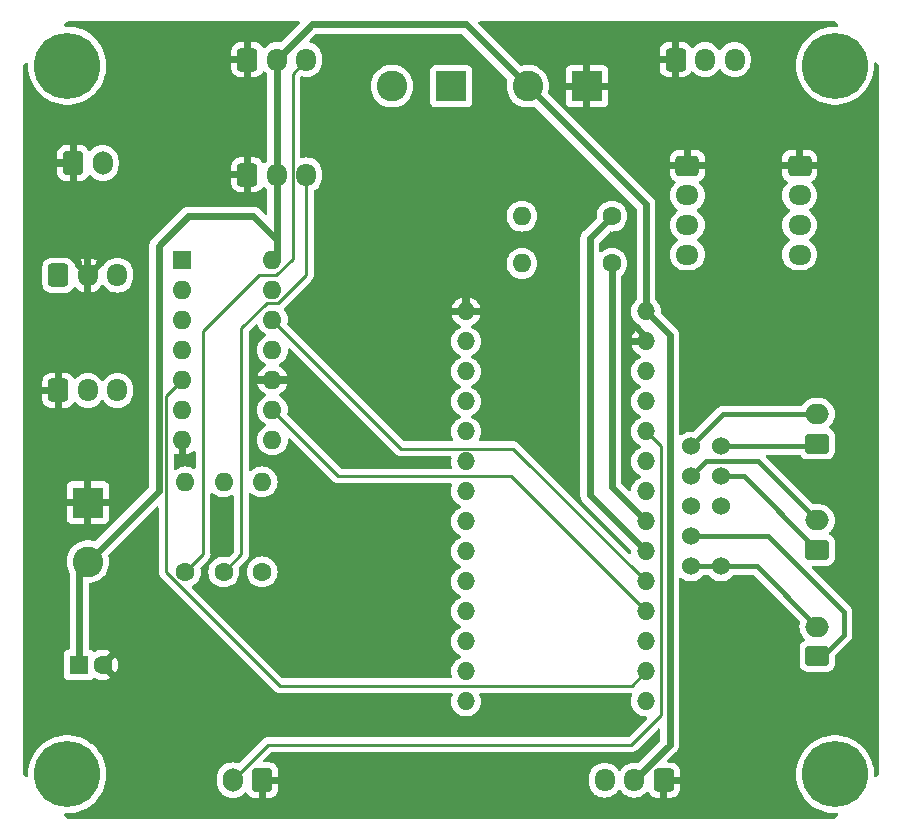
<source format=gbl>
%TF.GenerationSoftware,KiCad,Pcbnew,7.0.7*%
%TF.CreationDate,2023-12-09T17:07:56+00:00*%
%TF.ProjectId,Pack Board,5061636b-2042-46f6-9172-642e6b696361,rev?*%
%TF.SameCoordinates,Original*%
%TF.FileFunction,Copper,L2,Bot*%
%TF.FilePolarity,Positive*%
%FSLAX46Y46*%
G04 Gerber Fmt 4.6, Leading zero omitted, Abs format (unit mm)*
G04 Created by KiCad (PCBNEW 7.0.7) date 2023-12-09 17:07:56*
%MOMM*%
%LPD*%
G01*
G04 APERTURE LIST*
G04 Aperture macros list*
%AMRoundRect*
0 Rectangle with rounded corners*
0 $1 Rounding radius*
0 $2 $3 $4 $5 $6 $7 $8 $9 X,Y pos of 4 corners*
0 Add a 4 corners polygon primitive as box body*
4,1,4,$2,$3,$4,$5,$6,$7,$8,$9,$2,$3,0*
0 Add four circle primitives for the rounded corners*
1,1,$1+$1,$2,$3*
1,1,$1+$1,$4,$5*
1,1,$1+$1,$6,$7*
1,1,$1+$1,$8,$9*
0 Add four rect primitives between the rounded corners*
20,1,$1+$1,$2,$3,$4,$5,0*
20,1,$1+$1,$4,$5,$6,$7,0*
20,1,$1+$1,$6,$7,$8,$9,0*
20,1,$1+$1,$8,$9,$2,$3,0*%
G04 Aperture macros list end*
%TA.AperFunction,ComponentPad*%
%ADD10O,1.524000X1.524000*%
%TD*%
%TA.AperFunction,ComponentPad*%
%ADD11C,1.524000*%
%TD*%
%TA.AperFunction,ComponentPad*%
%ADD12C,5.600000*%
%TD*%
%TA.AperFunction,ComponentPad*%
%ADD13RoundRect,0.250000X-0.725000X0.600000X-0.725000X-0.600000X0.725000X-0.600000X0.725000X0.600000X0*%
%TD*%
%TA.AperFunction,ComponentPad*%
%ADD14O,1.950000X1.700000*%
%TD*%
%TA.AperFunction,ComponentPad*%
%ADD15C,1.600000*%
%TD*%
%TA.AperFunction,ComponentPad*%
%ADD16O,1.600000X1.600000*%
%TD*%
%TA.AperFunction,ComponentPad*%
%ADD17RoundRect,0.250000X-0.600000X-0.725000X0.600000X-0.725000X0.600000X0.725000X-0.600000X0.725000X0*%
%TD*%
%TA.AperFunction,ComponentPad*%
%ADD18O,1.700000X1.950000*%
%TD*%
%TA.AperFunction,ComponentPad*%
%ADD19RoundRect,0.250000X-0.600000X-0.750000X0.600000X-0.750000X0.600000X0.750000X-0.600000X0.750000X0*%
%TD*%
%TA.AperFunction,ComponentPad*%
%ADD20O,1.700000X2.000000*%
%TD*%
%TA.AperFunction,ComponentPad*%
%ADD21RoundRect,0.250000X0.600000X0.750000X-0.600000X0.750000X-0.600000X-0.750000X0.600000X-0.750000X0*%
%TD*%
%TA.AperFunction,ComponentPad*%
%ADD22RoundRect,0.250000X0.750000X-0.600000X0.750000X0.600000X-0.750000X0.600000X-0.750000X-0.600000X0*%
%TD*%
%TA.AperFunction,ComponentPad*%
%ADD23O,2.000000X1.700000*%
%TD*%
%TA.AperFunction,ComponentPad*%
%ADD24R,2.600000X2.600000*%
%TD*%
%TA.AperFunction,ComponentPad*%
%ADD25C,2.600000*%
%TD*%
%TA.AperFunction,ComponentPad*%
%ADD26R,1.600000X1.600000*%
%TD*%
%TA.AperFunction,ComponentPad*%
%ADD27RoundRect,0.250000X0.600000X0.725000X-0.600000X0.725000X-0.600000X-0.725000X0.600000X-0.725000X0*%
%TD*%
%TA.AperFunction,Conductor*%
%ADD28C,0.600000*%
%TD*%
%TA.AperFunction,Conductor*%
%ADD29C,0.250000*%
%TD*%
%TA.AperFunction,Conductor*%
%ADD30C,0.400000*%
%TD*%
%TA.AperFunction,Conductor*%
%ADD31C,0.500000*%
%TD*%
G04 APERTURE END LIST*
D10*
%TO.P,U1,1,GND*%
%TO.N,GND*%
X138760000Y-105820000D03*
%TO.P,U1,2,0_RX1_CRX2_CS1*%
%TO.N,/RX*%
X138760000Y-108360000D03*
%TO.P,U1,3,1_TX1_CTX2_MISO1*%
%TO.N,/TX*%
X138760000Y-110900000D03*
%TO.P,U1,4,2_OUT2*%
%TO.N,Net-(J16-Pin_2)*%
X138760000Y-113440000D03*
%TO.P,U1,5,3_LRCLK2*%
%TO.N,Net-(J15-Pin_3)*%
X138760000Y-115980000D03*
%TO.P,U1,6,4_BCLK2*%
%TO.N,Net-(J15-Pin_1)*%
X138760000Y-118520000D03*
%TO.P,U1,7,5_IN2*%
%TO.N,Net-(J14-Pin_3)*%
X138760000Y-121060000D03*
%TO.P,U1,8,6_OUT1D*%
%TO.N,unconnected-(U1-6_OUT1D-Pad8)*%
X138760000Y-123600000D03*
%TO.P,U1,9,7_RX2_OUT1A*%
%TO.N,unconnected-(U1-7_RX2_OUT1A-Pad9)*%
X138760000Y-126140000D03*
%TO.P,U1,10,8_TX2_IN1*%
%TO.N,unconnected-(U1-8_TX2_IN1-Pad10)*%
X138760000Y-128680000D03*
%TO.P,U1,11,9_OUT1C*%
%TO.N,Net-(J13-Pin_3)*%
X138760000Y-131220000D03*
%TO.P,U1,12,10_CS_MQSR*%
%TO.N,unconnected-(U1-10_CS_MQSR-Pad12)*%
X138760000Y-133760000D03*
%TO.P,U1,13,11_MOSI_CTX1*%
%TO.N,unconnected-(U1-11_MOSI_CTX1-Pad13)*%
X138760000Y-136300000D03*
%TO.P,U1,14,12_MISO_MQSL*%
%TO.N,unconnected-(U1-12_MISO_MQSL-Pad14)*%
X138760000Y-138840000D03*
%TO.P,U1,17,13_SCK_CRX1_LED*%
%TO.N,unconnected-(U1-13_SCK_CRX1_LED-Pad17)*%
X154000000Y-138840000D03*
%TO.P,U1,18,14_A0_TX3_SPDIF_OUT*%
%TO.N,Net-(U1-14_A0_TX3_SPDIF_OUT)*%
X154000000Y-136300000D03*
%TO.P,U1,19,15_A1_RX3_SPDIF_IN_VOL*%
%TO.N,unconnected-(U1-15_A1_RX3_SPDIF_IN_VOL-Pad19)*%
X154000000Y-133760000D03*
%TO.P,U1,20,16_A2_RX4_SCL1*%
%TO.N,Net-(U1-16_A2_RX4_SCL1)*%
X154000000Y-131220000D03*
%TO.P,U1,21,17_A3_TX4_SDA1*%
%TO.N,Net-(U1-17_A3_TX4_SDA1)*%
X154000000Y-128680000D03*
%TO.P,U1,22,18_A4_SDA0*%
%TO.N,/SDA*%
X154000000Y-126140000D03*
%TO.P,U1,23,19_A5_SCL0*%
%TO.N,Net-(J18-Pin_4)*%
X154000000Y-123600000D03*
%TO.P,U1,24,20_A6_TX5_LRCLK1*%
%TO.N,unconnected-(U1-20_A6_TX5_LRCLK1-Pad24)*%
X154000000Y-121060000D03*
%TO.P,U1,25,21_A7_RX5_BCLK1*%
%TO.N,unconnected-(U1-21_A7_RX5_BCLK1-Pad25)*%
X154000000Y-118520000D03*
%TO.P,U1,26,22_A8_CTX1*%
%TO.N,Net-(J17-Pin_2)*%
X154000000Y-115980000D03*
%TO.P,U1,27,23_A9_CRX1_MCLK1*%
%TO.N,unconnected-(U1-23_A9_CRX1_MCLK1-Pad27)*%
X154000000Y-113440000D03*
%TO.P,U1,28,3V*%
%TO.N,+3.3V*%
X154000000Y-110900000D03*
%TO.P,U1,29,GND*%
%TO.N,GND*%
X154000000Y-108360000D03*
%TO.P,U1,30,5V*%
%TO.N,+5V*%
X154000000Y-105820000D03*
D11*
%TO.P,U1,31,LINE_OUT_L*%
%TO.N,/LINE_OUT_L*%
X157810000Y-127410000D03*
%TO.P,U1,32,LINE_OUT_GND*%
%TO.N,/LINE_OUT_GND*%
X157810000Y-124870000D03*
%TO.P,U1,33,LINE_OUT_R*%
%TO.N,unconnected-(U1-LINE_OUT_R-Pad33)*%
X157810000Y-122330000D03*
%TO.P,U1,34,LINE_IN_R*%
%TO.N,/LINE_IN_R*%
X157810000Y-119790000D03*
%TO.P,U1,35,LINE_IN_L*%
%TO.N,/LINE_IN_L*%
X157810000Y-117250000D03*
%TO.P,U1,36,LINE_IN_R_GND*%
%TO.N,/LINE_IN_R_GND*%
X160350000Y-119790000D03*
%TO.P,U1,37,LINE_IN_L_GND*%
%TO.N,/LINE_IN_L_GND*%
X160350000Y-117250000D03*
%TO.P,U1,45,NCB*%
%TO.N,unconnected-(U1-NCB-Pad45)*%
X160350000Y-122330000D03*
%TO.P,U1,46,NCA*%
%TO.N,/LINE_OUT_L*%
X160350000Y-127410000D03*
%TD*%
D12*
%TO.P,REF\u002A\u002A,1*%
%TO.N,N/C*%
X105000000Y-145000000D03*
%TD*%
D13*
%TO.P,J18,1,Pin_1*%
%TO.N,GND*%
X167000000Y-93500000D03*
D14*
%TO.P,J18,2,Pin_2*%
%TO.N,+3.3V*%
X167000000Y-96000000D03*
%TO.P,J18,3,Pin_3*%
%TO.N,/SDA*%
X167000000Y-98500000D03*
%TO.P,J18,4,Pin_4*%
%TO.N,Net-(J18-Pin_4)*%
X167000000Y-101000000D03*
%TD*%
D15*
%TO.P,R5,1*%
%TO.N,Net-(J18-Pin_4)*%
X151120000Y-101750000D03*
D16*
%TO.P,R5,2*%
%TO.N,+3.3V*%
X143500000Y-101750000D03*
%TD*%
D17*
%TO.P,J1,1,Pin_1*%
%TO.N,GND*%
X120250000Y-84500000D03*
D18*
%TO.P,J1,2,Pin_2*%
%TO.N,+5V*%
X122750000Y-84500000D03*
%TO.P,J1,3,Pin_3*%
%TO.N,Net-(J1-Pin_3)*%
X125250000Y-84500000D03*
%TD*%
D17*
%TO.P,J3,1,Pin_1*%
%TO.N,GND*%
X120250000Y-94250000D03*
D18*
%TO.P,J3,2,Pin_2*%
%TO.N,+5V*%
X122750000Y-94250000D03*
%TO.P,J3,3,Pin_3*%
%TO.N,Net-(J3-Pin_3)*%
X125250000Y-94250000D03*
%TD*%
D19*
%TO.P,J16,1,Pin_1*%
%TO.N,GND*%
X105500000Y-93250000D03*
D20*
%TO.P,J16,2,Pin_2*%
%TO.N,Net-(J16-Pin_2)*%
X108000000Y-93250000D03*
%TD*%
D12*
%TO.P,REF\u002A\u002A,1*%
%TO.N,N/C*%
X170000000Y-85000000D03*
%TD*%
D15*
%TO.P,R2,1*%
%TO.N,Net-(J2-Pin_3)*%
X121500000Y-127870000D03*
D16*
%TO.P,R2,2*%
%TO.N,Net-(U2-3Y)*%
X121500000Y-120250000D03*
%TD*%
D21*
%TO.P,J17,1,Pin_1*%
%TO.N,GND*%
X121500000Y-145500000D03*
D20*
%TO.P,J17,2,Pin_2*%
%TO.N,Net-(J17-Pin_2)*%
X119000000Y-145500000D03*
%TD*%
D22*
%TO.P,J12,1,Pin_1*%
%TO.N,/LINE_IN_L_GND*%
X168475000Y-117000000D03*
D23*
%TO.P,J12,2,Pin_2*%
%TO.N,/LINE_IN_L*%
X168475000Y-114500000D03*
%TD*%
D22*
%TO.P,J11,1,Pin_1*%
%TO.N,/LINE_IN_R_GND*%
X168500000Y-126000000D03*
D23*
%TO.P,J11,2,Pin_2*%
%TO.N,/LINE_IN_R*%
X168500000Y-123500000D03*
%TD*%
D12*
%TO.P,REF\u002A\u002A,1*%
%TO.N,N/C*%
X170000000Y-145000000D03*
%TD*%
D13*
%TO.P,J9,1,Pin_1*%
%TO.N,GND*%
X157500000Y-93500000D03*
D14*
%TO.P,J9,2,Pin_2*%
%TO.N,+3.3V*%
X157500000Y-96000000D03*
%TO.P,J9,3,Pin_3*%
%TO.N,/SDA*%
X157500000Y-98500000D03*
%TO.P,J9,4,Pin_4*%
%TO.N,Net-(J18-Pin_4)*%
X157500000Y-101000000D03*
%TD*%
D22*
%TO.P,J10,1,Pin_1*%
%TO.N,/LINE_OUT_GND*%
X168500000Y-135000000D03*
D23*
%TO.P,J10,2,Pin_2*%
%TO.N,/LINE_OUT_L*%
X168500000Y-132500000D03*
%TD*%
D24*
%TO.P,J6,1,Pin_1*%
%TO.N,/TX*%
X137500000Y-86750000D03*
D25*
%TO.P,J6,2,Pin_2*%
%TO.N,/RX*%
X132500000Y-86750000D03*
%TD*%
D26*
%TO.P,U2,1,1OE*%
%TO.N,unconnected-(U2-1OE-Pad1)*%
X114750000Y-101460000D03*
D16*
%TO.P,U2,2,1A*%
%TO.N,unconnected-(U2-1A-Pad2)*%
X114750000Y-104000000D03*
%TO.P,U2,3,1Y*%
%TO.N,unconnected-(U2-1Y-Pad3)*%
X114750000Y-106540000D03*
%TO.P,U2,4,2OE*%
%TO.N,GND*%
X114750000Y-109080000D03*
%TO.P,U2,5,2A*%
%TO.N,Net-(U1-14_A0_TX3_SPDIF_OUT)*%
X114750000Y-111620000D03*
%TO.P,U2,6,2Y*%
%TO.N,Net-(U2-2Y)*%
X114750000Y-114160000D03*
%TO.P,U2,7,GND*%
%TO.N,GND*%
X114750000Y-116700000D03*
%TO.P,U2,8,3Y*%
%TO.N,Net-(U2-3Y)*%
X122370000Y-116700000D03*
%TO.P,U2,9,3A*%
%TO.N,Net-(U1-16_A2_RX4_SCL1)*%
X122370000Y-114160000D03*
%TO.P,U2,10,3OE*%
%TO.N,GND*%
X122370000Y-111620000D03*
%TO.P,U2,11,4Y*%
%TO.N,Net-(U2-4Y)*%
X122370000Y-109080000D03*
%TO.P,U2,12,4A*%
%TO.N,Net-(U1-17_A3_TX4_SDA1)*%
X122370000Y-106540000D03*
%TO.P,U2,13,4OE*%
%TO.N,GND*%
X122370000Y-104000000D03*
%TO.P,U2,14,VCC*%
%TO.N,+5V*%
X122370000Y-101460000D03*
%TD*%
D12*
%TO.P,REF\u002A\u002A,1*%
%TO.N,N/C*%
X105000000Y-85000000D03*
%TD*%
D26*
%TO.P,C1,1*%
%TO.N,+5V*%
X106000000Y-135750000D03*
D15*
%TO.P,C1,2*%
%TO.N,GND*%
X108000000Y-135750000D03*
%TD*%
%TO.P,R1,1*%
%TO.N,Net-(J1-Pin_3)*%
X115000000Y-127870000D03*
D16*
%TO.P,R1,2*%
%TO.N,Net-(U2-2Y)*%
X115000000Y-120250000D03*
%TD*%
D17*
%TO.P,J13,1,Pin_1*%
%TO.N,GND*%
X104250000Y-112500000D03*
D18*
%TO.P,J13,2,Pin_2*%
%TO.N,+3.3V*%
X106750000Y-112500000D03*
%TO.P,J13,3,Pin_3*%
%TO.N,Net-(J13-Pin_3)*%
X109250000Y-112500000D03*
%TD*%
D24*
%TO.P,J8,1,Pin_1*%
%TO.N,GND*%
X149000000Y-86750000D03*
D25*
%TO.P,J8,2,Pin_2*%
%TO.N,+5V*%
X144000000Y-86750000D03*
%TD*%
D24*
%TO.P,J7,1,Pin_1*%
%TO.N,GND*%
X106750000Y-122000000D03*
D25*
%TO.P,J7,2,Pin_2*%
%TO.N,+5V*%
X106750000Y-127000000D03*
%TD*%
D17*
%TO.P,J15,1,Pin_1*%
%TO.N,Net-(J15-Pin_1)*%
X104250000Y-102750000D03*
D18*
%TO.P,J15,2,Pin_2*%
%TO.N,GND*%
X106750000Y-102750000D03*
%TO.P,J15,3,Pin_3*%
%TO.N,Net-(J15-Pin_3)*%
X109250000Y-102750000D03*
%TD*%
D15*
%TO.P,R4,1*%
%TO.N,/SDA*%
X151120000Y-97750000D03*
D16*
%TO.P,R4,2*%
%TO.N,+3.3V*%
X143500000Y-97750000D03*
%TD*%
D17*
%TO.P,J14,1,Pin_1*%
%TO.N,GND*%
X156500000Y-84500000D03*
D18*
%TO.P,J14,2,Pin_2*%
%TO.N,+3.3V*%
X159000000Y-84500000D03*
%TO.P,J14,3,Pin_3*%
%TO.N,Net-(J14-Pin_3)*%
X161500000Y-84500000D03*
%TD*%
D27*
%TO.P,J2,1,Pin_1*%
%TO.N,GND*%
X155500000Y-145500000D03*
D18*
%TO.P,J2,2,Pin_2*%
%TO.N,+5V*%
X153000000Y-145500000D03*
%TO.P,J2,3,Pin_3*%
%TO.N,Net-(J2-Pin_3)*%
X150500000Y-145500000D03*
%TD*%
D15*
%TO.P,R3,1*%
%TO.N,Net-(J3-Pin_3)*%
X118250000Y-127870000D03*
D16*
%TO.P,R3,2*%
%TO.N,Net-(U2-4Y)*%
X118250000Y-120250000D03*
%TD*%
D28*
%TO.N,GND*%
X107700000Y-101800000D02*
X107700000Y-101600000D01*
X106750000Y-102750000D02*
X107700000Y-101800000D01*
X105900000Y-101900000D02*
X105900000Y-101600000D01*
X106750000Y-102750000D02*
X105900000Y-101900000D01*
X154000000Y-108000000D02*
X153300000Y-107300000D01*
X154000000Y-108360000D02*
X154000000Y-108000000D01*
%TO.N,+5V*%
X106000000Y-135750000D02*
X106000000Y-127750000D01*
X144000000Y-86750000D02*
X138750000Y-81500000D01*
X138750000Y-81500000D02*
X125750000Y-81500000D01*
X112750000Y-100250000D02*
X115250000Y-97750000D01*
X156000000Y-142500000D02*
X153000000Y-145500000D01*
X112750000Y-121000000D02*
X112750000Y-100250000D01*
X144000000Y-86750000D02*
X154000000Y-96750000D01*
X122750000Y-94250000D02*
X122750000Y-97000000D01*
X156000000Y-107820000D02*
X156000000Y-142500000D01*
X115250000Y-97750000D02*
X120750000Y-97750000D01*
X120750000Y-97750000D02*
X122750000Y-99750000D01*
X122750000Y-84500000D02*
X122750000Y-94250000D01*
X106750000Y-127000000D02*
X112750000Y-121000000D01*
X122750000Y-99750000D02*
X122750000Y-101080000D01*
X154000000Y-96750000D02*
X154000000Y-105820000D01*
X154000000Y-105820000D02*
X156000000Y-107820000D01*
X122750000Y-97000000D02*
X122750000Y-99750000D01*
X125750000Y-81500000D02*
X122750000Y-84500000D01*
%TO.N,Net-(J18-Pin_4)*%
X154000000Y-123600000D02*
X151120000Y-120720000D01*
X151120000Y-120720000D02*
X151120000Y-101750000D01*
%TO.N,/SDA*%
X149250000Y-121390000D02*
X149250000Y-99620000D01*
X149250000Y-99620000D02*
X151120000Y-97750000D01*
X154000000Y-126140000D02*
X149250000Y-121390000D01*
D29*
%TO.N,Net-(J1-Pin_3)*%
X122670991Y-102750000D02*
X124075000Y-101345991D01*
X124075000Y-85675000D02*
X125250000Y-84500000D01*
X115000000Y-127870000D02*
X116500000Y-126370000D01*
X124075000Y-101345991D02*
X124075000Y-85675000D01*
X116500000Y-126370000D02*
X116500000Y-107499999D01*
X121250000Y-102750000D02*
X122670991Y-102750000D01*
X116500000Y-107499999D02*
X121250000Y-102750000D01*
%TO.N,Net-(J3-Pin_3)*%
X125250000Y-102710991D02*
X125250000Y-94250000D01*
X121875000Y-105125000D02*
X122835991Y-105125000D01*
X119750000Y-107250000D02*
X121875000Y-105125000D01*
X122835991Y-105125000D02*
X125250000Y-102710991D01*
X119750000Y-126370000D02*
X119750000Y-107250000D01*
X118250000Y-127870000D02*
X119750000Y-126370000D01*
D30*
%TO.N,/LINE_OUT_GND*%
X164370000Y-124870000D02*
X157810000Y-124870000D01*
D28*
X168500000Y-135000000D02*
X169000000Y-135000000D01*
D30*
X170750000Y-131250000D02*
X164370000Y-124870000D01*
X169000000Y-135000000D02*
X170750000Y-133250000D01*
X170750000Y-133250000D02*
X170750000Y-131250000D01*
%TO.N,/LINE_OUT_L*%
X157810000Y-127410000D02*
X160350000Y-127410000D01*
X160350000Y-127410000D02*
X163410000Y-127410000D01*
X163410000Y-127410000D02*
X168500000Y-132500000D01*
%TO.N,/LINE_IN_R_GND*%
X162290000Y-119790000D02*
X168500000Y-126000000D01*
X160350000Y-119790000D02*
X162290000Y-119790000D01*
%TO.N,/LINE_IN_R*%
X168500000Y-123500000D02*
X163500000Y-118500000D01*
X159100000Y-118500000D02*
X157810000Y-119790000D01*
X163500000Y-118500000D02*
X159100000Y-118500000D01*
D31*
%TO.N,/LINE_IN_L_GND*%
X168475000Y-117000000D02*
X168225000Y-117250000D01*
D30*
X168225000Y-117250000D02*
X160350000Y-117250000D01*
%TO.N,/LINE_IN_L*%
X160560000Y-114500000D02*
X168475000Y-114500000D01*
X157810000Y-117250000D02*
X160560000Y-114500000D01*
D29*
%TO.N,Net-(J17-Pin_2)*%
X152750000Y-142500000D02*
X122000000Y-142500000D01*
X154000000Y-115980000D02*
X155250000Y-117230000D01*
X155250000Y-140000000D02*
X152750000Y-142500000D01*
X155250000Y-117230000D02*
X155250000Y-140000000D01*
X122000000Y-142500000D02*
X119000000Y-145500000D01*
%TO.N,Net-(U1-14_A0_TX3_SPDIF_OUT)*%
X114750000Y-111620000D02*
X113375000Y-112995000D01*
X113375000Y-112995000D02*
X113375000Y-127875000D01*
X152800000Y-137500000D02*
X154000000Y-136300000D01*
X113375000Y-127875000D02*
X123000000Y-137500000D01*
X123000000Y-137500000D02*
X152800000Y-137500000D01*
%TO.N,Net-(U1-16_A2_RX4_SCL1)*%
X127960000Y-119750000D02*
X122370000Y-114160000D01*
X154000000Y-131220000D02*
X142530000Y-119750000D01*
X142530000Y-119750000D02*
X127960000Y-119750000D01*
%TO.N,Net-(U1-17_A3_TX4_SDA1)*%
X142753000Y-117433000D02*
X154000000Y-128680000D01*
X133263000Y-117433000D02*
X142753000Y-117433000D01*
X122370000Y-106540000D02*
X133263000Y-117433000D01*
%TD*%
%TA.AperFunction,Conductor*%
%TO.N,GND*%
G36*
X124635599Y-81269685D02*
G01*
X124681354Y-81322489D01*
X124691298Y-81391647D01*
X124662273Y-81455203D01*
X124656241Y-81461681D01*
X123109043Y-83008877D01*
X123047720Y-83042362D01*
X122989280Y-83040974D01*
X122985409Y-83039937D01*
X122750001Y-83019341D01*
X122749999Y-83019341D01*
X122514596Y-83039936D01*
X122514586Y-83039938D01*
X122286344Y-83101094D01*
X122286335Y-83101098D01*
X122072171Y-83200964D01*
X122072169Y-83200965D01*
X121878597Y-83336505D01*
X121731035Y-83484068D01*
X121669712Y-83517553D01*
X121600020Y-83512569D01*
X121544087Y-83470697D01*
X121537815Y-83461484D01*
X121442315Y-83306654D01*
X121318345Y-83182684D01*
X121169124Y-83090643D01*
X121169119Y-83090641D01*
X121002697Y-83035494D01*
X121002690Y-83035493D01*
X120899986Y-83025000D01*
X120549999Y-83025000D01*
X120549999Y-83922298D01*
X120530314Y-83989338D01*
X120477510Y-84035092D01*
X120408352Y-84045036D01*
X120391069Y-84041276D01*
X120385206Y-84039554D01*
X120296627Y-84026819D01*
X120283975Y-84025000D01*
X120216025Y-84025000D01*
X120114795Y-84039554D01*
X120108928Y-84041277D01*
X120039058Y-84041273D01*
X119980282Y-84003495D01*
X119951261Y-83939938D01*
X119950000Y-83922298D01*
X119950000Y-83025000D01*
X119600028Y-83025000D01*
X119600012Y-83025001D01*
X119497302Y-83035494D01*
X119330880Y-83090641D01*
X119330875Y-83090643D01*
X119181654Y-83182684D01*
X119057684Y-83306654D01*
X118965643Y-83455875D01*
X118965641Y-83455880D01*
X118910494Y-83622302D01*
X118910493Y-83622309D01*
X118900000Y-83725013D01*
X118900000Y-84200000D01*
X119677390Y-84200000D01*
X119744429Y-84219685D01*
X119790184Y-84272489D01*
X119800128Y-84341647D01*
X119796367Y-84358935D01*
X119775000Y-84431704D01*
X119775000Y-84568295D01*
X119796367Y-84641065D01*
X119796367Y-84710935D01*
X119758593Y-84769713D01*
X119695037Y-84798738D01*
X119677390Y-84800000D01*
X118900001Y-84800000D01*
X118900001Y-85274986D01*
X118910494Y-85377697D01*
X118965641Y-85544119D01*
X118965643Y-85544124D01*
X119057684Y-85693345D01*
X119181654Y-85817315D01*
X119330875Y-85909356D01*
X119330880Y-85909358D01*
X119497302Y-85964505D01*
X119497309Y-85964506D01*
X119600019Y-85974999D01*
X119949999Y-85974999D01*
X119950000Y-85974998D01*
X119950000Y-85077701D01*
X119969685Y-85010662D01*
X120022489Y-84964907D01*
X120091647Y-84954963D01*
X120108936Y-84958724D01*
X120114800Y-84960446D01*
X120114801Y-84960446D01*
X120216025Y-84975000D01*
X120216026Y-84975000D01*
X120283974Y-84975000D01*
X120283975Y-84975000D01*
X120373896Y-84962071D01*
X120385200Y-84960446D01*
X120391061Y-84958725D01*
X120460931Y-84958723D01*
X120519710Y-84996496D01*
X120548736Y-85060051D01*
X120549999Y-85077701D01*
X120549999Y-85974998D01*
X120550001Y-85974999D01*
X120899972Y-85974999D01*
X120899986Y-85974998D01*
X121002697Y-85964505D01*
X121169119Y-85909358D01*
X121169124Y-85909356D01*
X121318345Y-85817315D01*
X121442315Y-85693345D01*
X121537815Y-85538516D01*
X121589763Y-85491792D01*
X121658726Y-85480569D01*
X121722808Y-85508413D01*
X121731035Y-85515932D01*
X121878594Y-85663491D01*
X121878597Y-85663493D01*
X121878599Y-85663495D01*
X121896622Y-85676115D01*
X121940247Y-85730689D01*
X121949500Y-85777690D01*
X121949500Y-92972309D01*
X121929815Y-93039348D01*
X121896625Y-93073883D01*
X121878601Y-93086503D01*
X121731035Y-93234069D01*
X121669712Y-93267553D01*
X121600020Y-93262569D01*
X121544087Y-93220697D01*
X121537815Y-93211484D01*
X121442315Y-93056654D01*
X121318345Y-92932684D01*
X121169124Y-92840643D01*
X121169119Y-92840641D01*
X121002697Y-92785494D01*
X121002690Y-92785493D01*
X120899986Y-92775000D01*
X120549999Y-92775000D01*
X120549999Y-93672298D01*
X120530314Y-93739338D01*
X120477510Y-93785092D01*
X120408352Y-93795036D01*
X120391069Y-93791276D01*
X120385206Y-93789554D01*
X120296627Y-93776819D01*
X120283975Y-93775000D01*
X120216025Y-93775000D01*
X120114795Y-93789554D01*
X120108928Y-93791277D01*
X120039058Y-93791273D01*
X119980282Y-93753495D01*
X119951261Y-93689938D01*
X119950000Y-93672298D01*
X119950000Y-92775000D01*
X119600028Y-92775000D01*
X119600012Y-92775001D01*
X119497302Y-92785494D01*
X119330880Y-92840641D01*
X119330875Y-92840643D01*
X119181654Y-92932684D01*
X119057684Y-93056654D01*
X118965643Y-93205875D01*
X118965641Y-93205880D01*
X118910494Y-93372302D01*
X118910493Y-93372309D01*
X118900000Y-93475013D01*
X118900000Y-93950000D01*
X119677390Y-93950000D01*
X119744429Y-93969685D01*
X119790184Y-94022489D01*
X119800128Y-94091647D01*
X119796367Y-94108935D01*
X119775000Y-94181704D01*
X119775000Y-94318295D01*
X119796367Y-94391065D01*
X119796367Y-94460935D01*
X119758593Y-94519713D01*
X119695037Y-94548738D01*
X119677390Y-94550000D01*
X118900001Y-94550000D01*
X118900001Y-95024986D01*
X118910494Y-95127697D01*
X118965641Y-95294119D01*
X118965643Y-95294124D01*
X119057684Y-95443345D01*
X119181654Y-95567315D01*
X119330875Y-95659356D01*
X119330880Y-95659358D01*
X119497302Y-95714505D01*
X119497309Y-95714506D01*
X119600019Y-95724999D01*
X119949999Y-95724999D01*
X119950000Y-95724998D01*
X119950000Y-94827701D01*
X119969685Y-94760662D01*
X120022489Y-94714907D01*
X120091647Y-94704963D01*
X120108936Y-94708724D01*
X120114800Y-94710446D01*
X120114801Y-94710446D01*
X120216025Y-94725000D01*
X120216026Y-94725000D01*
X120283974Y-94725000D01*
X120283975Y-94725000D01*
X120373896Y-94712071D01*
X120385200Y-94710446D01*
X120391061Y-94708725D01*
X120460931Y-94708723D01*
X120519710Y-94746496D01*
X120548736Y-94810051D01*
X120549999Y-94827701D01*
X120549999Y-95724998D01*
X120550001Y-95724999D01*
X120899972Y-95724999D01*
X120899986Y-95724998D01*
X121002697Y-95714505D01*
X121169119Y-95659358D01*
X121169124Y-95659356D01*
X121318345Y-95567315D01*
X121442315Y-95443345D01*
X121537815Y-95288516D01*
X121589763Y-95241792D01*
X121658726Y-95230569D01*
X121722808Y-95258413D01*
X121731035Y-95265932D01*
X121878594Y-95413491D01*
X121878597Y-95413493D01*
X121878599Y-95413495D01*
X121896622Y-95426115D01*
X121940247Y-95480689D01*
X121949500Y-95527690D01*
X121949500Y-97518060D01*
X121929815Y-97585099D01*
X121877011Y-97630854D01*
X121807853Y-97640798D01*
X121744297Y-97611773D01*
X121737819Y-97605741D01*
X121252262Y-97120184D01*
X121252259Y-97120182D01*
X121216904Y-97097966D01*
X121211229Y-97093940D01*
X121178589Y-97067910D01*
X121140959Y-97049787D01*
X121134872Y-97046422D01*
X121099525Y-97024212D01*
X121060114Y-97010421D01*
X121053688Y-97007759D01*
X121016061Y-96989639D01*
X120975345Y-96980345D01*
X120968662Y-96978420D01*
X120929259Y-96964632D01*
X120887763Y-96959955D01*
X120880908Y-96958791D01*
X120840200Y-96949501D01*
X120840196Y-96949500D01*
X120840194Y-96949500D01*
X120794954Y-96949500D01*
X115340194Y-96949500D01*
X115159806Y-96949500D01*
X115153888Y-96950850D01*
X115119089Y-96958791D01*
X115112235Y-96959955D01*
X115070744Y-96964632D01*
X115031341Y-96978419D01*
X115024659Y-96980344D01*
X114983939Y-96989640D01*
X114946306Y-97007761D01*
X114939880Y-97010423D01*
X114900475Y-97024212D01*
X114865123Y-97046424D01*
X114859037Y-97049787D01*
X114821413Y-97067907D01*
X114821408Y-97067911D01*
X114788762Y-97093944D01*
X114783090Y-97097969D01*
X114747738Y-97120183D01*
X114747733Y-97120187D01*
X114698310Y-97169609D01*
X114698306Y-97169615D01*
X112189159Y-99678760D01*
X112189151Y-99678771D01*
X112120183Y-99747739D01*
X112097966Y-99783096D01*
X112093941Y-99788769D01*
X112067910Y-99821410D01*
X112049791Y-99859033D01*
X112046427Y-99865120D01*
X112024212Y-99900476D01*
X112024208Y-99900483D01*
X112010416Y-99939895D01*
X112007755Y-99946320D01*
X111989639Y-99983939D01*
X111980344Y-100024659D01*
X111978419Y-100031341D01*
X111964632Y-100070744D01*
X111959955Y-100112235D01*
X111958791Y-100119089D01*
X111949500Y-100159806D01*
X111949500Y-120617059D01*
X111929815Y-120684098D01*
X111913181Y-120704740D01*
X107377655Y-125240265D01*
X107316332Y-125273750D01*
X107253425Y-125271075D01*
X107151777Y-125239721D01*
X107151767Y-125239718D01*
X106884936Y-125199500D01*
X106884929Y-125199500D01*
X106615071Y-125199500D01*
X106615063Y-125199500D01*
X106348232Y-125239718D01*
X106348226Y-125239720D01*
X106090358Y-125319262D01*
X105847230Y-125436346D01*
X105624258Y-125588365D01*
X105426442Y-125771910D01*
X105258185Y-125982898D01*
X105123258Y-126216599D01*
X105123256Y-126216603D01*
X105024666Y-126467804D01*
X105024664Y-126467811D01*
X104964616Y-126730898D01*
X104944451Y-126999995D01*
X104944451Y-127000004D01*
X104964616Y-127269101D01*
X105024664Y-127532188D01*
X105024666Y-127532195D01*
X105123256Y-127783396D01*
X105123257Y-127783400D01*
X105170589Y-127865380D01*
X105181809Y-127884814D01*
X105182887Y-127886680D01*
X105199500Y-127948680D01*
X105199500Y-134333023D01*
X105179815Y-134400062D01*
X105127011Y-134445817D01*
X105099865Y-134453266D01*
X105100068Y-134454124D01*
X105092520Y-134455907D01*
X104957671Y-134506202D01*
X104957664Y-134506206D01*
X104842455Y-134592452D01*
X104842452Y-134592455D01*
X104756206Y-134707664D01*
X104756202Y-134707671D01*
X104705908Y-134842517D01*
X104699501Y-134902116D01*
X104699500Y-134902135D01*
X104699500Y-136597870D01*
X104699501Y-136597876D01*
X104705908Y-136657483D01*
X104756202Y-136792328D01*
X104756206Y-136792335D01*
X104842452Y-136907544D01*
X104842455Y-136907547D01*
X104957664Y-136993793D01*
X104957671Y-136993797D01*
X105092517Y-137044091D01*
X105092516Y-137044091D01*
X105099444Y-137044835D01*
X105152127Y-137050500D01*
X106847872Y-137050499D01*
X106907483Y-137044091D01*
X107042331Y-136993796D01*
X107157546Y-136907546D01*
X107164350Y-136898455D01*
X107220280Y-136856584D01*
X107289971Y-136851597D01*
X107334740Y-136871188D01*
X107347512Y-136880130D01*
X107347518Y-136880134D01*
X107553673Y-136976265D01*
X107553682Y-136976269D01*
X107773389Y-137035139D01*
X107773400Y-137035141D01*
X107999998Y-137054966D01*
X108000002Y-137054966D01*
X108226599Y-137035141D01*
X108226610Y-137035139D01*
X108446317Y-136976269D01*
X108446331Y-136976264D01*
X108652478Y-136880136D01*
X108652480Y-136880135D01*
X108683882Y-136858146D01*
X108137023Y-136311287D01*
X108103538Y-136249964D01*
X108108522Y-136180272D01*
X108150394Y-136124339D01*
X108168402Y-136113125D01*
X108238045Y-136077641D01*
X108327641Y-135988045D01*
X108363122Y-135918407D01*
X108411093Y-135867615D01*
X108478914Y-135850819D01*
X108545049Y-135873356D01*
X108561286Y-135887024D01*
X109108146Y-136433882D01*
X109130135Y-136402480D01*
X109130136Y-136402478D01*
X109226264Y-136196331D01*
X109226269Y-136196317D01*
X109285139Y-135976610D01*
X109285141Y-135976599D01*
X109304966Y-135750002D01*
X109304966Y-135749997D01*
X109285141Y-135523400D01*
X109285139Y-135523389D01*
X109226269Y-135303682D01*
X109226265Y-135303673D01*
X109130134Y-135097518D01*
X109130133Y-135097516D01*
X109108146Y-135066116D01*
X109108145Y-135066115D01*
X108561286Y-135612975D01*
X108499963Y-135646460D01*
X108430271Y-135641476D01*
X108374338Y-135599604D01*
X108363124Y-135581595D01*
X108327641Y-135511955D01*
X108327638Y-135511952D01*
X108327636Y-135511949D01*
X108238050Y-135422363D01*
X108238047Y-135422361D01*
X108238045Y-135422359D01*
X108168408Y-135386877D01*
X108117613Y-135338903D01*
X108100818Y-135271082D01*
X108123356Y-135204947D01*
X108137023Y-135188712D01*
X108683883Y-134641851D01*
X108652485Y-134619867D01*
X108446326Y-134523734D01*
X108446317Y-134523730D01*
X108226610Y-134464860D01*
X108226599Y-134464858D01*
X108000002Y-134445034D01*
X107999998Y-134445034D01*
X107773400Y-134464858D01*
X107773389Y-134464860D01*
X107553682Y-134523730D01*
X107553673Y-134523734D01*
X107347512Y-134619868D01*
X107347507Y-134619871D01*
X107334736Y-134628813D01*
X107268529Y-134651138D01*
X107200763Y-134634124D01*
X107164352Y-134601546D01*
X107157546Y-134592454D01*
X107157544Y-134592453D01*
X107157544Y-134592452D01*
X107042335Y-134506206D01*
X107042328Y-134506202D01*
X106907482Y-134455908D01*
X106899938Y-134454126D01*
X106900474Y-134451853D01*
X106846688Y-134429571D01*
X106806843Y-134372177D01*
X106800500Y-134333024D01*
X106800500Y-128919936D01*
X106820185Y-128852897D01*
X106872989Y-128807142D01*
X106906017Y-128797321D01*
X107016952Y-128780600D01*
X107151767Y-128760281D01*
X107151768Y-128760280D01*
X107151772Y-128760280D01*
X107409641Y-128680738D01*
X107652775Y-128563651D01*
X107875741Y-128411635D01*
X108053656Y-128246554D01*
X108073557Y-128228089D01*
X108073557Y-128228087D01*
X108073561Y-128228085D01*
X108241815Y-128017102D01*
X108376743Y-127783398D01*
X108475334Y-127532195D01*
X108535383Y-127269103D01*
X108550404Y-127068656D01*
X108555549Y-127000004D01*
X108555549Y-126999995D01*
X108536023Y-126739432D01*
X108535383Y-126730897D01*
X108512733Y-126631659D01*
X108479237Y-126484903D01*
X108483510Y-126415164D01*
X108512445Y-126369631D01*
X112537821Y-122344256D01*
X112599142Y-122310773D01*
X112668834Y-122315757D01*
X112724767Y-122357629D01*
X112749184Y-122423093D01*
X112749500Y-122431939D01*
X112749500Y-127792255D01*
X112747775Y-127807872D01*
X112748061Y-127807899D01*
X112747326Y-127815665D01*
X112749500Y-127884814D01*
X112749500Y-127914343D01*
X112749501Y-127914360D01*
X112750368Y-127921231D01*
X112750826Y-127927050D01*
X112752290Y-127973624D01*
X112752291Y-127973627D01*
X112757880Y-127992867D01*
X112761824Y-128011911D01*
X112764336Y-128031792D01*
X112770096Y-128046340D01*
X112781490Y-128075119D01*
X112783382Y-128080647D01*
X112796381Y-128125388D01*
X112806580Y-128142634D01*
X112815138Y-128160103D01*
X112822514Y-128178732D01*
X112849898Y-128216423D01*
X112853106Y-128221307D01*
X112876827Y-128261416D01*
X112876833Y-128261424D01*
X112890990Y-128275580D01*
X112903628Y-128290376D01*
X112915405Y-128306586D01*
X112915406Y-128306587D01*
X112951309Y-128336288D01*
X112955620Y-128340210D01*
X117741748Y-133126338D01*
X122499194Y-137883784D01*
X122509019Y-137896048D01*
X122509240Y-137895866D01*
X122514210Y-137901873D01*
X122514213Y-137901876D01*
X122514214Y-137901877D01*
X122564651Y-137949241D01*
X122585530Y-137970120D01*
X122591004Y-137974366D01*
X122595442Y-137978156D01*
X122629418Y-138010062D01*
X122629422Y-138010064D01*
X122646973Y-138019713D01*
X122663231Y-138030392D01*
X122679064Y-138042674D01*
X122701015Y-138052172D01*
X122721837Y-138061183D01*
X122727081Y-138063752D01*
X122767908Y-138086197D01*
X122787312Y-138091179D01*
X122805710Y-138097478D01*
X122824105Y-138105438D01*
X122870129Y-138112726D01*
X122875832Y-138113907D01*
X122920981Y-138125500D01*
X122941016Y-138125500D01*
X122960413Y-138127026D01*
X122980196Y-138130160D01*
X123026583Y-138125775D01*
X123032422Y-138125500D01*
X137505521Y-138125500D01*
X137572560Y-138145185D01*
X137618315Y-138197989D01*
X137628259Y-138267147D01*
X137617903Y-138301903D01*
X137569107Y-138406548D01*
X137569104Y-138406554D01*
X137511930Y-138619929D01*
X137511929Y-138619937D01*
X137492677Y-138839997D01*
X137492677Y-138840002D01*
X137511929Y-139060062D01*
X137511930Y-139060070D01*
X137569104Y-139273445D01*
X137569105Y-139273447D01*
X137569106Y-139273450D01*
X137662466Y-139473661D01*
X137662466Y-139473662D01*
X137662468Y-139473666D01*
X137789170Y-139654615D01*
X137789175Y-139654621D01*
X137945378Y-139810824D01*
X137945384Y-139810829D01*
X138126333Y-139937531D01*
X138126335Y-139937532D01*
X138126338Y-139937534D01*
X138326550Y-140030894D01*
X138539932Y-140088070D01*
X138697123Y-140101822D01*
X138759998Y-140107323D01*
X138760000Y-140107323D01*
X138760002Y-140107323D01*
X138815017Y-140102509D01*
X138980068Y-140088070D01*
X139193450Y-140030894D01*
X139393662Y-139937534D01*
X139574620Y-139810826D01*
X139730826Y-139654620D01*
X139857534Y-139473662D01*
X139950894Y-139273450D01*
X140008070Y-139060068D01*
X140027323Y-138840000D01*
X140008070Y-138619932D01*
X139950894Y-138406550D01*
X139902096Y-138301904D01*
X139891605Y-138232827D01*
X139920125Y-138169043D01*
X139978601Y-138130804D01*
X140014479Y-138125500D01*
X152717257Y-138125500D01*
X152732877Y-138127224D01*
X152732904Y-138126939D01*
X152748438Y-138128408D01*
X152748318Y-138129671D01*
X152808254Y-138145236D01*
X152855650Y-138196572D01*
X152867768Y-138265383D01*
X152856918Y-138304016D01*
X152809105Y-138406552D01*
X152809104Y-138406554D01*
X152751930Y-138619929D01*
X152751929Y-138619937D01*
X152732677Y-138839997D01*
X152732677Y-138840002D01*
X152751929Y-139060062D01*
X152751930Y-139060070D01*
X152809104Y-139273445D01*
X152809105Y-139273447D01*
X152809106Y-139273450D01*
X152902466Y-139473662D01*
X152902468Y-139473666D01*
X153029170Y-139654615D01*
X153029175Y-139654621D01*
X153185378Y-139810824D01*
X153185384Y-139810829D01*
X153366333Y-139937531D01*
X153366335Y-139937532D01*
X153366338Y-139937534D01*
X153566550Y-140030894D01*
X153779932Y-140088070D01*
X153972417Y-140104909D01*
X154037484Y-140130361D01*
X154078462Y-140186952D01*
X154082341Y-140256714D01*
X154049289Y-140316118D01*
X152527228Y-141838181D01*
X152465905Y-141871666D01*
X152439547Y-141874500D01*
X122082743Y-141874500D01*
X122067122Y-141872775D01*
X122067095Y-141873061D01*
X122059333Y-141872326D01*
X121990172Y-141874500D01*
X121960649Y-141874500D01*
X121953778Y-141875367D01*
X121947959Y-141875825D01*
X121901374Y-141877289D01*
X121901368Y-141877290D01*
X121882126Y-141882880D01*
X121863087Y-141886823D01*
X121843217Y-141889334D01*
X121843203Y-141889337D01*
X121799883Y-141906488D01*
X121794358Y-141908380D01*
X121749613Y-141921380D01*
X121749610Y-141921381D01*
X121732366Y-141931579D01*
X121714905Y-141940133D01*
X121696274Y-141947510D01*
X121696262Y-141947517D01*
X121658570Y-141974902D01*
X121653687Y-141978109D01*
X121613580Y-142001829D01*
X121599414Y-142015995D01*
X121584624Y-142028627D01*
X121568414Y-142040404D01*
X121568411Y-142040407D01*
X121538710Y-142076309D01*
X121534777Y-142080631D01*
X119573947Y-144041460D01*
X119512624Y-144074945D01*
X119454173Y-144073554D01*
X119235413Y-144014938D01*
X119235403Y-144014936D01*
X119000001Y-143994341D01*
X118999999Y-143994341D01*
X118764596Y-144014936D01*
X118764586Y-144014938D01*
X118536344Y-144076094D01*
X118536335Y-144076098D01*
X118322171Y-144175964D01*
X118322169Y-144175965D01*
X118128597Y-144311505D01*
X117961505Y-144478597D01*
X117825965Y-144672169D01*
X117825964Y-144672171D01*
X117726098Y-144886335D01*
X117726094Y-144886344D01*
X117664938Y-145114586D01*
X117664936Y-145114596D01*
X117649500Y-145291034D01*
X117649500Y-145708966D01*
X117664936Y-145885403D01*
X117664938Y-145885413D01*
X117726094Y-146113655D01*
X117726096Y-146113659D01*
X117726097Y-146113663D01*
X117738342Y-146139922D01*
X117825964Y-146327828D01*
X117825965Y-146327830D01*
X117961505Y-146521402D01*
X118063439Y-146623335D01*
X118128599Y-146688495D01*
X118225384Y-146756264D01*
X118322165Y-146824032D01*
X118322167Y-146824033D01*
X118322170Y-146824035D01*
X118536337Y-146923903D01*
X118536343Y-146923904D01*
X118536344Y-146923905D01*
X118575356Y-146934358D01*
X118764592Y-146985063D01*
X118938965Y-147000319D01*
X118999999Y-147005659D01*
X119000000Y-147005659D01*
X119000001Y-147005659D01*
X119061035Y-147000319D01*
X119235408Y-146985063D01*
X119463663Y-146923903D01*
X119677829Y-146824035D01*
X119871401Y-146688495D01*
X120018965Y-146540930D01*
X120080287Y-146507447D01*
X120149978Y-146512431D01*
X120205912Y-146554302D01*
X120212183Y-146563516D01*
X120307680Y-146718340D01*
X120307683Y-146718344D01*
X120431654Y-146842315D01*
X120580875Y-146934356D01*
X120580880Y-146934358D01*
X120747302Y-146989505D01*
X120747309Y-146989506D01*
X120850019Y-146999999D01*
X121199999Y-146999999D01*
X121200000Y-146999998D01*
X121200000Y-146104024D01*
X121219685Y-146036985D01*
X121272489Y-145991230D01*
X121341647Y-145981286D01*
X121356396Y-145984494D01*
X121357682Y-145984679D01*
X121357685Y-145984680D01*
X121464237Y-146000000D01*
X121464238Y-146000000D01*
X121535762Y-146000000D01*
X121535763Y-146000000D01*
X121639756Y-145985048D01*
X121651094Y-145983418D01*
X121651328Y-145985048D01*
X121710926Y-145985044D01*
X121769707Y-146022815D01*
X121798737Y-146086368D01*
X121800000Y-146104024D01*
X121800000Y-146999999D01*
X122149972Y-146999999D01*
X122149986Y-146999998D01*
X122252697Y-146989505D01*
X122419119Y-146934358D01*
X122419124Y-146934356D01*
X122568345Y-146842315D01*
X122692315Y-146718345D01*
X122784356Y-146569124D01*
X122784358Y-146569119D01*
X122839505Y-146402697D01*
X122839506Y-146402690D01*
X122849999Y-146299986D01*
X122850000Y-146299973D01*
X122850000Y-145800000D01*
X122098666Y-145800000D01*
X122031627Y-145780315D01*
X121985872Y-145727511D01*
X121975928Y-145658353D01*
X121979689Y-145641066D01*
X121999999Y-145571892D01*
X122000000Y-145571889D01*
X122000000Y-145428110D01*
X121999999Y-145428107D01*
X121979689Y-145358934D01*
X121979689Y-145289064D01*
X122017464Y-145230286D01*
X122081020Y-145201262D01*
X122098666Y-145200000D01*
X122849999Y-145200000D01*
X122849999Y-144700028D01*
X122849998Y-144700013D01*
X122839505Y-144597302D01*
X122784358Y-144430880D01*
X122784356Y-144430875D01*
X122692315Y-144281654D01*
X122568345Y-144157684D01*
X122419124Y-144065643D01*
X122419119Y-144065641D01*
X122252697Y-144010494D01*
X122252690Y-144010493D01*
X122149986Y-144000000D01*
X121683950Y-144000000D01*
X121616911Y-143980315D01*
X121571156Y-143927511D01*
X121561212Y-143858353D01*
X121590237Y-143794797D01*
X121596246Y-143788343D01*
X122222770Y-143161819D01*
X122284094Y-143128334D01*
X122310452Y-143125500D01*
X152667257Y-143125500D01*
X152682877Y-143127224D01*
X152682904Y-143126939D01*
X152690660Y-143127671D01*
X152690667Y-143127673D01*
X152759814Y-143125500D01*
X152789350Y-143125500D01*
X152796228Y-143124630D01*
X152802041Y-143124172D01*
X152848627Y-143122709D01*
X152867869Y-143117117D01*
X152886912Y-143113174D01*
X152906792Y-143110664D01*
X152950122Y-143093507D01*
X152955646Y-143091617D01*
X152959396Y-143090527D01*
X153000390Y-143078618D01*
X153017629Y-143068422D01*
X153035103Y-143059862D01*
X153053727Y-143052488D01*
X153053727Y-143052487D01*
X153053732Y-143052486D01*
X153091449Y-143025082D01*
X153096305Y-143021892D01*
X153136420Y-142998170D01*
X153150589Y-142983999D01*
X153165379Y-142971368D01*
X153181587Y-142959594D01*
X153211299Y-142923676D01*
X153215212Y-142919376D01*
X154987820Y-141146768D01*
X155049142Y-141113285D01*
X155118834Y-141118269D01*
X155174767Y-141160141D01*
X155199184Y-141225605D01*
X155199500Y-141234451D01*
X155199500Y-142117059D01*
X155179815Y-142184098D01*
X155163181Y-142204740D01*
X153359043Y-144008877D01*
X153297720Y-144042362D01*
X153239280Y-144040974D01*
X153235409Y-144039937D01*
X153000001Y-144019341D01*
X152999999Y-144019341D01*
X152764596Y-144039936D01*
X152764586Y-144039938D01*
X152536344Y-144101094D01*
X152536335Y-144101098D01*
X152322171Y-144200964D01*
X152322169Y-144200965D01*
X152128597Y-144336505D01*
X151961505Y-144503597D01*
X151851575Y-144660595D01*
X151796998Y-144704220D01*
X151727500Y-144711414D01*
X151665145Y-144679891D01*
X151648425Y-144660595D01*
X151538494Y-144503597D01*
X151371402Y-144336506D01*
X151371395Y-144336501D01*
X151177834Y-144200967D01*
X151177830Y-144200965D01*
X151124215Y-144175964D01*
X150963663Y-144101097D01*
X150963659Y-144101096D01*
X150963655Y-144101094D01*
X150735413Y-144039938D01*
X150735403Y-144039936D01*
X150500001Y-144019341D01*
X150499999Y-144019341D01*
X150264596Y-144039936D01*
X150264586Y-144039938D01*
X150036344Y-144101094D01*
X150036335Y-144101098D01*
X149822171Y-144200964D01*
X149822169Y-144200965D01*
X149628597Y-144336505D01*
X149461505Y-144503597D01*
X149325965Y-144697169D01*
X149325964Y-144697171D01*
X149226098Y-144911335D01*
X149226094Y-144911344D01*
X149164938Y-145139586D01*
X149164936Y-145139596D01*
X149149500Y-145316034D01*
X149149500Y-145683966D01*
X149164936Y-145860403D01*
X149164938Y-145860413D01*
X149226094Y-146088655D01*
X149226096Y-146088659D01*
X149226097Y-146088663D01*
X149250000Y-146139922D01*
X149325964Y-146302828D01*
X149325965Y-146302830D01*
X149461505Y-146496402D01*
X149588439Y-146623335D01*
X149628599Y-146663495D01*
X149706933Y-146718345D01*
X149822165Y-146799032D01*
X149822167Y-146799033D01*
X149822170Y-146799035D01*
X150036337Y-146898903D01*
X150036343Y-146898904D01*
X150036344Y-146898905D01*
X150075356Y-146909358D01*
X150264592Y-146960063D01*
X150452918Y-146976539D01*
X150499999Y-146980659D01*
X150500000Y-146980659D01*
X150500001Y-146980659D01*
X150539234Y-146977226D01*
X150735408Y-146960063D01*
X150963663Y-146898903D01*
X151177829Y-146799035D01*
X151371401Y-146663495D01*
X151538495Y-146496401D01*
X151648426Y-146339401D01*
X151703001Y-146295778D01*
X151772500Y-146288584D01*
X151834855Y-146320106D01*
X151851571Y-146339398D01*
X151878383Y-146377690D01*
X151961506Y-146496403D01*
X152088439Y-146623335D01*
X152128599Y-146663495D01*
X152206933Y-146718345D01*
X152322165Y-146799032D01*
X152322167Y-146799033D01*
X152322170Y-146799035D01*
X152536337Y-146898903D01*
X152536343Y-146898904D01*
X152536344Y-146898905D01*
X152575356Y-146909358D01*
X152764592Y-146960063D01*
X152952918Y-146976539D01*
X152999999Y-146980659D01*
X153000000Y-146980659D01*
X153000001Y-146980659D01*
X153039234Y-146977226D01*
X153235408Y-146960063D01*
X153463663Y-146898903D01*
X153677829Y-146799035D01*
X153871401Y-146663495D01*
X154018965Y-146515930D01*
X154080287Y-146482447D01*
X154149978Y-146487431D01*
X154205912Y-146529302D01*
X154212183Y-146538516D01*
X154307680Y-146693340D01*
X154307683Y-146693344D01*
X154431654Y-146817315D01*
X154580875Y-146909356D01*
X154580880Y-146909358D01*
X154747302Y-146964505D01*
X154747309Y-146964506D01*
X154850019Y-146974999D01*
X155199999Y-146974999D01*
X155200000Y-146974998D01*
X155200000Y-146077701D01*
X155219685Y-146010662D01*
X155272489Y-145964907D01*
X155341647Y-145954963D01*
X155358936Y-145958724D01*
X155364801Y-145960446D01*
X155466025Y-145975000D01*
X155466026Y-145975000D01*
X155533974Y-145975000D01*
X155533975Y-145975000D01*
X155635199Y-145960446D01*
X155635200Y-145960445D01*
X155641064Y-145958724D01*
X155710934Y-145958724D01*
X155769712Y-145996498D01*
X155798738Y-146060053D01*
X155800000Y-146077701D01*
X155800000Y-146974999D01*
X156149972Y-146974999D01*
X156149986Y-146974998D01*
X156252697Y-146964505D01*
X156419119Y-146909358D01*
X156419124Y-146909356D01*
X156568345Y-146817315D01*
X156692315Y-146693345D01*
X156784356Y-146544124D01*
X156784358Y-146544119D01*
X156839505Y-146377697D01*
X156839506Y-146377690D01*
X156849999Y-146274986D01*
X156850000Y-146274973D01*
X156850000Y-145800000D01*
X156072610Y-145800000D01*
X156005571Y-145780315D01*
X155959816Y-145727511D01*
X155949872Y-145658353D01*
X155953633Y-145641065D01*
X155975000Y-145568295D01*
X155975000Y-145431704D01*
X155953633Y-145358935D01*
X155953633Y-145289065D01*
X155991407Y-145230287D01*
X156054963Y-145201262D01*
X156072610Y-145200000D01*
X156849999Y-145200000D01*
X156849999Y-144725028D01*
X156849998Y-144725013D01*
X156839505Y-144622302D01*
X156784358Y-144455880D01*
X156784356Y-144455875D01*
X156692315Y-144306654D01*
X156568345Y-144182684D01*
X156419124Y-144090643D01*
X156419119Y-144090641D01*
X156252697Y-144035494D01*
X156252690Y-144035493D01*
X156149986Y-144025000D01*
X155906437Y-144025000D01*
X155839398Y-144005315D01*
X155793643Y-143952511D01*
X155783699Y-143883353D01*
X155812724Y-143819797D01*
X155818742Y-143813333D01*
X156502259Y-143129817D01*
X156502262Y-143129816D01*
X156629816Y-143002262D01*
X156652042Y-142966887D01*
X156656045Y-142961245D01*
X156682092Y-142928586D01*
X156700213Y-142890955D01*
X156703570Y-142884881D01*
X156725789Y-142849522D01*
X156739581Y-142810107D01*
X156742244Y-142803679D01*
X156760360Y-142766061D01*
X156769658Y-142725321D01*
X156771571Y-142718680D01*
X156785368Y-142679255D01*
X156790043Y-142637760D01*
X156791208Y-142630905D01*
X156792726Y-142624249D01*
X156800500Y-142590194D01*
X156800500Y-142409805D01*
X156800500Y-142409804D01*
X156800500Y-128482570D01*
X156820185Y-128415532D01*
X156872989Y-128369777D01*
X156942147Y-128359833D01*
X156995621Y-128380994D01*
X157176338Y-128507534D01*
X157376550Y-128600894D01*
X157589932Y-128658070D01*
X157747123Y-128671822D01*
X157809998Y-128677323D01*
X157810000Y-128677323D01*
X157810002Y-128677323D01*
X157865016Y-128672509D01*
X158030068Y-128658070D01*
X158243450Y-128600894D01*
X158443662Y-128507534D01*
X158624620Y-128380826D01*
X158780826Y-128224620D01*
X158823709Y-128163376D01*
X158878287Y-128119751D01*
X158925284Y-128110500D01*
X159234716Y-128110500D01*
X159301755Y-128130185D01*
X159336290Y-128163376D01*
X159379174Y-128224620D01*
X159535378Y-128380824D01*
X159535384Y-128380829D01*
X159716333Y-128507531D01*
X159716335Y-128507532D01*
X159716338Y-128507534D01*
X159916550Y-128600894D01*
X160129932Y-128658070D01*
X160287123Y-128671822D01*
X160349998Y-128677323D01*
X160350000Y-128677323D01*
X160350002Y-128677323D01*
X160405017Y-128672509D01*
X160570068Y-128658070D01*
X160783450Y-128600894D01*
X160983662Y-128507534D01*
X161164620Y-128380826D01*
X161320826Y-128224620D01*
X161363709Y-128163376D01*
X161418287Y-128119751D01*
X161465284Y-128110500D01*
X163068481Y-128110500D01*
X163135520Y-128130185D01*
X163156162Y-128146819D01*
X167019046Y-132009703D01*
X167052531Y-132071026D01*
X167051140Y-132129477D01*
X167014938Y-132264586D01*
X167014936Y-132264596D01*
X166994341Y-132499999D01*
X166994341Y-132500000D01*
X167014936Y-132735403D01*
X167014938Y-132735413D01*
X167076094Y-132963655D01*
X167076096Y-132963659D01*
X167076097Y-132963663D01*
X167126030Y-133070746D01*
X167175964Y-133177828D01*
X167175965Y-133177830D01*
X167311505Y-133371402D01*
X167458704Y-133518601D01*
X167492189Y-133579924D01*
X167487205Y-133649616D01*
X167445333Y-133705549D01*
X167436120Y-133711820D01*
X167281347Y-133807285D01*
X167281343Y-133807288D01*
X167157289Y-133931342D01*
X167065187Y-134080663D01*
X167065185Y-134080666D01*
X167065186Y-134080666D01*
X167010001Y-134247203D01*
X167010001Y-134247204D01*
X167010000Y-134247204D01*
X166999500Y-134349983D01*
X166999500Y-135650001D01*
X166999501Y-135650018D01*
X167010000Y-135752796D01*
X167010001Y-135752799D01*
X167064880Y-135918411D01*
X167065186Y-135919334D01*
X167157288Y-136068656D01*
X167281344Y-136192712D01*
X167430666Y-136284814D01*
X167597203Y-136339999D01*
X167699991Y-136350500D01*
X169300008Y-136350499D01*
X169402797Y-136339999D01*
X169569334Y-136284814D01*
X169718656Y-136192712D01*
X169842712Y-136068656D01*
X169934814Y-135919334D01*
X169989999Y-135752797D01*
X170000500Y-135650009D01*
X170000499Y-135041517D01*
X170020183Y-134974479D01*
X170036813Y-134953842D01*
X171229056Y-133761599D01*
X171231748Y-133759065D01*
X171278183Y-133717929D01*
X171313417Y-133666883D01*
X171315620Y-133663887D01*
X171353878Y-133615056D01*
X171358037Y-133605813D01*
X171369061Y-133586268D01*
X171374818Y-133577930D01*
X171396810Y-133519939D01*
X171398232Y-133516503D01*
X171423695Y-133459931D01*
X171425522Y-133449959D01*
X171431546Y-133428347D01*
X171435140Y-133418872D01*
X171442613Y-133357324D01*
X171443177Y-133353619D01*
X171446535Y-133335289D01*
X171454358Y-133292606D01*
X171450613Y-133230696D01*
X171450500Y-133226951D01*
X171450500Y-131273047D01*
X171450613Y-131269302D01*
X171454358Y-131207394D01*
X171443175Y-131146371D01*
X171442613Y-131142674D01*
X171439951Y-131120751D01*
X171435140Y-131081128D01*
X171431548Y-131071656D01*
X171425521Y-131050034D01*
X171423695Y-131040071D01*
X171423695Y-131040069D01*
X171398224Y-130983476D01*
X171396817Y-130980079D01*
X171374818Y-130922070D01*
X171374816Y-130922068D01*
X171374816Y-130922066D01*
X171369062Y-130913731D01*
X171358034Y-130894177D01*
X171353881Y-130884949D01*
X171353878Y-130884945D01*
X171353878Y-130884944D01*
X171315626Y-130836120D01*
X171313416Y-130833115D01*
X171281277Y-130786554D01*
X171278183Y-130782071D01*
X171231742Y-130740928D01*
X171229048Y-130738392D01*
X168052837Y-127562180D01*
X168019352Y-127500857D01*
X168024336Y-127431165D01*
X168066208Y-127375232D01*
X168131672Y-127350815D01*
X168140518Y-127350499D01*
X169300002Y-127350499D01*
X169300008Y-127350499D01*
X169402797Y-127339999D01*
X169569334Y-127284814D01*
X169718656Y-127192712D01*
X169842712Y-127068656D01*
X169934814Y-126919334D01*
X169989999Y-126752797D01*
X170000500Y-126650009D01*
X170000499Y-125349992D01*
X169989999Y-125247203D01*
X169934814Y-125080666D01*
X169842712Y-124931344D01*
X169718656Y-124807288D01*
X169637658Y-124757328D01*
X169563879Y-124711821D01*
X169517155Y-124659873D01*
X169505932Y-124590910D01*
X169533776Y-124526828D01*
X169541295Y-124518601D01*
X169541294Y-124518601D01*
X169688495Y-124371401D01*
X169824035Y-124177830D01*
X169923903Y-123963663D01*
X169985063Y-123735408D01*
X170005659Y-123500000D01*
X169985063Y-123264592D01*
X169923903Y-123036337D01*
X169824035Y-122822171D01*
X169798275Y-122785381D01*
X169688494Y-122628597D01*
X169521402Y-122461505D01*
X169327830Y-122325965D01*
X169327828Y-122325964D01*
X169220746Y-122276030D01*
X169113663Y-122226097D01*
X169113659Y-122226096D01*
X169113655Y-122226094D01*
X168885413Y-122164938D01*
X168885403Y-122164936D01*
X168708966Y-122149500D01*
X168291034Y-122149500D01*
X168291033Y-122149500D01*
X168209896Y-122156598D01*
X168141396Y-122142831D01*
X168111408Y-122120751D01*
X164152838Y-118162181D01*
X164119353Y-118100858D01*
X164124337Y-118031166D01*
X164166209Y-117975233D01*
X164231673Y-117950816D01*
X164240519Y-117950500D01*
X166990202Y-117950500D01*
X167057241Y-117970185D01*
X167095739Y-118009401D01*
X167132288Y-118068656D01*
X167256344Y-118192712D01*
X167405666Y-118284814D01*
X167572203Y-118339999D01*
X167674991Y-118350500D01*
X169275008Y-118350499D01*
X169377797Y-118339999D01*
X169544334Y-118284814D01*
X169693656Y-118192712D01*
X169817712Y-118068656D01*
X169909814Y-117919334D01*
X169964999Y-117752797D01*
X169975500Y-117650009D01*
X169975499Y-116349992D01*
X169964999Y-116247203D01*
X169909814Y-116080666D01*
X169817712Y-115931344D01*
X169693656Y-115807288D01*
X169606774Y-115753699D01*
X169538879Y-115711821D01*
X169492155Y-115659873D01*
X169480932Y-115590910D01*
X169508776Y-115526828D01*
X169516295Y-115518601D01*
X169589261Y-115445635D01*
X169663495Y-115371401D01*
X169799035Y-115177830D01*
X169898903Y-114963663D01*
X169960063Y-114735408D01*
X169980659Y-114500000D01*
X169960063Y-114264592D01*
X169898903Y-114036337D01*
X169799035Y-113822171D01*
X169788286Y-113806819D01*
X169663494Y-113628597D01*
X169496402Y-113461505D01*
X169302830Y-113325965D01*
X169302828Y-113325964D01*
X169158676Y-113258745D01*
X169088663Y-113226097D01*
X169088659Y-113226096D01*
X169088655Y-113226094D01*
X168860413Y-113164938D01*
X168860403Y-113164936D01*
X168683966Y-113149500D01*
X168266034Y-113149500D01*
X168089596Y-113164936D01*
X168089586Y-113164938D01*
X167861344Y-113226094D01*
X167861335Y-113226098D01*
X167647171Y-113325964D01*
X167647169Y-113325965D01*
X167453597Y-113461505D01*
X167286506Y-113628596D01*
X167203864Y-113746623D01*
X167149287Y-113790248D01*
X167102289Y-113799500D01*
X160583037Y-113799500D01*
X160579293Y-113799387D01*
X160517397Y-113795643D01*
X160517390Y-113795643D01*
X160456402Y-113806819D01*
X160452701Y-113807382D01*
X160391125Y-113814860D01*
X160381642Y-113818456D01*
X160360038Y-113824478D01*
X160358535Y-113824754D01*
X160350065Y-113826306D01*
X160350063Y-113826307D01*
X160293527Y-113851752D01*
X160290069Y-113853184D01*
X160232069Y-113875182D01*
X160223724Y-113880942D01*
X160204183Y-113891964D01*
X160194944Y-113896122D01*
X160194939Y-113896125D01*
X160146121Y-113934370D01*
X160143106Y-113936589D01*
X160092072Y-113971816D01*
X160092065Y-113971822D01*
X160050942Y-114018240D01*
X160048375Y-114020966D01*
X158105293Y-115964048D01*
X158043970Y-115997533D01*
X158006806Y-115999894D01*
X157901674Y-115990697D01*
X157810002Y-115982677D01*
X157809998Y-115982677D01*
X157589937Y-116001929D01*
X157589929Y-116001930D01*
X157376554Y-116059104D01*
X157376548Y-116059107D01*
X157176340Y-116152465D01*
X157176338Y-116152466D01*
X156995623Y-116279003D01*
X156929416Y-116301330D01*
X156861649Y-116284319D01*
X156813837Y-116233371D01*
X156800500Y-116177428D01*
X156800500Y-107729807D01*
X156800500Y-107729806D01*
X156791207Y-107689093D01*
X156790042Y-107682233D01*
X156788728Y-107670567D01*
X156785368Y-107640745D01*
X156785367Y-107640742D01*
X156771576Y-107601328D01*
X156769650Y-107594641D01*
X156760361Y-107553941D01*
X156742244Y-107516320D01*
X156739581Y-107509891D01*
X156725789Y-107470477D01*
X156705298Y-107437867D01*
X156703567Y-107435112D01*
X156700206Y-107429030D01*
X156682091Y-107391412D01*
X156682090Y-107391411D01*
X156656055Y-107358765D01*
X156652028Y-107353089D01*
X156633815Y-107324103D01*
X156629816Y-107317738D01*
X156502262Y-107190184D01*
X155297328Y-105985250D01*
X155263843Y-105923927D01*
X155261481Y-105886766D01*
X155267323Y-105820000D01*
X155248070Y-105599932D01*
X155190894Y-105386550D01*
X155097534Y-105186339D01*
X154970826Y-105005380D01*
X154970824Y-105005377D01*
X154836819Y-104871372D01*
X154803334Y-104810049D01*
X154800500Y-104783691D01*
X154800500Y-101000000D01*
X156019341Y-101000000D01*
X156039936Y-101235403D01*
X156039938Y-101235413D01*
X156101094Y-101463655D01*
X156101096Y-101463659D01*
X156101097Y-101463663D01*
X156144314Y-101556342D01*
X156200964Y-101677828D01*
X156200965Y-101677830D01*
X156336505Y-101871402D01*
X156503597Y-102038494D01*
X156697169Y-102174034D01*
X156697171Y-102174035D01*
X156911337Y-102273903D01*
X157139592Y-102335063D01*
X157316034Y-102350500D01*
X157683966Y-102350500D01*
X157860408Y-102335063D01*
X158088663Y-102273903D01*
X158302829Y-102174035D01*
X158496401Y-102038495D01*
X158663495Y-101871401D01*
X158799035Y-101677830D01*
X158898903Y-101463663D01*
X158960063Y-101235408D01*
X158980659Y-101000000D01*
X165519341Y-101000000D01*
X165539936Y-101235403D01*
X165539938Y-101235413D01*
X165601094Y-101463655D01*
X165601096Y-101463659D01*
X165601097Y-101463663D01*
X165644314Y-101556342D01*
X165700964Y-101677828D01*
X165700965Y-101677830D01*
X165836505Y-101871402D01*
X166003597Y-102038494D01*
X166197169Y-102174034D01*
X166197171Y-102174035D01*
X166411337Y-102273903D01*
X166639592Y-102335063D01*
X166816034Y-102350500D01*
X167183966Y-102350500D01*
X167360408Y-102335063D01*
X167588663Y-102273903D01*
X167802829Y-102174035D01*
X167996401Y-102038495D01*
X168163495Y-101871401D01*
X168299035Y-101677830D01*
X168398903Y-101463663D01*
X168460063Y-101235408D01*
X168480659Y-101000000D01*
X168460063Y-100764592D01*
X168398903Y-100536337D01*
X168299035Y-100322171D01*
X168299034Y-100322169D01*
X168163494Y-100128597D01*
X167996403Y-99961506D01*
X167858748Y-99865120D01*
X167839401Y-99851573D01*
X167795778Y-99796999D01*
X167788584Y-99727500D01*
X167820106Y-99665145D01*
X167839398Y-99648428D01*
X167996401Y-99538495D01*
X168163495Y-99371401D01*
X168299035Y-99177830D01*
X168398903Y-98963663D01*
X168460063Y-98735408D01*
X168480659Y-98500000D01*
X168460063Y-98264592D01*
X168398903Y-98036337D01*
X168299035Y-97822171D01*
X168299034Y-97822169D01*
X168163494Y-97628597D01*
X167996403Y-97461506D01*
X167940187Y-97422144D01*
X167839401Y-97351573D01*
X167795778Y-97296999D01*
X167788584Y-97227500D01*
X167820106Y-97165145D01*
X167839398Y-97148428D01*
X167996401Y-97038495D01*
X168163495Y-96871401D01*
X168299035Y-96677830D01*
X168398903Y-96463663D01*
X168460063Y-96235408D01*
X168480659Y-96000000D01*
X168460063Y-95764592D01*
X168398903Y-95536337D01*
X168299035Y-95322171D01*
X168299034Y-95322169D01*
X168163494Y-95128597D01*
X168015932Y-94981035D01*
X167982447Y-94919712D01*
X167987431Y-94850020D01*
X168029303Y-94794087D01*
X168038516Y-94787815D01*
X168193345Y-94692315D01*
X168317315Y-94568345D01*
X168409356Y-94419124D01*
X168409358Y-94419119D01*
X168464505Y-94252697D01*
X168464506Y-94252690D01*
X168474999Y-94149986D01*
X168475000Y-94149973D01*
X168475000Y-93800000D01*
X167572610Y-93800000D01*
X167505571Y-93780315D01*
X167459816Y-93727511D01*
X167449872Y-93658353D01*
X167453633Y-93641065D01*
X167455296Y-93635403D01*
X167475000Y-93568295D01*
X167475000Y-93431705D01*
X167463067Y-93391066D01*
X167453633Y-93358935D01*
X167453633Y-93289065D01*
X167491407Y-93230287D01*
X167554963Y-93201262D01*
X167572610Y-93200000D01*
X168474999Y-93200000D01*
X168474999Y-92850028D01*
X168474998Y-92850013D01*
X168464505Y-92747302D01*
X168409358Y-92580880D01*
X168409356Y-92580875D01*
X168317315Y-92431654D01*
X168193345Y-92307684D01*
X168044124Y-92215643D01*
X168044119Y-92215641D01*
X167877697Y-92160494D01*
X167877690Y-92160493D01*
X167774986Y-92150000D01*
X167300000Y-92150000D01*
X167300000Y-92922298D01*
X167280315Y-92989337D01*
X167227511Y-93035092D01*
X167158353Y-93045036D01*
X167141072Y-93041277D01*
X167135204Y-93039554D01*
X167050845Y-93027425D01*
X167033975Y-93025000D01*
X166966025Y-93025000D01*
X166864795Y-93039554D01*
X166858928Y-93041277D01*
X166789058Y-93041273D01*
X166730282Y-93003495D01*
X166701261Y-92939938D01*
X166700000Y-92922298D01*
X166700000Y-92150000D01*
X166225028Y-92150000D01*
X166225012Y-92150001D01*
X166122302Y-92160494D01*
X165955880Y-92215641D01*
X165955875Y-92215643D01*
X165806654Y-92307684D01*
X165682684Y-92431654D01*
X165590643Y-92580875D01*
X165590641Y-92580880D01*
X165535494Y-92747302D01*
X165535493Y-92747309D01*
X165525000Y-92850013D01*
X165525000Y-93200000D01*
X166427390Y-93200000D01*
X166494429Y-93219685D01*
X166540184Y-93272489D01*
X166550128Y-93341647D01*
X166546367Y-93358935D01*
X166536933Y-93391066D01*
X166525000Y-93431705D01*
X166525000Y-93568295D01*
X166544704Y-93635403D01*
X166546367Y-93641065D01*
X166546367Y-93710935D01*
X166508593Y-93769713D01*
X166445037Y-93798738D01*
X166427390Y-93800000D01*
X165525001Y-93800000D01*
X165525001Y-94149986D01*
X165535494Y-94252697D01*
X165590641Y-94419119D01*
X165590643Y-94419124D01*
X165682684Y-94568345D01*
X165806654Y-94692315D01*
X165961484Y-94787815D01*
X166008208Y-94839763D01*
X166019431Y-94908726D01*
X165991587Y-94972808D01*
X165984069Y-94981035D01*
X165836501Y-95128603D01*
X165836501Y-95128604D01*
X165700967Y-95322165D01*
X165700965Y-95322169D01*
X165601098Y-95536335D01*
X165601094Y-95536344D01*
X165539938Y-95764586D01*
X165539936Y-95764596D01*
X165519341Y-95999999D01*
X165519341Y-96000000D01*
X165539936Y-96235403D01*
X165539938Y-96235413D01*
X165601094Y-96463655D01*
X165601096Y-96463659D01*
X165601097Y-96463663D01*
X165601425Y-96464366D01*
X165700964Y-96677828D01*
X165700965Y-96677830D01*
X165836505Y-96871402D01*
X166003596Y-97038493D01*
X166003599Y-97038495D01*
X166120263Y-97120184D01*
X166160595Y-97148424D01*
X166204220Y-97203000D01*
X166211414Y-97272499D01*
X166179891Y-97334854D01*
X166160596Y-97351574D01*
X166003594Y-97461508D01*
X165836506Y-97628597D01*
X165836501Y-97628604D01*
X165700967Y-97822165D01*
X165700965Y-97822169D01*
X165601098Y-98036335D01*
X165601094Y-98036344D01*
X165539938Y-98264586D01*
X165539936Y-98264596D01*
X165519341Y-98499999D01*
X165519341Y-98500000D01*
X165539936Y-98735403D01*
X165539938Y-98735413D01*
X165601094Y-98963655D01*
X165601096Y-98963659D01*
X165601097Y-98963663D01*
X165640853Y-99048919D01*
X165700964Y-99177828D01*
X165700965Y-99177830D01*
X165836505Y-99371402D01*
X166003597Y-99538494D01*
X166160595Y-99648425D01*
X166204220Y-99703002D01*
X166211414Y-99772500D01*
X166179891Y-99834855D01*
X166160595Y-99851575D01*
X166003597Y-99961505D01*
X165836506Y-100128597D01*
X165836501Y-100128604D01*
X165700967Y-100322165D01*
X165700965Y-100322169D01*
X165601098Y-100536335D01*
X165601094Y-100536344D01*
X165539938Y-100764586D01*
X165539936Y-100764596D01*
X165519341Y-100999999D01*
X165519341Y-101000000D01*
X158980659Y-101000000D01*
X158960063Y-100764592D01*
X158898903Y-100536337D01*
X158799035Y-100322171D01*
X158799034Y-100322169D01*
X158663494Y-100128597D01*
X158496403Y-99961506D01*
X158358748Y-99865120D01*
X158339401Y-99851573D01*
X158295778Y-99796999D01*
X158288584Y-99727500D01*
X158320106Y-99665145D01*
X158339398Y-99648428D01*
X158496401Y-99538495D01*
X158663495Y-99371401D01*
X158799035Y-99177830D01*
X158898903Y-98963663D01*
X158960063Y-98735408D01*
X158980659Y-98500000D01*
X158960063Y-98264592D01*
X158898903Y-98036337D01*
X158799035Y-97822171D01*
X158799034Y-97822169D01*
X158663494Y-97628597D01*
X158496403Y-97461506D01*
X158440187Y-97422144D01*
X158339401Y-97351573D01*
X158295778Y-97296999D01*
X158288584Y-97227500D01*
X158320106Y-97165145D01*
X158339398Y-97148428D01*
X158496401Y-97038495D01*
X158663495Y-96871401D01*
X158799035Y-96677830D01*
X158898903Y-96463663D01*
X158960063Y-96235408D01*
X158980659Y-96000000D01*
X158960063Y-95764592D01*
X158898903Y-95536337D01*
X158799035Y-95322171D01*
X158799034Y-95322169D01*
X158663494Y-95128597D01*
X158515932Y-94981035D01*
X158482447Y-94919712D01*
X158487431Y-94850020D01*
X158529303Y-94794087D01*
X158538516Y-94787815D01*
X158693345Y-94692315D01*
X158817315Y-94568345D01*
X158909356Y-94419124D01*
X158909358Y-94419119D01*
X158964505Y-94252697D01*
X158964506Y-94252690D01*
X158974999Y-94149986D01*
X158975000Y-94149973D01*
X158975000Y-93800000D01*
X158072610Y-93800000D01*
X158005571Y-93780315D01*
X157959816Y-93727511D01*
X157949872Y-93658353D01*
X157953633Y-93641065D01*
X157955296Y-93635403D01*
X157975000Y-93568295D01*
X157975000Y-93431705D01*
X157963067Y-93391066D01*
X157953633Y-93358935D01*
X157953633Y-93289065D01*
X157991407Y-93230287D01*
X158054963Y-93201262D01*
X158072610Y-93200000D01*
X158974999Y-93200000D01*
X158974999Y-92850028D01*
X158974998Y-92850013D01*
X158964505Y-92747302D01*
X158909358Y-92580880D01*
X158909356Y-92580875D01*
X158817315Y-92431654D01*
X158693345Y-92307684D01*
X158544124Y-92215643D01*
X158544119Y-92215641D01*
X158377697Y-92160494D01*
X158377690Y-92160493D01*
X158274986Y-92150000D01*
X157800000Y-92150000D01*
X157800000Y-92922298D01*
X157780315Y-92989337D01*
X157727511Y-93035092D01*
X157658353Y-93045036D01*
X157641072Y-93041277D01*
X157635204Y-93039554D01*
X157550845Y-93027425D01*
X157533975Y-93025000D01*
X157466025Y-93025000D01*
X157364795Y-93039554D01*
X157358928Y-93041277D01*
X157289058Y-93041273D01*
X157230282Y-93003495D01*
X157201261Y-92939938D01*
X157200000Y-92922298D01*
X157200000Y-92150000D01*
X156725028Y-92150000D01*
X156725012Y-92150001D01*
X156622302Y-92160494D01*
X156455880Y-92215641D01*
X156455875Y-92215643D01*
X156306654Y-92307684D01*
X156182684Y-92431654D01*
X156090643Y-92580875D01*
X156090641Y-92580880D01*
X156035494Y-92747302D01*
X156035493Y-92747309D01*
X156025000Y-92850013D01*
X156025000Y-93200000D01*
X156927390Y-93200000D01*
X156994429Y-93219685D01*
X157040184Y-93272489D01*
X157050128Y-93341647D01*
X157046367Y-93358935D01*
X157036933Y-93391066D01*
X157025000Y-93431705D01*
X157025000Y-93568295D01*
X157044704Y-93635403D01*
X157046367Y-93641065D01*
X157046367Y-93710935D01*
X157008593Y-93769713D01*
X156945037Y-93798738D01*
X156927390Y-93800000D01*
X156025001Y-93800000D01*
X156025001Y-94149986D01*
X156035494Y-94252697D01*
X156090641Y-94419119D01*
X156090643Y-94419124D01*
X156182684Y-94568345D01*
X156306654Y-94692315D01*
X156461484Y-94787815D01*
X156508208Y-94839763D01*
X156519431Y-94908726D01*
X156491587Y-94972808D01*
X156484069Y-94981035D01*
X156336501Y-95128603D01*
X156336501Y-95128604D01*
X156200967Y-95322165D01*
X156200965Y-95322169D01*
X156101098Y-95536335D01*
X156101094Y-95536344D01*
X156039938Y-95764586D01*
X156039936Y-95764596D01*
X156019341Y-95999999D01*
X156019341Y-96000000D01*
X156039936Y-96235403D01*
X156039938Y-96235413D01*
X156101094Y-96463655D01*
X156101096Y-96463659D01*
X156101097Y-96463663D01*
X156101425Y-96464366D01*
X156200964Y-96677828D01*
X156200965Y-96677830D01*
X156336505Y-96871402D01*
X156503597Y-97038494D01*
X156660595Y-97148425D01*
X156704220Y-97203002D01*
X156711414Y-97272500D01*
X156679891Y-97334855D01*
X156660595Y-97351575D01*
X156503597Y-97461505D01*
X156336506Y-97628597D01*
X156336501Y-97628604D01*
X156200967Y-97822165D01*
X156200965Y-97822169D01*
X156101098Y-98036335D01*
X156101094Y-98036344D01*
X156039938Y-98264586D01*
X156039936Y-98264596D01*
X156019341Y-98499999D01*
X156019341Y-98500000D01*
X156039936Y-98735403D01*
X156039938Y-98735413D01*
X156101094Y-98963655D01*
X156101096Y-98963659D01*
X156101097Y-98963663D01*
X156140853Y-99048919D01*
X156200964Y-99177828D01*
X156200965Y-99177830D01*
X156336505Y-99371402D01*
X156503597Y-99538494D01*
X156660595Y-99648425D01*
X156704220Y-99703002D01*
X156711414Y-99772500D01*
X156679891Y-99834855D01*
X156660595Y-99851575D01*
X156503597Y-99961505D01*
X156336506Y-100128597D01*
X156336501Y-100128604D01*
X156200967Y-100322165D01*
X156200965Y-100322169D01*
X156101098Y-100536335D01*
X156101094Y-100536344D01*
X156039938Y-100764586D01*
X156039936Y-100764596D01*
X156019341Y-100999999D01*
X156019341Y-101000000D01*
X154800500Y-101000000D01*
X154800500Y-96659807D01*
X154800500Y-96659806D01*
X154791207Y-96619093D01*
X154790042Y-96612233D01*
X154785368Y-96570745D01*
X154785367Y-96570742D01*
X154771576Y-96531328D01*
X154769650Y-96524641D01*
X154760360Y-96483939D01*
X154742238Y-96446307D01*
X154739583Y-96439899D01*
X154725789Y-96400478D01*
X154703574Y-96365123D01*
X154700208Y-96359033D01*
X154682092Y-96321415D01*
X154682090Y-96321411D01*
X154656060Y-96288770D01*
X154652033Y-96283096D01*
X154629816Y-96247738D01*
X146479922Y-88097844D01*
X147200000Y-88097844D01*
X147206401Y-88157372D01*
X147206403Y-88157379D01*
X147256645Y-88292086D01*
X147256649Y-88292093D01*
X147342809Y-88407187D01*
X147342812Y-88407190D01*
X147457906Y-88493350D01*
X147457913Y-88493354D01*
X147592620Y-88543596D01*
X147592627Y-88543598D01*
X147652155Y-88549999D01*
X147652172Y-88550000D01*
X148700000Y-88550000D01*
X148700000Y-87503915D01*
X148719685Y-87436876D01*
X148772489Y-87391121D01*
X148841647Y-87381177D01*
X148854816Y-87383806D01*
X148917886Y-87400000D01*
X148917890Y-87400000D01*
X149040892Y-87400000D01*
X149040894Y-87400000D01*
X149040899Y-87399999D01*
X149040903Y-87399999D01*
X149072391Y-87396021D01*
X149160460Y-87384895D01*
X149229436Y-87396021D01*
X149281448Y-87442674D01*
X149300000Y-87507917D01*
X149300000Y-88550000D01*
X150347828Y-88550000D01*
X150347844Y-88549999D01*
X150407372Y-88543598D01*
X150407379Y-88543596D01*
X150542086Y-88493354D01*
X150542093Y-88493350D01*
X150657187Y-88407190D01*
X150657190Y-88407187D01*
X150743350Y-88292093D01*
X150743354Y-88292086D01*
X150793596Y-88157379D01*
X150793598Y-88157372D01*
X150799999Y-88097844D01*
X150800000Y-88097827D01*
X150800000Y-87050000D01*
X149754383Y-87050000D01*
X149687344Y-87030315D01*
X149641589Y-86977511D01*
X149631645Y-86908353D01*
X149632579Y-86902765D01*
X149635456Y-86887684D01*
X149653873Y-86791138D01*
X149643561Y-86627234D01*
X149638714Y-86612316D01*
X149636720Y-86542475D01*
X149672802Y-86482643D01*
X149735503Y-86451816D01*
X149756646Y-86450000D01*
X150800000Y-86450000D01*
X150800000Y-85402172D01*
X150799999Y-85402155D01*
X150793598Y-85342627D01*
X150793596Y-85342620D01*
X150743354Y-85207913D01*
X150743350Y-85207906D01*
X150657190Y-85092812D01*
X150657187Y-85092809D01*
X150542093Y-85006649D01*
X150542086Y-85006645D01*
X150407379Y-84956403D01*
X150407372Y-84956401D01*
X150347844Y-84950000D01*
X149300000Y-84950000D01*
X149300000Y-85996084D01*
X149280315Y-86063123D01*
X149227511Y-86108878D01*
X149158353Y-86118822D01*
X149145163Y-86116188D01*
X149082117Y-86100000D01*
X149082114Y-86100000D01*
X148959106Y-86100000D01*
X148959094Y-86100000D01*
X148839541Y-86115104D01*
X148770563Y-86103977D01*
X148718551Y-86057324D01*
X148700000Y-85992082D01*
X148700000Y-84950000D01*
X147652155Y-84950000D01*
X147592627Y-84956401D01*
X147592620Y-84956403D01*
X147457913Y-85006645D01*
X147457906Y-85006649D01*
X147342812Y-85092809D01*
X147342809Y-85092812D01*
X147256649Y-85207906D01*
X147256645Y-85207913D01*
X147206403Y-85342620D01*
X147206401Y-85342627D01*
X147200000Y-85402155D01*
X147200000Y-86450000D01*
X148245617Y-86450000D01*
X148312656Y-86469685D01*
X148358411Y-86522489D01*
X148368355Y-86591647D01*
X148367422Y-86597227D01*
X148346127Y-86708862D01*
X148346127Y-86708864D01*
X148346127Y-86708865D01*
X148356439Y-86872766D01*
X148361286Y-86887684D01*
X148363280Y-86957525D01*
X148327198Y-87017357D01*
X148264497Y-87048184D01*
X148243354Y-87050000D01*
X147200000Y-87050000D01*
X147200000Y-88097844D01*
X146479922Y-88097844D01*
X145762446Y-87380368D01*
X145728961Y-87319045D01*
X145729235Y-87265099D01*
X145785383Y-87019103D01*
X145805549Y-86750000D01*
X145802466Y-86708865D01*
X145785383Y-86480898D01*
X145737796Y-86272405D01*
X145725334Y-86217805D01*
X145626743Y-85966602D01*
X145491815Y-85732898D01*
X145323561Y-85521915D01*
X145323560Y-85521914D01*
X145323557Y-85521910D01*
X145125741Y-85338365D01*
X145063277Y-85295778D01*
X144902775Y-85186349D01*
X144902769Y-85186346D01*
X144902768Y-85186345D01*
X144902767Y-85186344D01*
X144659643Y-85069263D01*
X144659645Y-85069263D01*
X144401773Y-84989720D01*
X144401767Y-84989718D01*
X144134936Y-84949500D01*
X144134929Y-84949500D01*
X143865071Y-84949500D01*
X143865063Y-84949500D01*
X143598232Y-84989718D01*
X143598222Y-84989721D01*
X143496573Y-85021075D01*
X143426710Y-85022025D01*
X143372343Y-84990265D01*
X142582078Y-84200000D01*
X155150000Y-84200000D01*
X155927390Y-84200000D01*
X155994429Y-84219685D01*
X156040184Y-84272489D01*
X156050128Y-84341647D01*
X156046367Y-84358935D01*
X156025000Y-84431704D01*
X156025000Y-84568295D01*
X156046367Y-84641065D01*
X156046367Y-84710935D01*
X156008593Y-84769713D01*
X155945037Y-84798738D01*
X155927390Y-84800000D01*
X155150001Y-84800000D01*
X155150001Y-85274986D01*
X155160494Y-85377697D01*
X155215641Y-85544119D01*
X155215643Y-85544124D01*
X155307684Y-85693345D01*
X155431654Y-85817315D01*
X155580875Y-85909356D01*
X155580880Y-85909358D01*
X155747302Y-85964505D01*
X155747309Y-85964506D01*
X155850019Y-85974999D01*
X156199999Y-85974999D01*
X156200000Y-85974998D01*
X156200000Y-85077701D01*
X156219685Y-85010662D01*
X156272489Y-84964907D01*
X156341647Y-84954963D01*
X156358936Y-84958724D01*
X156364801Y-84960446D01*
X156466025Y-84975000D01*
X156466026Y-84975000D01*
X156533974Y-84975000D01*
X156533975Y-84975000D01*
X156635199Y-84960446D01*
X156635200Y-84960445D01*
X156641064Y-84958724D01*
X156710934Y-84958724D01*
X156769712Y-84996498D01*
X156798738Y-85060053D01*
X156800000Y-85077701D01*
X156800000Y-85974999D01*
X157149972Y-85974999D01*
X157149986Y-85974998D01*
X157252697Y-85964505D01*
X157419119Y-85909358D01*
X157419124Y-85909356D01*
X157568345Y-85817315D01*
X157692315Y-85693345D01*
X157787815Y-85538516D01*
X157839763Y-85491792D01*
X157908726Y-85480569D01*
X157972808Y-85508413D01*
X157981035Y-85515931D01*
X158128599Y-85663495D01*
X158128602Y-85663497D01*
X158128603Y-85663498D01*
X158322165Y-85799032D01*
X158322167Y-85799033D01*
X158322170Y-85799035D01*
X158536337Y-85898903D01*
X158536343Y-85898904D01*
X158536344Y-85898905D01*
X158575356Y-85909358D01*
X158764592Y-85960063D01*
X158952918Y-85976539D01*
X158999999Y-85980659D01*
X159000000Y-85980659D01*
X159000001Y-85980659D01*
X159039234Y-85977226D01*
X159235408Y-85960063D01*
X159463663Y-85898903D01*
X159677829Y-85799035D01*
X159871401Y-85663495D01*
X160038495Y-85496401D01*
X160148426Y-85339401D01*
X160203001Y-85295778D01*
X160272500Y-85288584D01*
X160334855Y-85320106D01*
X160351571Y-85339398D01*
X160422144Y-85440187D01*
X160461506Y-85496403D01*
X160628595Y-85663491D01*
X160628599Y-85663495D01*
X160724562Y-85730689D01*
X160822165Y-85799032D01*
X160822167Y-85799033D01*
X160822170Y-85799035D01*
X161036337Y-85898903D01*
X161036343Y-85898904D01*
X161036344Y-85898905D01*
X161075356Y-85909358D01*
X161264592Y-85960063D01*
X161452918Y-85976539D01*
X161499999Y-85980659D01*
X161500000Y-85980659D01*
X161500001Y-85980659D01*
X161539234Y-85977226D01*
X161735408Y-85960063D01*
X161963663Y-85898903D01*
X162177829Y-85799035D01*
X162371401Y-85663495D01*
X162538495Y-85496401D01*
X162674035Y-85302829D01*
X162773903Y-85088663D01*
X162835063Y-84860408D01*
X162850500Y-84683966D01*
X162850500Y-84316034D01*
X162835063Y-84139592D01*
X162773903Y-83911337D01*
X162674035Y-83697171D01*
X162661936Y-83679891D01*
X162538494Y-83503597D01*
X162371402Y-83336506D01*
X162371395Y-83336501D01*
X162177834Y-83200967D01*
X162177830Y-83200965D01*
X162134423Y-83180724D01*
X161963663Y-83101097D01*
X161963659Y-83101096D01*
X161963655Y-83101094D01*
X161735413Y-83039938D01*
X161735403Y-83039936D01*
X161500001Y-83019341D01*
X161499999Y-83019341D01*
X161264596Y-83039936D01*
X161264586Y-83039938D01*
X161036344Y-83101094D01*
X161036335Y-83101098D01*
X160822171Y-83200964D01*
X160822169Y-83200965D01*
X160628597Y-83336505D01*
X160461505Y-83503597D01*
X160351575Y-83660595D01*
X160296998Y-83704220D01*
X160227500Y-83711414D01*
X160165145Y-83679891D01*
X160148425Y-83660595D01*
X160038494Y-83503597D01*
X159871402Y-83336506D01*
X159871395Y-83336501D01*
X159677834Y-83200967D01*
X159677830Y-83200965D01*
X159634423Y-83180724D01*
X159463663Y-83101097D01*
X159463659Y-83101096D01*
X159463655Y-83101094D01*
X159235413Y-83039938D01*
X159235403Y-83039936D01*
X159000001Y-83019341D01*
X158999999Y-83019341D01*
X158764596Y-83039936D01*
X158764586Y-83039938D01*
X158536344Y-83101094D01*
X158536335Y-83101098D01*
X158322171Y-83200964D01*
X158322169Y-83200965D01*
X158128597Y-83336505D01*
X157981035Y-83484068D01*
X157919712Y-83517553D01*
X157850020Y-83512569D01*
X157794087Y-83470697D01*
X157787815Y-83461484D01*
X157692315Y-83306654D01*
X157568345Y-83182684D01*
X157419124Y-83090643D01*
X157419119Y-83090641D01*
X157252697Y-83035494D01*
X157252690Y-83035493D01*
X157149986Y-83025000D01*
X156800000Y-83025000D01*
X156800000Y-83922298D01*
X156780315Y-83989337D01*
X156727511Y-84035092D01*
X156658353Y-84045036D01*
X156641072Y-84041277D01*
X156635204Y-84039554D01*
X156550845Y-84027425D01*
X156533975Y-84025000D01*
X156466025Y-84025000D01*
X156364795Y-84039554D01*
X156358928Y-84041277D01*
X156289058Y-84041273D01*
X156230282Y-84003495D01*
X156201261Y-83939938D01*
X156200000Y-83922298D01*
X156200000Y-83025000D01*
X155850028Y-83025000D01*
X155850012Y-83025001D01*
X155747302Y-83035494D01*
X155580880Y-83090641D01*
X155580875Y-83090643D01*
X155431654Y-83182684D01*
X155307684Y-83306654D01*
X155215643Y-83455875D01*
X155215641Y-83455880D01*
X155160494Y-83622302D01*
X155160493Y-83622309D01*
X155150000Y-83725013D01*
X155150000Y-84200000D01*
X142582078Y-84200000D01*
X139843759Y-81461681D01*
X139810274Y-81400358D01*
X139815258Y-81330666D01*
X139857130Y-81274733D01*
X139922594Y-81250316D01*
X139931440Y-81250000D01*
X169948638Y-81250000D01*
X170015677Y-81269685D01*
X170036319Y-81286319D01*
X170237819Y-81487819D01*
X170271304Y-81549142D01*
X170266320Y-81618834D01*
X170224448Y-81674767D01*
X170158984Y-81699184D01*
X170150138Y-81699500D01*
X169821050Y-81699500D01*
X169465255Y-81738194D01*
X169115726Y-81815131D01*
X168859970Y-81901306D01*
X168776565Y-81929409D01*
X168776562Y-81929410D01*
X168776563Y-81929410D01*
X168776552Y-81929414D01*
X168451755Y-82079680D01*
X168451751Y-82079682D01*
X168223367Y-82217096D01*
X168145081Y-82264200D01*
X168097329Y-82300500D01*
X167860172Y-82480781D01*
X167860163Y-82480789D01*
X167600331Y-82726914D01*
X167368641Y-82999680D01*
X167368634Y-82999690D01*
X167167790Y-83295913D01*
X167167784Y-83295922D01*
X167000151Y-83612111D01*
X167000142Y-83612129D01*
X166867674Y-83944600D01*
X166867672Y-83944607D01*
X166771932Y-84289434D01*
X166771926Y-84289460D01*
X166714029Y-84642614D01*
X166714028Y-84642627D01*
X166714028Y-84642629D01*
X166707138Y-84769713D01*
X166696008Y-84974999D01*
X166694652Y-85000000D01*
X166710298Y-85288584D01*
X166714028Y-85357368D01*
X166714029Y-85357385D01*
X166771926Y-85710539D01*
X166771932Y-85710565D01*
X166867672Y-86055392D01*
X166867674Y-86055399D01*
X167000142Y-86387870D01*
X167000151Y-86387888D01*
X167167784Y-86704077D01*
X167167787Y-86704082D01*
X167167789Y-86704085D01*
X167353176Y-86977511D01*
X167368634Y-87000309D01*
X167368641Y-87000319D01*
X167600331Y-87273085D01*
X167600332Y-87273086D01*
X167860163Y-87519211D01*
X168145081Y-87735800D01*
X168451747Y-87920315D01*
X168451749Y-87920316D01*
X168451751Y-87920317D01*
X168451755Y-87920319D01*
X168576615Y-87978085D01*
X168776565Y-88070591D01*
X169115726Y-88184868D01*
X169465254Y-88261805D01*
X169821052Y-88300500D01*
X169821058Y-88300500D01*
X170178942Y-88300500D01*
X170178948Y-88300500D01*
X170534746Y-88261805D01*
X170884274Y-88184868D01*
X171223435Y-88070591D01*
X171548253Y-87920315D01*
X171854919Y-87735800D01*
X172139837Y-87519211D01*
X172399668Y-87273086D01*
X172631365Y-87000311D01*
X172832211Y-86704085D01*
X172999853Y-86387880D01*
X173132324Y-86055403D01*
X173228071Y-85710552D01*
X173245891Y-85601848D01*
X173285970Y-85357385D01*
X173285970Y-85357382D01*
X173285972Y-85357371D01*
X173305348Y-85000000D01*
X173297393Y-84853285D01*
X173313419Y-84785280D01*
X173363668Y-84736733D01*
X173432187Y-84723060D01*
X173497221Y-84748601D01*
X173508891Y-84758891D01*
X173713682Y-84963682D01*
X173747166Y-85025003D01*
X173750000Y-85051361D01*
X173750000Y-144948637D01*
X173730315Y-145015676D01*
X173713681Y-145036318D01*
X173508892Y-145241106D01*
X173447569Y-145274591D01*
X173377877Y-145269607D01*
X173321944Y-145227735D01*
X173297527Y-145162271D01*
X173297393Y-145146713D01*
X173305348Y-145000000D01*
X173285972Y-144642629D01*
X173263179Y-144503599D01*
X173228073Y-144289460D01*
X173228072Y-144289459D01*
X173228071Y-144289448D01*
X173154648Y-144025000D01*
X173132327Y-143944607D01*
X173132325Y-143944600D01*
X172999857Y-143612129D01*
X172999848Y-143612111D01*
X172832215Y-143295922D01*
X172832213Y-143295919D01*
X172832211Y-143295915D01*
X172631365Y-142999689D01*
X172631361Y-142999684D01*
X172631358Y-142999680D01*
X172399668Y-142726914D01*
X172349354Y-142679254D01*
X172139837Y-142480789D01*
X172139830Y-142480783D01*
X172139827Y-142480781D01*
X172046458Y-142409804D01*
X171854919Y-142264200D01*
X171548253Y-142079685D01*
X171548252Y-142079684D01*
X171548248Y-142079682D01*
X171548244Y-142079680D01*
X171223447Y-141929414D01*
X171223441Y-141929411D01*
X171223435Y-141929409D01*
X171052060Y-141871666D01*
X170884273Y-141815131D01*
X170534744Y-141738194D01*
X170178949Y-141699500D01*
X170178948Y-141699500D01*
X169821052Y-141699500D01*
X169821050Y-141699500D01*
X169465255Y-141738194D01*
X169115726Y-141815131D01*
X168906579Y-141885602D01*
X168776565Y-141929409D01*
X168776562Y-141929410D01*
X168776563Y-141929410D01*
X168776552Y-141929414D01*
X168451755Y-142079680D01*
X168451751Y-142079682D01*
X168304265Y-142168422D01*
X168145081Y-142264200D01*
X168056768Y-142331333D01*
X167860172Y-142480781D01*
X167860163Y-142480789D01*
X167600331Y-142726914D01*
X167368641Y-142999680D01*
X167368634Y-142999690D01*
X167167790Y-143295913D01*
X167167784Y-143295922D01*
X167000151Y-143612111D01*
X167000142Y-143612129D01*
X166867674Y-143944600D01*
X166867672Y-143944607D01*
X166771932Y-144289434D01*
X166771926Y-144289460D01*
X166714029Y-144642614D01*
X166714028Y-144642627D01*
X166714028Y-144642629D01*
X166706277Y-144785577D01*
X166694652Y-144999997D01*
X166694652Y-145000002D01*
X166714028Y-145357368D01*
X166714029Y-145357385D01*
X166771926Y-145710539D01*
X166771932Y-145710565D01*
X166867672Y-146055392D01*
X166867674Y-146055399D01*
X167000142Y-146387870D01*
X167000151Y-146387888D01*
X167167784Y-146704077D01*
X167167787Y-146704082D01*
X167167789Y-146704085D01*
X167368423Y-146999999D01*
X167368634Y-147000309D01*
X167368641Y-147000319D01*
X167536621Y-147198080D01*
X167600332Y-147273086D01*
X167860163Y-147519211D01*
X168145081Y-147735800D01*
X168451747Y-147920315D01*
X168451749Y-147920316D01*
X168451751Y-147920317D01*
X168451755Y-147920319D01*
X168776552Y-148070585D01*
X168776565Y-148070591D01*
X169115726Y-148184868D01*
X169465254Y-148261805D01*
X169821052Y-148300500D01*
X169821058Y-148300500D01*
X170150138Y-148300500D01*
X170217177Y-148320185D01*
X170262932Y-148372989D01*
X170272876Y-148442147D01*
X170243851Y-148505703D01*
X170237819Y-148512181D01*
X170036319Y-148713681D01*
X169974996Y-148747166D01*
X169948638Y-148750000D01*
X105051362Y-148750000D01*
X104984323Y-148730315D01*
X104963681Y-148713681D01*
X104762181Y-148512181D01*
X104728696Y-148450858D01*
X104733680Y-148381166D01*
X104775552Y-148325233D01*
X104841016Y-148300816D01*
X104849862Y-148300500D01*
X105178942Y-148300500D01*
X105178948Y-148300500D01*
X105534746Y-148261805D01*
X105884274Y-148184868D01*
X106223435Y-148070591D01*
X106548253Y-147920315D01*
X106854919Y-147735800D01*
X107139837Y-147519211D01*
X107399668Y-147273086D01*
X107631365Y-147000311D01*
X107832211Y-146704085D01*
X107999853Y-146387880D01*
X108132324Y-146055403D01*
X108228071Y-145710552D01*
X108274375Y-145428110D01*
X108285970Y-145357385D01*
X108285970Y-145357382D01*
X108285972Y-145357371D01*
X108305348Y-145000000D01*
X108285972Y-144642629D01*
X108263179Y-144503599D01*
X108228073Y-144289460D01*
X108228072Y-144289459D01*
X108228071Y-144289448D01*
X108154648Y-144025000D01*
X108132327Y-143944607D01*
X108132325Y-143944600D01*
X107999857Y-143612129D01*
X107999848Y-143612111D01*
X107832215Y-143295922D01*
X107832213Y-143295919D01*
X107832211Y-143295915D01*
X107631365Y-142999689D01*
X107631361Y-142999684D01*
X107631358Y-142999680D01*
X107399668Y-142726914D01*
X107349354Y-142679254D01*
X107139837Y-142480789D01*
X107139830Y-142480783D01*
X107139827Y-142480781D01*
X107046458Y-142409804D01*
X106854919Y-142264200D01*
X106548253Y-142079685D01*
X106548252Y-142079684D01*
X106548248Y-142079682D01*
X106548244Y-142079680D01*
X106223447Y-141929414D01*
X106223441Y-141929411D01*
X106223435Y-141929409D01*
X106052060Y-141871666D01*
X105884273Y-141815131D01*
X105534744Y-141738194D01*
X105178949Y-141699500D01*
X105178948Y-141699500D01*
X104821052Y-141699500D01*
X104821050Y-141699500D01*
X104465255Y-141738194D01*
X104115726Y-141815131D01*
X103906579Y-141885602D01*
X103776565Y-141929409D01*
X103776562Y-141929410D01*
X103776563Y-141929410D01*
X103776552Y-141929414D01*
X103451755Y-142079680D01*
X103451751Y-142079682D01*
X103304265Y-142168422D01*
X103145081Y-142264200D01*
X103056768Y-142331333D01*
X102860172Y-142480781D01*
X102860163Y-142480789D01*
X102600331Y-142726914D01*
X102368641Y-142999680D01*
X102368634Y-142999690D01*
X102167790Y-143295913D01*
X102167784Y-143295922D01*
X102000151Y-143612111D01*
X102000142Y-143612129D01*
X101867674Y-143944600D01*
X101867672Y-143944607D01*
X101771932Y-144289434D01*
X101771926Y-144289460D01*
X101714029Y-144642614D01*
X101714028Y-144642627D01*
X101714028Y-144642629D01*
X101706277Y-144785577D01*
X101694652Y-144999997D01*
X101694652Y-145000002D01*
X101702606Y-145146713D01*
X101686580Y-145214720D01*
X101636330Y-145263266D01*
X101567811Y-145276939D01*
X101502778Y-145251398D01*
X101491107Y-145241107D01*
X101286319Y-145036319D01*
X101252834Y-144974996D01*
X101250000Y-144948638D01*
X101250000Y-123347844D01*
X104950000Y-123347844D01*
X104956401Y-123407372D01*
X104956403Y-123407379D01*
X105006645Y-123542086D01*
X105006649Y-123542093D01*
X105092809Y-123657187D01*
X105092812Y-123657190D01*
X105207906Y-123743350D01*
X105207913Y-123743354D01*
X105342620Y-123793596D01*
X105342627Y-123793598D01*
X105402155Y-123799999D01*
X105402172Y-123800000D01*
X106450000Y-123800000D01*
X106450000Y-122753915D01*
X106469685Y-122686876D01*
X106522489Y-122641121D01*
X106591647Y-122631177D01*
X106604816Y-122633806D01*
X106667886Y-122650000D01*
X106667890Y-122650000D01*
X106790892Y-122650000D01*
X106790894Y-122650000D01*
X106790899Y-122649999D01*
X106790903Y-122649999D01*
X106822391Y-122646021D01*
X106910460Y-122634895D01*
X106979436Y-122646021D01*
X107031448Y-122692674D01*
X107050000Y-122757917D01*
X107050000Y-123800000D01*
X108097828Y-123800000D01*
X108097844Y-123799999D01*
X108157372Y-123793598D01*
X108157379Y-123793596D01*
X108292086Y-123743354D01*
X108292093Y-123743350D01*
X108407187Y-123657190D01*
X108407190Y-123657187D01*
X108493350Y-123542093D01*
X108493354Y-123542086D01*
X108543596Y-123407379D01*
X108543598Y-123407372D01*
X108549999Y-123347844D01*
X108550000Y-123347827D01*
X108550000Y-122300000D01*
X107504383Y-122300000D01*
X107437344Y-122280315D01*
X107391589Y-122227511D01*
X107381645Y-122158353D01*
X107382579Y-122152765D01*
X107386430Y-122132578D01*
X107403873Y-122041138D01*
X107393561Y-121877234D01*
X107388714Y-121862316D01*
X107386720Y-121792475D01*
X107422802Y-121732643D01*
X107485503Y-121701816D01*
X107506646Y-121700000D01*
X108550000Y-121700000D01*
X108550000Y-120652172D01*
X108549999Y-120652155D01*
X108543598Y-120592627D01*
X108543596Y-120592620D01*
X108493354Y-120457913D01*
X108493350Y-120457906D01*
X108407190Y-120342812D01*
X108407187Y-120342809D01*
X108292093Y-120256649D01*
X108292086Y-120256645D01*
X108157379Y-120206403D01*
X108157372Y-120206401D01*
X108097844Y-120200000D01*
X107050000Y-120200000D01*
X107050000Y-121246084D01*
X107030315Y-121313123D01*
X106977511Y-121358878D01*
X106908353Y-121368822D01*
X106895163Y-121366188D01*
X106832117Y-121350000D01*
X106832114Y-121350000D01*
X106709106Y-121350000D01*
X106709094Y-121350000D01*
X106589541Y-121365104D01*
X106520563Y-121353977D01*
X106468551Y-121307324D01*
X106450000Y-121242082D01*
X106450000Y-120200000D01*
X105402155Y-120200000D01*
X105342627Y-120206401D01*
X105342620Y-120206403D01*
X105207913Y-120256645D01*
X105207906Y-120256649D01*
X105092812Y-120342809D01*
X105092809Y-120342812D01*
X105006649Y-120457906D01*
X105006645Y-120457913D01*
X104956403Y-120592620D01*
X104956401Y-120592627D01*
X104950000Y-120652155D01*
X104950000Y-121700000D01*
X105995617Y-121700000D01*
X106062656Y-121719685D01*
X106108411Y-121772489D01*
X106118355Y-121841647D01*
X106117422Y-121847227D01*
X106096127Y-121958862D01*
X106096127Y-121958864D01*
X106096127Y-121958865D01*
X106106439Y-122122766D01*
X106111286Y-122137684D01*
X106113280Y-122207525D01*
X106077198Y-122267357D01*
X106014497Y-122298184D01*
X105993354Y-122300000D01*
X104950000Y-122300000D01*
X104950000Y-123347844D01*
X101250000Y-123347844D01*
X101250000Y-112200000D01*
X102900000Y-112200000D01*
X103677390Y-112200000D01*
X103744429Y-112219685D01*
X103790184Y-112272489D01*
X103800128Y-112341647D01*
X103796367Y-112358933D01*
X103775000Y-112431705D01*
X103775000Y-112568295D01*
X103791761Y-112625380D01*
X103796367Y-112641065D01*
X103796367Y-112710935D01*
X103758593Y-112769713D01*
X103695037Y-112798738D01*
X103677390Y-112800000D01*
X102900001Y-112800000D01*
X102900001Y-113274986D01*
X102910494Y-113377697D01*
X102965641Y-113544119D01*
X102965643Y-113544124D01*
X103057684Y-113693345D01*
X103181654Y-113817315D01*
X103330875Y-113909356D01*
X103330880Y-113909358D01*
X103497302Y-113964505D01*
X103497309Y-113964506D01*
X103600019Y-113974999D01*
X103949999Y-113974999D01*
X103950000Y-113974998D01*
X103950000Y-113077701D01*
X103969685Y-113010662D01*
X104022489Y-112964907D01*
X104091647Y-112954963D01*
X104108936Y-112958724D01*
X104114800Y-112960446D01*
X104114801Y-112960446D01*
X104216025Y-112975000D01*
X104216026Y-112975000D01*
X104283974Y-112975000D01*
X104283975Y-112975000D01*
X104373896Y-112962071D01*
X104385200Y-112960446D01*
X104391061Y-112958725D01*
X104460931Y-112958723D01*
X104519710Y-112996496D01*
X104548736Y-113060051D01*
X104549999Y-113077701D01*
X104549999Y-113974998D01*
X104550001Y-113974999D01*
X104899972Y-113974999D01*
X104899986Y-113974998D01*
X105002697Y-113964505D01*
X105169119Y-113909358D01*
X105169124Y-113909356D01*
X105318345Y-113817315D01*
X105442315Y-113693345D01*
X105537815Y-113538516D01*
X105589763Y-113491792D01*
X105658726Y-113480569D01*
X105722808Y-113508413D01*
X105731034Y-113515930D01*
X105878599Y-113663495D01*
X105878602Y-113663497D01*
X105878603Y-113663498D01*
X106072165Y-113799032D01*
X106072167Y-113799033D01*
X106072170Y-113799035D01*
X106286337Y-113898903D01*
X106286343Y-113898904D01*
X106286344Y-113898905D01*
X106325356Y-113909358D01*
X106514592Y-113960063D01*
X106702918Y-113976539D01*
X106749999Y-113980659D01*
X106750000Y-113980659D01*
X106750001Y-113980659D01*
X106789234Y-113977226D01*
X106985408Y-113960063D01*
X107213663Y-113898903D01*
X107427829Y-113799035D01*
X107621401Y-113663495D01*
X107788495Y-113496401D01*
X107898426Y-113339401D01*
X107953001Y-113295778D01*
X108022500Y-113288584D01*
X108084855Y-113320106D01*
X108101571Y-113339398D01*
X108128388Y-113377697D01*
X108211506Y-113496403D01*
X108343700Y-113628596D01*
X108378599Y-113663495D01*
X108450019Y-113713504D01*
X108572165Y-113799032D01*
X108572167Y-113799033D01*
X108572170Y-113799035D01*
X108786337Y-113898903D01*
X108786343Y-113898904D01*
X108786344Y-113898905D01*
X108825356Y-113909358D01*
X109014592Y-113960063D01*
X109202918Y-113976539D01*
X109249999Y-113980659D01*
X109250000Y-113980659D01*
X109250001Y-113980659D01*
X109289234Y-113977226D01*
X109485408Y-113960063D01*
X109713663Y-113898903D01*
X109927829Y-113799035D01*
X110121401Y-113663495D01*
X110288495Y-113496401D01*
X110424035Y-113302829D01*
X110523903Y-113088663D01*
X110585063Y-112860408D01*
X110600500Y-112683966D01*
X110600500Y-112316034D01*
X110585063Y-112139592D01*
X110523903Y-111911337D01*
X110424035Y-111697171D01*
X110411936Y-111679891D01*
X110288494Y-111503597D01*
X110121402Y-111336506D01*
X110121395Y-111336501D01*
X109927834Y-111200967D01*
X109927830Y-111200965D01*
X109869302Y-111173673D01*
X109713663Y-111101097D01*
X109713659Y-111101096D01*
X109713655Y-111101094D01*
X109485413Y-111039938D01*
X109485403Y-111039936D01*
X109250001Y-111019341D01*
X109249999Y-111019341D01*
X109014596Y-111039936D01*
X109014586Y-111039938D01*
X108786344Y-111101094D01*
X108786335Y-111101098D01*
X108572171Y-111200964D01*
X108572169Y-111200965D01*
X108378597Y-111336505D01*
X108211505Y-111503597D01*
X108101575Y-111660595D01*
X108046998Y-111704220D01*
X107977500Y-111711414D01*
X107915145Y-111679891D01*
X107898425Y-111660595D01*
X107788494Y-111503597D01*
X107621402Y-111336506D01*
X107621395Y-111336501D01*
X107427834Y-111200967D01*
X107427830Y-111200965D01*
X107369302Y-111173673D01*
X107213663Y-111101097D01*
X107213659Y-111101096D01*
X107213655Y-111101094D01*
X106985413Y-111039938D01*
X106985403Y-111039936D01*
X106750001Y-111019341D01*
X106749999Y-111019341D01*
X106514596Y-111039936D01*
X106514586Y-111039938D01*
X106286344Y-111101094D01*
X106286335Y-111101098D01*
X106072171Y-111200964D01*
X106072169Y-111200965D01*
X105878597Y-111336505D01*
X105731035Y-111484068D01*
X105669712Y-111517553D01*
X105600020Y-111512569D01*
X105544087Y-111470697D01*
X105537815Y-111461484D01*
X105442315Y-111306654D01*
X105318345Y-111182684D01*
X105169124Y-111090643D01*
X105169119Y-111090641D01*
X105002697Y-111035494D01*
X105002690Y-111035493D01*
X104899986Y-111025000D01*
X104549999Y-111025000D01*
X104549999Y-111922298D01*
X104530314Y-111989338D01*
X104477510Y-112035092D01*
X104408352Y-112045036D01*
X104391069Y-112041276D01*
X104385206Y-112039554D01*
X104296627Y-112026819D01*
X104283975Y-112025000D01*
X104216025Y-112025000D01*
X104114795Y-112039554D01*
X104108928Y-112041277D01*
X104039058Y-112041273D01*
X103980282Y-112003495D01*
X103951261Y-111939938D01*
X103950000Y-111922298D01*
X103950000Y-111025000D01*
X103600028Y-111025000D01*
X103600012Y-111025001D01*
X103497302Y-111035494D01*
X103330880Y-111090641D01*
X103330875Y-111090643D01*
X103181654Y-111182684D01*
X103057684Y-111306654D01*
X102965643Y-111455875D01*
X102965641Y-111455880D01*
X102910494Y-111622302D01*
X102910493Y-111622309D01*
X102900000Y-111725013D01*
X102900000Y-112200000D01*
X101250000Y-112200000D01*
X101250000Y-103525001D01*
X102899500Y-103525001D01*
X102899501Y-103525018D01*
X102910000Y-103627796D01*
X102910001Y-103627799D01*
X102949303Y-103746402D01*
X102965186Y-103794334D01*
X103057288Y-103943656D01*
X103181344Y-104067712D01*
X103330666Y-104159814D01*
X103497203Y-104214999D01*
X103599991Y-104225500D01*
X104900008Y-104225499D01*
X105002797Y-104214999D01*
X105169334Y-104159814D01*
X105318656Y-104067712D01*
X105442712Y-103943656D01*
X105534814Y-103794334D01*
X105534814Y-103794333D01*
X105538448Y-103788442D01*
X105590396Y-103741717D01*
X105659358Y-103730494D01*
X105723441Y-103758337D01*
X105731668Y-103765856D01*
X105878921Y-103913108D01*
X106072421Y-104048600D01*
X106286507Y-104148429D01*
X106286516Y-104148433D01*
X106449999Y-104192238D01*
X106449999Y-104192237D01*
X106450000Y-103327701D01*
X106469685Y-103260662D01*
X106522489Y-103214907D01*
X106591647Y-103204963D01*
X106608936Y-103208724D01*
X106614800Y-103210446D01*
X106614801Y-103210446D01*
X106716025Y-103225000D01*
X106716026Y-103225000D01*
X106783974Y-103225000D01*
X106783975Y-103225000D01*
X106885199Y-103210446D01*
X106885200Y-103210445D01*
X106891064Y-103208724D01*
X106960934Y-103208724D01*
X107019712Y-103246498D01*
X107048738Y-103310053D01*
X107050000Y-103327701D01*
X107050000Y-104192238D01*
X107213483Y-104148433D01*
X107213492Y-104148429D01*
X107427577Y-104048600D01*
X107427579Y-104048599D01*
X107621073Y-103913113D01*
X107621079Y-103913108D01*
X107788108Y-103746079D01*
X107788113Y-103746073D01*
X107898119Y-103588967D01*
X107952695Y-103545342D01*
X108022194Y-103538148D01*
X108084549Y-103569670D01*
X108101269Y-103588967D01*
X108211505Y-103746402D01*
X108339956Y-103874852D01*
X108378599Y-103913495D01*
X108421675Y-103943657D01*
X108572165Y-104049032D01*
X108572167Y-104049033D01*
X108572170Y-104049035D01*
X108786337Y-104148903D01*
X109014592Y-104210063D01*
X109191034Y-104225500D01*
X109249999Y-104230659D01*
X109250000Y-104230659D01*
X109250001Y-104230659D01*
X109295342Y-104226692D01*
X109485408Y-104210063D01*
X109713663Y-104148903D01*
X109927829Y-104049035D01*
X110121401Y-103913495D01*
X110288495Y-103746401D01*
X110424035Y-103552829D01*
X110523903Y-103338663D01*
X110585063Y-103110408D01*
X110600500Y-102933966D01*
X110600500Y-102566034D01*
X110585063Y-102389592D01*
X110533597Y-102197517D01*
X110523905Y-102161344D01*
X110523904Y-102161343D01*
X110523903Y-102161337D01*
X110424035Y-101947171D01*
X110398731Y-101911032D01*
X110288494Y-101753597D01*
X110121402Y-101586506D01*
X110121395Y-101586501D01*
X109927834Y-101450967D01*
X109927830Y-101450965D01*
X109887777Y-101432288D01*
X109713663Y-101351097D01*
X109713659Y-101351096D01*
X109713655Y-101351094D01*
X109485413Y-101289938D01*
X109485403Y-101289936D01*
X109250001Y-101269341D01*
X109249999Y-101269341D01*
X109014596Y-101289936D01*
X109014586Y-101289938D01*
X108786344Y-101351094D01*
X108786335Y-101351098D01*
X108572171Y-101450964D01*
X108572169Y-101450965D01*
X108378597Y-101586505D01*
X108211508Y-101753594D01*
X108101269Y-101911032D01*
X108046692Y-101954656D01*
X107977193Y-101961849D01*
X107914839Y-101930327D01*
X107898119Y-101911031D01*
X107788113Y-101753926D01*
X107788108Y-101753920D01*
X107621082Y-101586894D01*
X107427578Y-101451399D01*
X107213495Y-101351571D01*
X107049999Y-101307761D01*
X107050000Y-102172298D01*
X107030315Y-102239337D01*
X106977511Y-102285092D01*
X106908353Y-102295036D01*
X106891072Y-102291277D01*
X106885204Y-102289554D01*
X106800845Y-102277425D01*
X106783975Y-102275000D01*
X106716025Y-102275000D01*
X106614795Y-102289554D01*
X106608928Y-102291277D01*
X106539058Y-102291273D01*
X106480282Y-102253495D01*
X106451261Y-102189938D01*
X106450000Y-102172298D01*
X106450000Y-101307761D01*
X106286504Y-101351571D01*
X106072422Y-101451399D01*
X106072420Y-101451400D01*
X105878926Y-101586886D01*
X105731668Y-101734144D01*
X105670345Y-101767628D01*
X105600653Y-101762644D01*
X105544720Y-101720772D01*
X105538448Y-101711558D01*
X105442712Y-101556344D01*
X105318657Y-101432289D01*
X105318656Y-101432288D01*
X105187792Y-101351571D01*
X105169336Y-101340187D01*
X105169331Y-101340185D01*
X105167862Y-101339698D01*
X105002797Y-101285001D01*
X105002795Y-101285000D01*
X104900010Y-101274500D01*
X103599998Y-101274500D01*
X103599981Y-101274501D01*
X103497203Y-101285000D01*
X103497200Y-101285001D01*
X103330668Y-101340185D01*
X103330663Y-101340187D01*
X103181342Y-101432289D01*
X103057289Y-101556342D01*
X102965187Y-101705663D01*
X102965185Y-101705668D01*
X102949196Y-101753920D01*
X102910001Y-101872203D01*
X102910001Y-101872204D01*
X102910000Y-101872204D01*
X102899500Y-101974983D01*
X102899500Y-103525001D01*
X101250000Y-103525001D01*
X101250000Y-92950000D01*
X104150000Y-92950000D01*
X104901334Y-92950000D01*
X104968373Y-92969685D01*
X105014128Y-93022489D01*
X105024072Y-93091647D01*
X105020311Y-93108934D01*
X105000000Y-93178107D01*
X105000000Y-93321892D01*
X105020311Y-93391066D01*
X105020311Y-93460936D01*
X104982536Y-93519714D01*
X104918980Y-93548738D01*
X104901334Y-93550000D01*
X104150001Y-93550000D01*
X104150001Y-94049986D01*
X104160494Y-94152697D01*
X104215641Y-94319119D01*
X104215643Y-94319124D01*
X104307684Y-94468345D01*
X104431654Y-94592315D01*
X104580875Y-94684356D01*
X104580880Y-94684358D01*
X104747302Y-94739505D01*
X104747309Y-94739506D01*
X104850019Y-94749999D01*
X105199999Y-94749999D01*
X105200000Y-94749998D01*
X105200000Y-93854024D01*
X105219685Y-93786985D01*
X105272489Y-93741230D01*
X105341647Y-93731286D01*
X105356396Y-93734494D01*
X105357682Y-93734679D01*
X105357685Y-93734680D01*
X105464237Y-93750000D01*
X105464238Y-93750000D01*
X105535762Y-93750000D01*
X105535763Y-93750000D01*
X105639756Y-93735048D01*
X105651094Y-93733418D01*
X105651328Y-93735048D01*
X105710926Y-93735044D01*
X105769707Y-93772815D01*
X105798737Y-93836368D01*
X105800000Y-93854024D01*
X105800000Y-94749999D01*
X106149972Y-94749999D01*
X106149986Y-94749998D01*
X106252697Y-94739505D01*
X106419119Y-94684358D01*
X106419124Y-94684356D01*
X106568345Y-94592315D01*
X106692315Y-94468345D01*
X106787815Y-94313516D01*
X106839763Y-94266792D01*
X106908726Y-94255569D01*
X106972808Y-94283413D01*
X106981035Y-94290931D01*
X107128599Y-94438495D01*
X107128602Y-94438497D01*
X107128603Y-94438498D01*
X107322165Y-94574032D01*
X107322167Y-94574033D01*
X107322170Y-94574035D01*
X107536337Y-94673903D01*
X107536343Y-94673904D01*
X107536344Y-94673905D01*
X107575356Y-94684358D01*
X107764592Y-94735063D01*
X107952918Y-94751539D01*
X107999999Y-94755659D01*
X108000000Y-94755659D01*
X108000001Y-94755659D01*
X108039234Y-94752226D01*
X108235408Y-94735063D01*
X108463663Y-94673903D01*
X108677829Y-94574035D01*
X108871401Y-94438495D01*
X109038495Y-94271401D01*
X109174035Y-94077829D01*
X109273903Y-93863663D01*
X109335063Y-93635408D01*
X109350500Y-93458966D01*
X109350500Y-93041034D01*
X109335063Y-92864592D01*
X109281212Y-92663615D01*
X109273905Y-92636344D01*
X109273904Y-92636343D01*
X109273903Y-92636337D01*
X109174035Y-92422171D01*
X109121617Y-92347309D01*
X109038494Y-92228597D01*
X108871402Y-92061506D01*
X108871395Y-92061501D01*
X108677834Y-91925967D01*
X108677830Y-91925965D01*
X108638626Y-91907684D01*
X108463663Y-91826097D01*
X108463659Y-91826096D01*
X108463655Y-91826094D01*
X108235413Y-91764938D01*
X108235403Y-91764936D01*
X108000001Y-91744341D01*
X107999999Y-91744341D01*
X107764596Y-91764936D01*
X107764586Y-91764938D01*
X107536344Y-91826094D01*
X107536335Y-91826098D01*
X107322171Y-91925964D01*
X107322169Y-91925965D01*
X107128597Y-92061505D01*
X106981035Y-92209068D01*
X106919712Y-92242553D01*
X106850020Y-92237569D01*
X106794087Y-92195697D01*
X106787815Y-92186484D01*
X106692315Y-92031654D01*
X106568345Y-91907684D01*
X106419124Y-91815643D01*
X106419119Y-91815641D01*
X106252697Y-91760494D01*
X106252690Y-91760493D01*
X106149986Y-91750000D01*
X105800000Y-91750000D01*
X105800000Y-92645975D01*
X105780315Y-92713014D01*
X105727511Y-92758769D01*
X105658353Y-92768713D01*
X105643608Y-92765505D01*
X105550519Y-92752121D01*
X105535763Y-92750000D01*
X105464237Y-92750000D01*
X105348906Y-92766582D01*
X105348671Y-92764953D01*
X105289059Y-92764950D01*
X105230283Y-92727173D01*
X105201261Y-92663615D01*
X105200000Y-92645975D01*
X105199999Y-91750000D01*
X104850028Y-91750000D01*
X104850012Y-91750001D01*
X104747302Y-91760494D01*
X104580880Y-91815641D01*
X104580875Y-91815643D01*
X104431654Y-91907684D01*
X104307684Y-92031654D01*
X104215643Y-92180875D01*
X104215641Y-92180880D01*
X104160494Y-92347302D01*
X104160493Y-92347309D01*
X104150000Y-92450013D01*
X104150000Y-92950000D01*
X101250000Y-92950000D01*
X101250000Y-85051361D01*
X101269685Y-84984322D01*
X101286314Y-84963685D01*
X101491111Y-84758888D01*
X101552430Y-84725406D01*
X101622121Y-84730390D01*
X101678055Y-84772261D01*
X101702472Y-84837726D01*
X101702606Y-84853285D01*
X101696007Y-84975000D01*
X101694652Y-85000000D01*
X101710298Y-85288584D01*
X101714028Y-85357368D01*
X101714029Y-85357385D01*
X101771926Y-85710539D01*
X101771932Y-85710565D01*
X101867672Y-86055392D01*
X101867674Y-86055399D01*
X102000142Y-86387870D01*
X102000151Y-86387888D01*
X102167784Y-86704077D01*
X102167787Y-86704082D01*
X102167789Y-86704085D01*
X102353176Y-86977511D01*
X102368634Y-87000309D01*
X102368641Y-87000319D01*
X102600331Y-87273085D01*
X102600332Y-87273086D01*
X102860163Y-87519211D01*
X103145081Y-87735800D01*
X103451747Y-87920315D01*
X103451749Y-87920316D01*
X103451751Y-87920317D01*
X103451755Y-87920319D01*
X103576615Y-87978085D01*
X103776565Y-88070591D01*
X104115726Y-88184868D01*
X104465254Y-88261805D01*
X104821052Y-88300500D01*
X104821058Y-88300500D01*
X105178942Y-88300500D01*
X105178948Y-88300500D01*
X105534746Y-88261805D01*
X105884274Y-88184868D01*
X106223435Y-88070591D01*
X106548253Y-87920315D01*
X106854919Y-87735800D01*
X107139837Y-87519211D01*
X107399668Y-87273086D01*
X107631365Y-87000311D01*
X107832211Y-86704085D01*
X107999853Y-86387880D01*
X108132324Y-86055403D01*
X108228071Y-85710552D01*
X108245891Y-85601849D01*
X108285970Y-85357385D01*
X108285970Y-85357382D01*
X108285972Y-85357371D01*
X108305348Y-85000000D01*
X108303992Y-84974999D01*
X108297780Y-84860413D01*
X108285972Y-84642629D01*
X108228071Y-84289448D01*
X108132324Y-83944597D01*
X108044834Y-83725013D01*
X107999857Y-83612129D01*
X107999848Y-83612111D01*
X107949716Y-83517553D01*
X107853731Y-83336505D01*
X107832215Y-83295922D01*
X107832213Y-83295919D01*
X107832211Y-83295915D01*
X107631365Y-82999689D01*
X107631361Y-82999684D01*
X107631358Y-82999680D01*
X107399668Y-82726914D01*
X107287329Y-82620501D01*
X107139837Y-82480789D01*
X107139830Y-82480783D01*
X107139827Y-82480781D01*
X107072245Y-82429407D01*
X106854919Y-82264200D01*
X106548253Y-82079685D01*
X106548252Y-82079684D01*
X106548248Y-82079682D01*
X106548244Y-82079680D01*
X106223447Y-81929414D01*
X106223441Y-81929411D01*
X106223435Y-81929409D01*
X106053854Y-81872270D01*
X105884273Y-81815131D01*
X105534744Y-81738194D01*
X105178949Y-81699500D01*
X105178948Y-81699500D01*
X104849862Y-81699500D01*
X104782823Y-81679815D01*
X104737068Y-81627011D01*
X104727124Y-81557853D01*
X104756149Y-81494297D01*
X104762181Y-81487819D01*
X104963681Y-81286319D01*
X105025004Y-81252834D01*
X105051362Y-81250000D01*
X124568560Y-81250000D01*
X124635599Y-81269685D01*
G37*
%TD.AperFunction*%
%TA.AperFunction,Conductor*%
G36*
X121071221Y-106915881D02*
G01*
X121127155Y-106957752D01*
X121140235Y-106981932D01*
X121140973Y-106981589D01*
X121239431Y-107192732D01*
X121239432Y-107192734D01*
X121369954Y-107379141D01*
X121530858Y-107540045D01*
X121538473Y-107545377D01*
X121717266Y-107670568D01*
X121775275Y-107697618D01*
X121827714Y-107743791D01*
X121846866Y-107810984D01*
X121826650Y-107877865D01*
X121775275Y-107922381D01*
X121766328Y-107926554D01*
X121717267Y-107949431D01*
X121717265Y-107949432D01*
X121530858Y-108079954D01*
X121369954Y-108240858D01*
X121239432Y-108427265D01*
X121239431Y-108427267D01*
X121143261Y-108633502D01*
X121143258Y-108633511D01*
X121084366Y-108853302D01*
X121084364Y-108853313D01*
X121064532Y-109079998D01*
X121064532Y-109080001D01*
X121084364Y-109306686D01*
X121084366Y-109306697D01*
X121143258Y-109526488D01*
X121143261Y-109526497D01*
X121239431Y-109732732D01*
X121239432Y-109732734D01*
X121369954Y-109919141D01*
X121530858Y-110080045D01*
X121577059Y-110112395D01*
X121717266Y-110210568D01*
X121775865Y-110237893D01*
X121828305Y-110284065D01*
X121847457Y-110351258D01*
X121827242Y-110418139D01*
X121775867Y-110462657D01*
X121717515Y-110489867D01*
X121531179Y-110620342D01*
X121370342Y-110781179D01*
X121239865Y-110967517D01*
X121143734Y-111173673D01*
X121143731Y-111173679D01*
X121104525Y-111319999D01*
X121104525Y-111320000D01*
X121871577Y-111320000D01*
X121938616Y-111339685D01*
X121984371Y-111392489D01*
X121994315Y-111461647D01*
X121986834Y-111485244D01*
X121987850Y-111485574D01*
X121984833Y-111494856D01*
X121965014Y-111619996D01*
X121965014Y-111620003D01*
X121984833Y-111745143D01*
X121987850Y-111754426D01*
X121985002Y-111755351D01*
X121994957Y-111808389D01*
X121968672Y-111873126D01*
X121911561Y-111913377D01*
X121871577Y-111920000D01*
X121104525Y-111920000D01*
X121143731Y-112066320D01*
X121143734Y-112066326D01*
X121239865Y-112272482D01*
X121370342Y-112458820D01*
X121531179Y-112619657D01*
X121717518Y-112750134D01*
X121717520Y-112750135D01*
X121775865Y-112777342D01*
X121828305Y-112823514D01*
X121847457Y-112890707D01*
X121827242Y-112957589D01*
X121775867Y-113002105D01*
X121717268Y-113029431D01*
X121717264Y-113029433D01*
X121530858Y-113159954D01*
X121369954Y-113320858D01*
X121239432Y-113507265D01*
X121239431Y-113507267D01*
X121143261Y-113713502D01*
X121143258Y-113713511D01*
X121084366Y-113933302D01*
X121084364Y-113933313D01*
X121064532Y-114159998D01*
X121064532Y-114160001D01*
X121084364Y-114386686D01*
X121084366Y-114386697D01*
X121143258Y-114606488D01*
X121143261Y-114606497D01*
X121239431Y-114812732D01*
X121239432Y-114812734D01*
X121369954Y-114999141D01*
X121530858Y-115160045D01*
X121530861Y-115160047D01*
X121717266Y-115290568D01*
X121775275Y-115317618D01*
X121827714Y-115363791D01*
X121846866Y-115430984D01*
X121826650Y-115497865D01*
X121775275Y-115542381D01*
X121766328Y-115546554D01*
X121717267Y-115569431D01*
X121717265Y-115569432D01*
X121530858Y-115699954D01*
X121369954Y-115860858D01*
X121239432Y-116047265D01*
X121239431Y-116047267D01*
X121143261Y-116253502D01*
X121143258Y-116253511D01*
X121084366Y-116473302D01*
X121084364Y-116473313D01*
X121064532Y-116699998D01*
X121064532Y-116700001D01*
X121084364Y-116926686D01*
X121084366Y-116926697D01*
X121143258Y-117146488D01*
X121143261Y-117146497D01*
X121239431Y-117352732D01*
X121239432Y-117352734D01*
X121369954Y-117539141D01*
X121530858Y-117700045D01*
X121577693Y-117732839D01*
X121717266Y-117830568D01*
X121923504Y-117926739D01*
X122143308Y-117985635D01*
X122305230Y-117999801D01*
X122369998Y-118005468D01*
X122370000Y-118005468D01*
X122370002Y-118005468D01*
X122426673Y-118000509D01*
X122596692Y-117985635D01*
X122816496Y-117926739D01*
X123022734Y-117830568D01*
X123209139Y-117700047D01*
X123370047Y-117539139D01*
X123500568Y-117352734D01*
X123596739Y-117146496D01*
X123655635Y-116926692D01*
X123675468Y-116700000D01*
X123671609Y-116655896D01*
X123685375Y-116587398D01*
X123733990Y-116537214D01*
X123802018Y-116521280D01*
X123867862Y-116544655D01*
X123882817Y-116557407D01*
X125672942Y-118347533D01*
X127459197Y-120133788D01*
X127469022Y-120146051D01*
X127469243Y-120145869D01*
X127474214Y-120151878D01*
X127500217Y-120176295D01*
X127524635Y-120199226D01*
X127545529Y-120220120D01*
X127551011Y-120224373D01*
X127555443Y-120228157D01*
X127589418Y-120260062D01*
X127606976Y-120269714D01*
X127623233Y-120280393D01*
X127639064Y-120292673D01*
X127658737Y-120301186D01*
X127681833Y-120311182D01*
X127687077Y-120313750D01*
X127727908Y-120336197D01*
X127740523Y-120339435D01*
X127747305Y-120341177D01*
X127765719Y-120347481D01*
X127784104Y-120355438D01*
X127830157Y-120362732D01*
X127835826Y-120363906D01*
X127880981Y-120375500D01*
X127901016Y-120375500D01*
X127920413Y-120377026D01*
X127940196Y-120380160D01*
X127986583Y-120375775D01*
X127992422Y-120375500D01*
X137491532Y-120375500D01*
X137558571Y-120395185D01*
X137604326Y-120447989D01*
X137614270Y-120517147D01*
X137603914Y-120551905D01*
X137569106Y-120626548D01*
X137569104Y-120626554D01*
X137511930Y-120839929D01*
X137511929Y-120839937D01*
X137492677Y-121059997D01*
X137492677Y-121060002D01*
X137511929Y-121280062D01*
X137511930Y-121280070D01*
X137569104Y-121493445D01*
X137569105Y-121493447D01*
X137569106Y-121493450D01*
X137662466Y-121693661D01*
X137662466Y-121693662D01*
X137662468Y-121693666D01*
X137789170Y-121874615D01*
X137789175Y-121874621D01*
X137945378Y-122030824D01*
X137945384Y-122030829D01*
X138126333Y-122157531D01*
X138126335Y-122157532D01*
X138126338Y-122157534D01*
X138245748Y-122213215D01*
X138255189Y-122217618D01*
X138307628Y-122263790D01*
X138326780Y-122330984D01*
X138306564Y-122397865D01*
X138255189Y-122442382D01*
X138126340Y-122502465D01*
X138126338Y-122502466D01*
X137945377Y-122629175D01*
X137789175Y-122785377D01*
X137662466Y-122966338D01*
X137662465Y-122966340D01*
X137569107Y-123166548D01*
X137569104Y-123166554D01*
X137511930Y-123379929D01*
X137511929Y-123379937D01*
X137492677Y-123599997D01*
X137492677Y-123600002D01*
X137511929Y-123820062D01*
X137511930Y-123820070D01*
X137569104Y-124033445D01*
X137569105Y-124033447D01*
X137569106Y-124033450D01*
X137645046Y-124196304D01*
X137662466Y-124233662D01*
X137662468Y-124233666D01*
X137789170Y-124414615D01*
X137789175Y-124414621D01*
X137945378Y-124570824D01*
X137945384Y-124570829D01*
X138126333Y-124697531D01*
X138126335Y-124697532D01*
X138126338Y-124697534D01*
X138245748Y-124753215D01*
X138255189Y-124757618D01*
X138307628Y-124803790D01*
X138326780Y-124870984D01*
X138306564Y-124937865D01*
X138255189Y-124982382D01*
X138126340Y-125042465D01*
X138126338Y-125042466D01*
X137945377Y-125169175D01*
X137789175Y-125325377D01*
X137662466Y-125506338D01*
X137662465Y-125506340D01*
X137569107Y-125706548D01*
X137569104Y-125706554D01*
X137511930Y-125919929D01*
X137511929Y-125919937D01*
X137492677Y-126139997D01*
X137492677Y-126140002D01*
X137511929Y-126360062D01*
X137511930Y-126360070D01*
X137569104Y-126573445D01*
X137569105Y-126573447D01*
X137569106Y-126573450D01*
X137645046Y-126736304D01*
X137662466Y-126773662D01*
X137662468Y-126773666D01*
X137789170Y-126954615D01*
X137789175Y-126954621D01*
X137945378Y-127110824D01*
X137945384Y-127110829D01*
X138126333Y-127237531D01*
X138126335Y-127237532D01*
X138126338Y-127237534D01*
X138227731Y-127284814D01*
X138255189Y-127297618D01*
X138307628Y-127343790D01*
X138326780Y-127410984D01*
X138306564Y-127477865D01*
X138255189Y-127522382D01*
X138126340Y-127582465D01*
X138126338Y-127582466D01*
X137945377Y-127709175D01*
X137789175Y-127865377D01*
X137662466Y-128046338D01*
X137662465Y-128046340D01*
X137569107Y-128246548D01*
X137569104Y-128246554D01*
X137511930Y-128459929D01*
X137511929Y-128459937D01*
X137492677Y-128679997D01*
X137492677Y-128680002D01*
X137511929Y-128900062D01*
X137511930Y-128900070D01*
X137569104Y-129113445D01*
X137569105Y-129113447D01*
X137569106Y-129113450D01*
X137614539Y-129210882D01*
X137662466Y-129313662D01*
X137662468Y-129313666D01*
X137789170Y-129494615D01*
X137789175Y-129494621D01*
X137945378Y-129650824D01*
X137945384Y-129650829D01*
X138126333Y-129777531D01*
X138126335Y-129777532D01*
X138126338Y-129777534D01*
X138245748Y-129833215D01*
X138255189Y-129837618D01*
X138307628Y-129883790D01*
X138326780Y-129950984D01*
X138306564Y-130017865D01*
X138255189Y-130062382D01*
X138126340Y-130122465D01*
X138126338Y-130122466D01*
X137945377Y-130249175D01*
X137789175Y-130405377D01*
X137662466Y-130586338D01*
X137662465Y-130586340D01*
X137569107Y-130786548D01*
X137569104Y-130786554D01*
X137511930Y-130999929D01*
X137511929Y-130999937D01*
X137492677Y-131219997D01*
X137492677Y-131220002D01*
X137511929Y-131440062D01*
X137511930Y-131440070D01*
X137569104Y-131653445D01*
X137569105Y-131653447D01*
X137569106Y-131653450D01*
X137647708Y-131822013D01*
X137662466Y-131853662D01*
X137662468Y-131853666D01*
X137789170Y-132034615D01*
X137789175Y-132034621D01*
X137945378Y-132190824D01*
X137945384Y-132190829D01*
X138126333Y-132317531D01*
X138126335Y-132317532D01*
X138126338Y-132317534D01*
X138245748Y-132373215D01*
X138255189Y-132377618D01*
X138307628Y-132423790D01*
X138326780Y-132490984D01*
X138306564Y-132557865D01*
X138255189Y-132602382D01*
X138126340Y-132662465D01*
X138126338Y-132662466D01*
X137945377Y-132789175D01*
X137789175Y-132945377D01*
X137662466Y-133126338D01*
X137662465Y-133126340D01*
X137569107Y-133326548D01*
X137569104Y-133326554D01*
X137511930Y-133539929D01*
X137511929Y-133539937D01*
X137492677Y-133759997D01*
X137492677Y-133760002D01*
X137511929Y-133980062D01*
X137511930Y-133980070D01*
X137569104Y-134193445D01*
X137569105Y-134193447D01*
X137569106Y-134193450D01*
X137594172Y-134247204D01*
X137662466Y-134393662D01*
X137662468Y-134393666D01*
X137789170Y-134574615D01*
X137789175Y-134574621D01*
X137945378Y-134730824D01*
X137945384Y-134730829D01*
X138126333Y-134857531D01*
X138126335Y-134857532D01*
X138126338Y-134857534D01*
X138221971Y-134902128D01*
X138255189Y-134917618D01*
X138307628Y-134963790D01*
X138326780Y-135030984D01*
X138306564Y-135097865D01*
X138255189Y-135142382D01*
X138126340Y-135202465D01*
X138126338Y-135202466D01*
X137945377Y-135329175D01*
X137789175Y-135485377D01*
X137662466Y-135666338D01*
X137662465Y-135666340D01*
X137623454Y-135750000D01*
X137576442Y-135850819D01*
X137569107Y-135866548D01*
X137569104Y-135866554D01*
X137511930Y-136079929D01*
X137511929Y-136079937D01*
X137492677Y-136299997D01*
X137492677Y-136300002D01*
X137511929Y-136520062D01*
X137511930Y-136520069D01*
X137565075Y-136718406D01*
X137563412Y-136788256D01*
X137524250Y-136846119D01*
X137460021Y-136873623D01*
X137445300Y-136874500D01*
X123310452Y-136874500D01*
X123243413Y-136854815D01*
X123222771Y-136838181D01*
X115595473Y-129210882D01*
X115561988Y-129149559D01*
X115566972Y-129079867D01*
X115608844Y-129023934D01*
X115630744Y-129010821D01*
X115652734Y-129000568D01*
X115839139Y-128870047D01*
X116000047Y-128709139D01*
X116130568Y-128522734D01*
X116226739Y-128316496D01*
X116285635Y-128096692D01*
X116305468Y-127870000D01*
X116300714Y-127815667D01*
X116297891Y-127783396D01*
X116285635Y-127643308D01*
X116267318Y-127574948D01*
X116268981Y-127505103D01*
X116299410Y-127455179D01*
X116883788Y-126870801D01*
X116896042Y-126860986D01*
X116895859Y-126860764D01*
X116901866Y-126855792D01*
X116901877Y-126855786D01*
X116932775Y-126822882D01*
X116949227Y-126805364D01*
X116959671Y-126794918D01*
X116970120Y-126784471D01*
X116974379Y-126778978D01*
X116978152Y-126774561D01*
X117010062Y-126740582D01*
X117019713Y-126723024D01*
X117030396Y-126706761D01*
X117042673Y-126690936D01*
X117061185Y-126648153D01*
X117063738Y-126642941D01*
X117086197Y-126602092D01*
X117091180Y-126582680D01*
X117097481Y-126564280D01*
X117105437Y-126545896D01*
X117112729Y-126499852D01*
X117113906Y-126494171D01*
X117125500Y-126449019D01*
X117125500Y-126428983D01*
X117127027Y-126409582D01*
X117130160Y-126389803D01*
X117130160Y-126389800D01*
X117128253Y-126369629D01*
X117125772Y-126343394D01*
X117125500Y-126337599D01*
X117125500Y-121264049D01*
X117145185Y-121197010D01*
X117197989Y-121151255D01*
X117267147Y-121141311D01*
X117330703Y-121170336D01*
X117337181Y-121176368D01*
X117410858Y-121250045D01*
X117410861Y-121250047D01*
X117597266Y-121380568D01*
X117803504Y-121476739D01*
X117803509Y-121476740D01*
X117803511Y-121476741D01*
X117856415Y-121490916D01*
X118023308Y-121535635D01*
X118185230Y-121549801D01*
X118249998Y-121555468D01*
X118250000Y-121555468D01*
X118250002Y-121555468D01*
X118306673Y-121550509D01*
X118476692Y-121535635D01*
X118696496Y-121476739D01*
X118902734Y-121380568D01*
X118929378Y-121361911D01*
X118995583Y-121339585D01*
X119063350Y-121356595D01*
X119111163Y-121407543D01*
X119124500Y-121463487D01*
X119124500Y-126059546D01*
X119104815Y-126126585D01*
X119088181Y-126147227D01*
X118664821Y-126570586D01*
X118603498Y-126604071D01*
X118545048Y-126602680D01*
X118476697Y-126584366D01*
X118476693Y-126584365D01*
X118476692Y-126584365D01*
X118349476Y-126573235D01*
X118250001Y-126564532D01*
X118249998Y-126564532D01*
X118023313Y-126584364D01*
X118023302Y-126584366D01*
X117803511Y-126643258D01*
X117803502Y-126643261D01*
X117597267Y-126739431D01*
X117597265Y-126739432D01*
X117410858Y-126869954D01*
X117249954Y-127030858D01*
X117119432Y-127217265D01*
X117119431Y-127217267D01*
X117023261Y-127423502D01*
X117023258Y-127423511D01*
X116964366Y-127643302D01*
X116964364Y-127643313D01*
X116944532Y-127869998D01*
X116944532Y-127870001D01*
X116964364Y-128096686D01*
X116964366Y-128096697D01*
X117023258Y-128316488D01*
X117023261Y-128316497D01*
X117119431Y-128522732D01*
X117119432Y-128522734D01*
X117249954Y-128709141D01*
X117410858Y-128870045D01*
X117410861Y-128870047D01*
X117597266Y-129000568D01*
X117803504Y-129096739D01*
X118023308Y-129155635D01*
X118185230Y-129169801D01*
X118249998Y-129175468D01*
X118250000Y-129175468D01*
X118250002Y-129175468D01*
X118306673Y-129170509D01*
X118476692Y-129155635D01*
X118696496Y-129096739D01*
X118902734Y-129000568D01*
X119089139Y-128870047D01*
X119250047Y-128709139D01*
X119380568Y-128522734D01*
X119476739Y-128316496D01*
X119535635Y-128096692D01*
X119555468Y-127870001D01*
X120194532Y-127870001D01*
X120214364Y-128096686D01*
X120214366Y-128096697D01*
X120273258Y-128316488D01*
X120273261Y-128316497D01*
X120369431Y-128522732D01*
X120369432Y-128522734D01*
X120499954Y-128709141D01*
X120660858Y-128870045D01*
X120660861Y-128870047D01*
X120847266Y-129000568D01*
X121053504Y-129096739D01*
X121273308Y-129155635D01*
X121435230Y-129169801D01*
X121499998Y-129175468D01*
X121500000Y-129175468D01*
X121500002Y-129175468D01*
X121556672Y-129170509D01*
X121726692Y-129155635D01*
X121946496Y-129096739D01*
X122152734Y-129000568D01*
X122339139Y-128870047D01*
X122500047Y-128709139D01*
X122630568Y-128522734D01*
X122726739Y-128316496D01*
X122785635Y-128096692D01*
X122805468Y-127870000D01*
X122800714Y-127815667D01*
X122797891Y-127783396D01*
X122785635Y-127643308D01*
X122726739Y-127423504D01*
X122630568Y-127217266D01*
X122500047Y-127030861D01*
X122500045Y-127030858D01*
X122339141Y-126869954D01*
X122152734Y-126739432D01*
X122152732Y-126739431D01*
X121946497Y-126643261D01*
X121946488Y-126643258D01*
X121726697Y-126584366D01*
X121726693Y-126584365D01*
X121726692Y-126584365D01*
X121726691Y-126584364D01*
X121726686Y-126584364D01*
X121500002Y-126564532D01*
X121499998Y-126564532D01*
X121273313Y-126584364D01*
X121273302Y-126584366D01*
X121053511Y-126643258D01*
X121053502Y-126643261D01*
X120847267Y-126739431D01*
X120847265Y-126739432D01*
X120660858Y-126869954D01*
X120499954Y-127030858D01*
X120369432Y-127217265D01*
X120369431Y-127217267D01*
X120273261Y-127423502D01*
X120273258Y-127423511D01*
X120214366Y-127643302D01*
X120214364Y-127643313D01*
X120194532Y-127869998D01*
X120194532Y-127870001D01*
X119555468Y-127870001D01*
X119555468Y-127870000D01*
X119550714Y-127815667D01*
X119547891Y-127783396D01*
X119535635Y-127643308D01*
X119517318Y-127574948D01*
X119518981Y-127505103D01*
X119549410Y-127455179D01*
X120133788Y-126870801D01*
X120146042Y-126860986D01*
X120145859Y-126860764D01*
X120151866Y-126855792D01*
X120151877Y-126855786D01*
X120182775Y-126822882D01*
X120199227Y-126805364D01*
X120209671Y-126794918D01*
X120220120Y-126784471D01*
X120224379Y-126778978D01*
X120228152Y-126774561D01*
X120260062Y-126740582D01*
X120269713Y-126723024D01*
X120280396Y-126706761D01*
X120292673Y-126690936D01*
X120311185Y-126648153D01*
X120313738Y-126642941D01*
X120336197Y-126602092D01*
X120341180Y-126582680D01*
X120347481Y-126564280D01*
X120355437Y-126545896D01*
X120362729Y-126499852D01*
X120363906Y-126494171D01*
X120375500Y-126449019D01*
X120375500Y-126428983D01*
X120377027Y-126409582D01*
X120380160Y-126389804D01*
X120375775Y-126343415D01*
X120375500Y-126337577D01*
X120375500Y-121264049D01*
X120395185Y-121197010D01*
X120447989Y-121151255D01*
X120517147Y-121141311D01*
X120580703Y-121170336D01*
X120587181Y-121176368D01*
X120660858Y-121250045D01*
X120660861Y-121250047D01*
X120847266Y-121380568D01*
X121053504Y-121476739D01*
X121053509Y-121476740D01*
X121053511Y-121476741D01*
X121106415Y-121490916D01*
X121273308Y-121535635D01*
X121435230Y-121549801D01*
X121499998Y-121555468D01*
X121500000Y-121555468D01*
X121500002Y-121555468D01*
X121556673Y-121550509D01*
X121726692Y-121535635D01*
X121946496Y-121476739D01*
X122152734Y-121380568D01*
X122339139Y-121250047D01*
X122500047Y-121089139D01*
X122630568Y-120902734D01*
X122726739Y-120696496D01*
X122785635Y-120476692D01*
X122805468Y-120250000D01*
X122785635Y-120023308D01*
X122726739Y-119803504D01*
X122630568Y-119597266D01*
X122500047Y-119410861D01*
X122500045Y-119410858D01*
X122339141Y-119249954D01*
X122152734Y-119119432D01*
X122152732Y-119119431D01*
X121946497Y-119023261D01*
X121946488Y-119023258D01*
X121726697Y-118964366D01*
X121726693Y-118964365D01*
X121726692Y-118964365D01*
X121726691Y-118964364D01*
X121726686Y-118964364D01*
X121500002Y-118944532D01*
X121499998Y-118944532D01*
X121273313Y-118964364D01*
X121273302Y-118964366D01*
X121053511Y-119023258D01*
X121053502Y-119023261D01*
X120847267Y-119119431D01*
X120847265Y-119119432D01*
X120660862Y-119249951D01*
X120587181Y-119323632D01*
X120525857Y-119357116D01*
X120456166Y-119352131D01*
X120400232Y-119310260D01*
X120375816Y-119244795D01*
X120375500Y-119235950D01*
X120375500Y-107560452D01*
X120395185Y-107493413D01*
X120411819Y-107472771D01*
X120674175Y-107210415D01*
X120940209Y-106944380D01*
X121001530Y-106910897D01*
X121071221Y-106915881D01*
G37*
%TD.AperFunction*%
%TA.AperFunction,Conductor*%
G36*
X138434099Y-82320185D02*
G01*
X138454741Y-82336819D01*
X142237552Y-86119630D01*
X142271037Y-86180953D01*
X142270762Y-86234903D01*
X142214616Y-86480896D01*
X142214616Y-86480898D01*
X142194451Y-86749995D01*
X142194451Y-86750004D01*
X142214616Y-87019101D01*
X142274664Y-87282188D01*
X142274666Y-87282195D01*
X142367691Y-87519218D01*
X142373257Y-87533398D01*
X142508185Y-87767102D01*
X142630369Y-87920315D01*
X142676442Y-87978089D01*
X142863183Y-88151358D01*
X142874259Y-88161635D01*
X143097226Y-88313651D01*
X143340359Y-88430738D01*
X143598228Y-88510280D01*
X143598229Y-88510280D01*
X143598232Y-88510281D01*
X143865063Y-88550499D01*
X143865068Y-88550499D01*
X143865071Y-88550500D01*
X143865072Y-88550500D01*
X144134928Y-88550500D01*
X144134929Y-88550500D01*
X144401772Y-88510280D01*
X144503426Y-88478922D01*
X144573286Y-88477972D01*
X144627655Y-88509733D01*
X153163181Y-97045259D01*
X153196666Y-97106582D01*
X153199500Y-97132940D01*
X153199500Y-104783691D01*
X153179815Y-104850730D01*
X153163181Y-104871372D01*
X153029175Y-105005377D01*
X152902466Y-105186338D01*
X152902465Y-105186340D01*
X152809107Y-105386548D01*
X152809104Y-105386554D01*
X152751930Y-105599929D01*
X152751929Y-105599937D01*
X152732677Y-105819997D01*
X152732677Y-105820002D01*
X152751929Y-106040062D01*
X152751930Y-106040070D01*
X152809104Y-106253445D01*
X152809105Y-106253447D01*
X152809106Y-106253450D01*
X152843869Y-106328000D01*
X152902466Y-106453662D01*
X152902468Y-106453666D01*
X153029170Y-106634615D01*
X153029175Y-106634621D01*
X153185378Y-106790824D01*
X153185384Y-106790829D01*
X153366333Y-106917531D01*
X153366335Y-106917532D01*
X153366338Y-106917534D01*
X153482794Y-106971838D01*
X153495781Y-106977894D01*
X153548220Y-107024066D01*
X153567372Y-107091260D01*
X153547156Y-107158141D01*
X153495781Y-107202658D01*
X153366591Y-107262900D01*
X153366589Y-107262901D01*
X153185700Y-107389560D01*
X153029560Y-107545700D01*
X152902901Y-107726589D01*
X152902900Y-107726591D01*
X152809579Y-107926720D01*
X152809576Y-107926726D01*
X152773866Y-108059999D01*
X152773866Y-108060000D01*
X153392997Y-108060000D01*
X153460036Y-108079685D01*
X153505791Y-108132489D01*
X153515735Y-108201647D01*
X153511974Y-108218935D01*
X153492000Y-108286960D01*
X153492000Y-108433039D01*
X153511974Y-108501065D01*
X153511974Y-108570935D01*
X153474200Y-108629713D01*
X153410644Y-108658738D01*
X153392997Y-108660000D01*
X152773866Y-108660000D01*
X152809576Y-108793273D01*
X152809580Y-108793284D01*
X152902899Y-108993407D01*
X152902900Y-108993409D01*
X153029563Y-109174301D01*
X153185698Y-109330436D01*
X153366589Y-109457099D01*
X153495781Y-109517342D01*
X153548220Y-109563514D01*
X153567372Y-109630708D01*
X153547156Y-109697589D01*
X153495781Y-109742106D01*
X153366340Y-109802465D01*
X153366338Y-109802466D01*
X153185377Y-109929175D01*
X153029175Y-110085377D01*
X152902466Y-110266338D01*
X152902465Y-110266340D01*
X152809107Y-110466548D01*
X152809104Y-110466554D01*
X152751930Y-110679929D01*
X152751929Y-110679937D01*
X152732677Y-110899997D01*
X152732677Y-110900002D01*
X152751929Y-111120062D01*
X152751930Y-111120070D01*
X152809104Y-111333445D01*
X152809105Y-111333447D01*
X152809106Y-111333450D01*
X152892630Y-111512569D01*
X152902466Y-111533662D01*
X152902468Y-111533666D01*
X153029170Y-111714615D01*
X153029175Y-111714621D01*
X153185378Y-111870824D01*
X153185384Y-111870829D01*
X153366333Y-111997531D01*
X153366335Y-111997532D01*
X153366338Y-111997534D01*
X153460146Y-112041277D01*
X153495189Y-112057618D01*
X153547628Y-112103790D01*
X153566780Y-112170984D01*
X153546564Y-112237865D01*
X153495189Y-112282382D01*
X153366340Y-112342465D01*
X153366338Y-112342466D01*
X153185377Y-112469175D01*
X153029175Y-112625377D01*
X152902466Y-112806338D01*
X152902465Y-112806340D01*
X152809107Y-113006548D01*
X152809104Y-113006554D01*
X152751930Y-113219929D01*
X152751929Y-113219937D01*
X152732677Y-113439997D01*
X152732677Y-113440002D01*
X152751929Y-113660062D01*
X152751930Y-113660070D01*
X152809104Y-113873445D01*
X152809105Y-113873447D01*
X152809106Y-113873450D01*
X152902466Y-114073661D01*
X152902466Y-114073662D01*
X152902468Y-114073666D01*
X153029170Y-114254615D01*
X153029175Y-114254621D01*
X153185378Y-114410824D01*
X153185384Y-114410829D01*
X153366333Y-114537531D01*
X153366335Y-114537532D01*
X153366338Y-114537534D01*
X153446303Y-114574822D01*
X153495189Y-114597618D01*
X153547628Y-114643790D01*
X153566780Y-114710984D01*
X153546564Y-114777865D01*
X153495189Y-114822382D01*
X153366340Y-114882465D01*
X153366338Y-114882466D01*
X153185377Y-115009175D01*
X153029175Y-115165377D01*
X152902466Y-115346338D01*
X152902465Y-115346340D01*
X152809107Y-115546548D01*
X152809104Y-115546554D01*
X152751930Y-115759929D01*
X152751929Y-115759937D01*
X152732677Y-115979997D01*
X152732677Y-115980002D01*
X152751929Y-116200062D01*
X152751930Y-116200070D01*
X152809104Y-116413445D01*
X152809105Y-116413447D01*
X152809106Y-116413450D01*
X152884369Y-116574852D01*
X152902466Y-116613662D01*
X152902468Y-116613666D01*
X153029170Y-116794615D01*
X153029175Y-116794621D01*
X153185378Y-116950824D01*
X153185384Y-116950829D01*
X153366333Y-117077531D01*
X153366335Y-117077532D01*
X153366338Y-117077534D01*
X153414517Y-117100000D01*
X153495189Y-117137618D01*
X153547628Y-117183790D01*
X153566780Y-117250984D01*
X153546564Y-117317865D01*
X153495189Y-117362382D01*
X153366340Y-117422465D01*
X153366338Y-117422466D01*
X153185377Y-117549175D01*
X153029175Y-117705377D01*
X152902466Y-117886338D01*
X152902465Y-117886340D01*
X152809107Y-118086548D01*
X152809104Y-118086554D01*
X152751930Y-118299929D01*
X152751929Y-118299937D01*
X152732677Y-118519997D01*
X152732677Y-118520002D01*
X152751929Y-118740062D01*
X152751930Y-118740070D01*
X152809104Y-118953445D01*
X152809105Y-118953447D01*
X152809106Y-118953450D01*
X152879688Y-119104815D01*
X152902466Y-119153662D01*
X152902468Y-119153666D01*
X153029170Y-119334615D01*
X153029175Y-119334621D01*
X153185378Y-119490824D01*
X153185384Y-119490829D01*
X153366333Y-119617531D01*
X153366335Y-119617532D01*
X153366338Y-119617534D01*
X153485748Y-119673215D01*
X153495189Y-119677618D01*
X153547628Y-119723790D01*
X153566780Y-119790984D01*
X153546564Y-119857865D01*
X153495189Y-119902382D01*
X153366340Y-119962465D01*
X153366338Y-119962466D01*
X153185377Y-120089175D01*
X153029175Y-120245377D01*
X152902466Y-120426338D01*
X152902465Y-120426340D01*
X152809107Y-120626548D01*
X152809104Y-120626554D01*
X152751930Y-120839929D01*
X152751929Y-120839936D01*
X152744541Y-120924381D01*
X152719088Y-120989450D01*
X152662497Y-121030428D01*
X152592735Y-121034305D01*
X152533332Y-121001254D01*
X151956819Y-120424741D01*
X151923334Y-120363418D01*
X151920500Y-120337060D01*
X151920500Y-102840049D01*
X151940185Y-102773010D01*
X151956819Y-102752368D01*
X152120045Y-102589141D01*
X152120045Y-102589140D01*
X152120047Y-102589139D01*
X152250568Y-102402734D01*
X152346739Y-102196496D01*
X152405635Y-101976692D01*
X152425468Y-101750000D01*
X152421589Y-101705668D01*
X152411164Y-101586505D01*
X152405635Y-101523308D01*
X152346739Y-101303504D01*
X152250568Y-101097266D01*
X152120047Y-100910861D01*
X152120045Y-100910858D01*
X151959141Y-100749954D01*
X151772734Y-100619432D01*
X151772732Y-100619431D01*
X151566497Y-100523261D01*
X151566488Y-100523258D01*
X151346697Y-100464366D01*
X151346693Y-100464365D01*
X151346692Y-100464365D01*
X151346691Y-100464364D01*
X151346686Y-100464364D01*
X151120002Y-100444532D01*
X151119998Y-100444532D01*
X150893313Y-100464364D01*
X150893302Y-100464366D01*
X150673511Y-100523258D01*
X150673502Y-100523261D01*
X150467267Y-100619431D01*
X150467265Y-100619432D01*
X150280858Y-100749954D01*
X150262179Y-100768633D01*
X150200855Y-100802117D01*
X150131164Y-100797131D01*
X150075231Y-100755258D01*
X150050816Y-100689793D01*
X150050500Y-100680950D01*
X150050500Y-100002939D01*
X150070185Y-99935900D01*
X150086815Y-99915262D01*
X150919674Y-99082402D01*
X150980995Y-99048919D01*
X151018156Y-99046557D01*
X151120000Y-99055468D01*
X151120000Y-99055467D01*
X151120001Y-99055468D01*
X151120002Y-99055468D01*
X151194855Y-99048919D01*
X151346692Y-99035635D01*
X151566496Y-98976739D01*
X151772734Y-98880568D01*
X151959139Y-98750047D01*
X152120047Y-98589139D01*
X152250568Y-98402734D01*
X152346739Y-98196496D01*
X152405635Y-97976692D01*
X152425468Y-97750000D01*
X152405635Y-97523308D01*
X152346739Y-97303504D01*
X152250568Y-97097266D01*
X152120047Y-96910861D01*
X152120045Y-96910858D01*
X151959141Y-96749954D01*
X151772734Y-96619432D01*
X151772732Y-96619431D01*
X151566497Y-96523261D01*
X151566488Y-96523258D01*
X151346697Y-96464366D01*
X151346693Y-96464365D01*
X151346692Y-96464365D01*
X151346691Y-96464364D01*
X151346686Y-96464364D01*
X151120002Y-96444532D01*
X151119998Y-96444532D01*
X150893313Y-96464364D01*
X150893302Y-96464366D01*
X150673511Y-96523258D01*
X150673502Y-96523261D01*
X150467267Y-96619431D01*
X150467265Y-96619432D01*
X150280858Y-96749954D01*
X150119954Y-96910858D01*
X149989432Y-97097265D01*
X149989431Y-97097267D01*
X149893261Y-97303502D01*
X149893258Y-97303511D01*
X149834366Y-97523302D01*
X149834364Y-97523313D01*
X149814532Y-97749998D01*
X149814532Y-97750002D01*
X149823441Y-97851838D01*
X149809674Y-97920338D01*
X149787594Y-97950326D01*
X148730297Y-99007624D01*
X148730296Y-99007625D01*
X148620183Y-99117739D01*
X148597966Y-99153096D01*
X148593941Y-99158769D01*
X148567910Y-99191410D01*
X148549791Y-99229033D01*
X148546427Y-99235120D01*
X148524212Y-99270476D01*
X148524208Y-99270483D01*
X148510416Y-99309895D01*
X148507755Y-99316320D01*
X148489639Y-99353939D01*
X148480344Y-99394659D01*
X148478419Y-99401341D01*
X148464632Y-99440744D01*
X148459955Y-99482235D01*
X148458791Y-99489089D01*
X148449500Y-99529806D01*
X148449500Y-121480191D01*
X148449501Y-121480200D01*
X148458791Y-121520908D01*
X148459955Y-121527763D01*
X148464632Y-121569259D01*
X148478420Y-121608662D01*
X148480345Y-121615345D01*
X148489639Y-121656061D01*
X148507759Y-121693688D01*
X148510421Y-121700114D01*
X148524212Y-121739525D01*
X148546422Y-121774872D01*
X148549787Y-121780959D01*
X148567910Y-121818589D01*
X148593941Y-121851230D01*
X148597967Y-121856904D01*
X148620183Y-121892261D01*
X152702670Y-125974748D01*
X152736155Y-126036071D01*
X152738517Y-126073235D01*
X152732677Y-126139996D01*
X152732677Y-126140002D01*
X152740192Y-126225905D01*
X152726425Y-126294405D01*
X152677809Y-126344588D01*
X152609781Y-126360521D01*
X152543937Y-126337145D01*
X152528983Y-126324393D01*
X148029779Y-121825189D01*
X143253803Y-117049212D01*
X143243980Y-117036950D01*
X143243759Y-117037134D01*
X143238786Y-117031123D01*
X143235078Y-117027641D01*
X143188364Y-116983773D01*
X143177919Y-116973328D01*
X143167475Y-116962883D01*
X143161986Y-116958625D01*
X143157561Y-116954847D01*
X143123582Y-116922938D01*
X143123580Y-116922936D01*
X143123577Y-116922935D01*
X143106029Y-116913288D01*
X143089763Y-116902604D01*
X143073933Y-116890325D01*
X143031168Y-116871818D01*
X143025922Y-116869248D01*
X142985093Y-116846803D01*
X142985092Y-116846802D01*
X142965693Y-116841822D01*
X142947281Y-116835518D01*
X142928898Y-116827562D01*
X142928892Y-116827560D01*
X142882874Y-116820272D01*
X142877152Y-116819087D01*
X142832021Y-116807500D01*
X142832019Y-116807500D01*
X142811984Y-116807500D01*
X142792586Y-116805973D01*
X142785162Y-116804797D01*
X142772805Y-116802840D01*
X142772804Y-116802840D01*
X142726416Y-116807225D01*
X142720578Y-116807500D01*
X139960009Y-116807500D01*
X139892970Y-116787815D01*
X139847215Y-116735011D01*
X139837271Y-116665853D01*
X139855837Y-116618938D01*
X139854825Y-116618354D01*
X139857531Y-116613666D01*
X139857534Y-116613662D01*
X139950894Y-116413450D01*
X140008070Y-116200068D01*
X140024714Y-116009821D01*
X140027323Y-115980002D01*
X140027323Y-115979997D01*
X140014319Y-115831359D01*
X140008070Y-115759932D01*
X139950894Y-115546550D01*
X139857534Y-115346339D01*
X139763103Y-115211476D01*
X139730827Y-115165381D01*
X139664128Y-115098682D01*
X139574620Y-115009174D01*
X139574616Y-115009171D01*
X139574615Y-115009170D01*
X139393666Y-114882468D01*
X139393658Y-114882464D01*
X139264811Y-114822382D01*
X139212371Y-114776210D01*
X139193219Y-114709017D01*
X139213435Y-114642135D01*
X139264811Y-114597618D01*
X139313697Y-114574822D01*
X139393662Y-114537534D01*
X139574620Y-114410826D01*
X139730826Y-114254620D01*
X139857534Y-114073662D01*
X139950894Y-113873450D01*
X140008070Y-113660068D01*
X140027323Y-113440000D01*
X140008070Y-113219932D01*
X139950894Y-113006550D01*
X139857534Y-112806339D01*
X139730826Y-112625380D01*
X139574620Y-112469174D01*
X139574616Y-112469171D01*
X139574615Y-112469170D01*
X139393666Y-112342468D01*
X139393662Y-112342466D01*
X139264810Y-112282381D01*
X139212371Y-112236208D01*
X139193219Y-112169015D01*
X139213435Y-112102134D01*
X139264806Y-112057620D01*
X139393662Y-111997534D01*
X139574620Y-111870826D01*
X139730826Y-111714620D01*
X139857534Y-111533662D01*
X139950894Y-111333450D01*
X140008070Y-111120068D01*
X140027323Y-110900000D01*
X140008070Y-110679932D01*
X139950894Y-110466550D01*
X139857534Y-110266339D01*
X139730826Y-110085380D01*
X139574620Y-109929174D01*
X139574616Y-109929171D01*
X139574615Y-109929170D01*
X139393666Y-109802468D01*
X139393658Y-109802464D01*
X139264811Y-109742382D01*
X139212371Y-109696210D01*
X139193219Y-109629017D01*
X139213435Y-109562135D01*
X139264811Y-109517618D01*
X139270802Y-109514824D01*
X139393662Y-109457534D01*
X139574620Y-109330826D01*
X139730826Y-109174620D01*
X139857534Y-108993662D01*
X139950894Y-108793450D01*
X140008070Y-108580068D01*
X140027323Y-108360000D01*
X140008070Y-108139932D01*
X139950894Y-107926550D01*
X139857534Y-107726339D01*
X139765319Y-107594641D01*
X139730827Y-107545381D01*
X139655923Y-107470477D01*
X139574620Y-107389174D01*
X139574616Y-107389171D01*
X139574615Y-107389170D01*
X139393666Y-107262468D01*
X139393662Y-107262466D01*
X139264218Y-107202105D01*
X139211779Y-107155932D01*
X139192627Y-107088739D01*
X139212843Y-107021858D01*
X139264219Y-106977340D01*
X139393412Y-106917097D01*
X139574301Y-106790436D01*
X139730436Y-106634301D01*
X139857099Y-106453409D01*
X139857100Y-106453407D01*
X139950419Y-106253284D01*
X139950423Y-106253273D01*
X139986134Y-106120000D01*
X139367003Y-106120000D01*
X139299964Y-106100315D01*
X139254209Y-106047511D01*
X139244265Y-105978353D01*
X139248026Y-105961065D01*
X139268000Y-105893039D01*
X139268000Y-105746960D01*
X139248026Y-105678935D01*
X139248026Y-105609065D01*
X139285800Y-105550287D01*
X139349356Y-105521262D01*
X139367003Y-105520000D01*
X139986134Y-105520000D01*
X139986133Y-105519999D01*
X139950423Y-105386726D01*
X139950420Y-105386720D01*
X139857099Y-105186591D01*
X139857098Y-105186589D01*
X139730442Y-105005704D01*
X139574297Y-104849560D01*
X139393409Y-104722900D01*
X139393407Y-104722899D01*
X139193284Y-104629580D01*
X139193273Y-104629576D01*
X139060000Y-104593866D01*
X139060000Y-105207552D01*
X139040315Y-105274591D01*
X138987511Y-105320346D01*
X138918353Y-105330290D01*
X138908228Y-105328087D01*
X138796334Y-105312000D01*
X138723666Y-105312000D01*
X138723665Y-105312000D01*
X138606629Y-105328827D01*
X138606298Y-105326529D01*
X138549062Y-105326528D01*
X138490285Y-105288752D01*
X138461262Y-105225196D01*
X138460000Y-105207552D01*
X138460000Y-104593866D01*
X138459999Y-104593866D01*
X138326726Y-104629576D01*
X138326720Y-104629579D01*
X138126591Y-104722900D01*
X138126589Y-104722901D01*
X137945700Y-104849560D01*
X137789560Y-105005700D01*
X137662901Y-105186589D01*
X137662900Y-105186591D01*
X137569579Y-105386720D01*
X137569576Y-105386726D01*
X137533866Y-105519999D01*
X137533866Y-105520000D01*
X138152997Y-105520000D01*
X138220036Y-105539685D01*
X138265791Y-105592489D01*
X138275735Y-105661647D01*
X138271974Y-105678935D01*
X138252000Y-105746960D01*
X138252000Y-105893039D01*
X138271974Y-105961065D01*
X138271974Y-106030935D01*
X138234200Y-106089713D01*
X138170644Y-106118738D01*
X138152997Y-106120000D01*
X137533866Y-106120000D01*
X137569576Y-106253273D01*
X137569580Y-106253284D01*
X137662899Y-106453407D01*
X137662900Y-106453409D01*
X137789563Y-106634301D01*
X137945698Y-106790436D01*
X138126589Y-106917099D01*
X138255781Y-106977342D01*
X138308220Y-107023514D01*
X138327372Y-107090708D01*
X138307156Y-107157589D01*
X138255781Y-107202106D01*
X138126340Y-107262465D01*
X138126338Y-107262466D01*
X137945377Y-107389175D01*
X137789175Y-107545377D01*
X137662466Y-107726338D01*
X137662465Y-107726340D01*
X137569107Y-107926548D01*
X137569104Y-107926554D01*
X137511930Y-108139929D01*
X137511929Y-108139937D01*
X137492677Y-108359997D01*
X137492677Y-108360002D01*
X137511929Y-108580062D01*
X137511930Y-108580070D01*
X137569104Y-108793445D01*
X137569105Y-108793447D01*
X137569106Y-108793450D01*
X137644369Y-108954852D01*
X137662466Y-108993662D01*
X137662468Y-108993666D01*
X137789170Y-109174615D01*
X137789175Y-109174621D01*
X137945378Y-109330824D01*
X137945384Y-109330829D01*
X138126333Y-109457531D01*
X138126335Y-109457532D01*
X138126338Y-109457534D01*
X138174517Y-109480000D01*
X138255189Y-109517618D01*
X138307628Y-109563790D01*
X138326780Y-109630984D01*
X138306564Y-109697865D01*
X138255189Y-109742382D01*
X138126340Y-109802465D01*
X138126338Y-109802466D01*
X137945377Y-109929175D01*
X137789175Y-110085377D01*
X137662466Y-110266338D01*
X137662465Y-110266340D01*
X137569107Y-110466548D01*
X137569104Y-110466554D01*
X137511930Y-110679929D01*
X137511929Y-110679937D01*
X137492677Y-110899997D01*
X137492677Y-110900002D01*
X137511929Y-111120062D01*
X137511930Y-111120070D01*
X137569104Y-111333445D01*
X137569105Y-111333447D01*
X137569106Y-111333450D01*
X137652630Y-111512569D01*
X137662466Y-111533662D01*
X137662468Y-111533666D01*
X137789170Y-111714615D01*
X137789175Y-111714621D01*
X137945378Y-111870824D01*
X137945384Y-111870829D01*
X138126333Y-111997531D01*
X138126335Y-111997532D01*
X138126338Y-111997534D01*
X138220146Y-112041277D01*
X138255189Y-112057618D01*
X138307628Y-112103790D01*
X138326780Y-112170984D01*
X138306564Y-112237865D01*
X138255189Y-112282382D01*
X138126340Y-112342465D01*
X138126338Y-112342466D01*
X137945377Y-112469175D01*
X137789175Y-112625377D01*
X137662466Y-112806338D01*
X137662465Y-112806340D01*
X137569107Y-113006548D01*
X137569104Y-113006554D01*
X137511930Y-113219929D01*
X137511929Y-113219937D01*
X137492677Y-113439997D01*
X137492677Y-113440002D01*
X137511929Y-113660062D01*
X137511930Y-113660070D01*
X137569104Y-113873445D01*
X137569105Y-113873447D01*
X137569106Y-113873450D01*
X137662466Y-114073661D01*
X137662466Y-114073662D01*
X137662468Y-114073666D01*
X137789170Y-114254615D01*
X137789175Y-114254621D01*
X137945378Y-114410824D01*
X137945384Y-114410829D01*
X138126333Y-114537531D01*
X138126335Y-114537532D01*
X138126338Y-114537534D01*
X138206303Y-114574822D01*
X138255189Y-114597618D01*
X138307628Y-114643790D01*
X138326780Y-114710984D01*
X138306564Y-114777865D01*
X138255189Y-114822382D01*
X138126340Y-114882465D01*
X138126338Y-114882466D01*
X137945377Y-115009175D01*
X137789175Y-115165377D01*
X137662466Y-115346338D01*
X137662465Y-115346340D01*
X137569107Y-115546548D01*
X137569104Y-115546554D01*
X137511930Y-115759929D01*
X137511929Y-115759937D01*
X137492677Y-115979997D01*
X137492677Y-115980002D01*
X137511929Y-116200062D01*
X137511930Y-116200070D01*
X137569104Y-116413445D01*
X137569105Y-116413447D01*
X137569106Y-116413450D01*
X137644369Y-116574852D01*
X137662466Y-116613662D01*
X137665175Y-116618354D01*
X137663840Y-116619124D01*
X137683893Y-116678581D01*
X137666884Y-116746349D01*
X137615936Y-116794162D01*
X137559991Y-116807500D01*
X133573453Y-116807500D01*
X133506414Y-116787815D01*
X133485772Y-116771181D01*
X123669413Y-106954822D01*
X123635928Y-106893499D01*
X123637319Y-106835048D01*
X123642788Y-106814636D01*
X123655635Y-106766692D01*
X123675468Y-106540000D01*
X123655635Y-106313308D01*
X123596739Y-106093504D01*
X123500568Y-105887266D01*
X123370047Y-105700861D01*
X123370045Y-105700858D01*
X123345064Y-105675877D01*
X123311579Y-105614554D01*
X123316563Y-105544862D01*
X123345062Y-105500517D01*
X125633788Y-103211792D01*
X125646042Y-103201977D01*
X125645859Y-103201755D01*
X125651866Y-103196783D01*
X125651877Y-103196777D01*
X125685607Y-103160858D01*
X125699227Y-103146355D01*
X125709671Y-103135909D01*
X125720120Y-103125462D01*
X125724379Y-103119969D01*
X125728152Y-103115552D01*
X125760062Y-103081573D01*
X125769713Y-103064015D01*
X125780396Y-103047752D01*
X125792673Y-103031927D01*
X125811185Y-102989144D01*
X125813738Y-102983932D01*
X125836197Y-102943083D01*
X125841180Y-102923671D01*
X125847481Y-102905271D01*
X125855437Y-102886887D01*
X125862729Y-102840843D01*
X125863906Y-102835162D01*
X125875500Y-102790010D01*
X125875500Y-102769973D01*
X125877027Y-102750573D01*
X125877111Y-102750047D01*
X125880160Y-102730795D01*
X125875772Y-102684385D01*
X125875500Y-102678590D01*
X125875500Y-101750001D01*
X142194532Y-101750001D01*
X142214364Y-101976686D01*
X142214366Y-101976697D01*
X142273258Y-102196488D01*
X142273261Y-102196497D01*
X142369431Y-102402732D01*
X142369432Y-102402734D01*
X142499954Y-102589141D01*
X142660858Y-102750045D01*
X142676335Y-102760882D01*
X142847266Y-102880568D01*
X143053504Y-102976739D01*
X143273308Y-103035635D01*
X143435230Y-103049801D01*
X143499998Y-103055468D01*
X143500000Y-103055468D01*
X143500002Y-103055468D01*
X143556673Y-103050509D01*
X143726692Y-103035635D01*
X143946496Y-102976739D01*
X144152734Y-102880568D01*
X144339139Y-102750047D01*
X144500047Y-102589139D01*
X144630568Y-102402734D01*
X144726739Y-102196496D01*
X144785635Y-101976692D01*
X144805468Y-101750000D01*
X144801589Y-101705668D01*
X144791164Y-101586505D01*
X144785635Y-101523308D01*
X144726739Y-101303504D01*
X144630568Y-101097266D01*
X144500047Y-100910861D01*
X144500045Y-100910858D01*
X144339141Y-100749954D01*
X144152734Y-100619432D01*
X144152732Y-100619431D01*
X143946497Y-100523261D01*
X143946488Y-100523258D01*
X143726697Y-100464366D01*
X143726693Y-100464365D01*
X143726692Y-100464365D01*
X143726691Y-100464364D01*
X143726686Y-100464364D01*
X143500002Y-100444532D01*
X143499998Y-100444532D01*
X143273313Y-100464364D01*
X143273302Y-100464366D01*
X143053511Y-100523258D01*
X143053502Y-100523261D01*
X142847267Y-100619431D01*
X142847265Y-100619432D01*
X142660858Y-100749954D01*
X142499954Y-100910858D01*
X142369432Y-101097265D01*
X142369431Y-101097267D01*
X142273261Y-101303502D01*
X142273258Y-101303511D01*
X142214366Y-101523302D01*
X142214364Y-101523313D01*
X142194532Y-101749998D01*
X142194532Y-101750001D01*
X125875500Y-101750001D01*
X125875500Y-97750001D01*
X142194532Y-97750001D01*
X142214364Y-97976686D01*
X142214366Y-97976697D01*
X142273258Y-98196488D01*
X142273261Y-98196497D01*
X142369431Y-98402732D01*
X142369432Y-98402734D01*
X142499954Y-98589141D01*
X142660858Y-98750045D01*
X142660861Y-98750047D01*
X142847266Y-98880568D01*
X143053504Y-98976739D01*
X143273308Y-99035635D01*
X143425145Y-99048919D01*
X143499998Y-99055468D01*
X143500000Y-99055468D01*
X143500002Y-99055468D01*
X143574855Y-99048919D01*
X143726692Y-99035635D01*
X143946496Y-98976739D01*
X144152734Y-98880568D01*
X144339139Y-98750047D01*
X144500047Y-98589139D01*
X144630568Y-98402734D01*
X144726739Y-98196496D01*
X144785635Y-97976692D01*
X144805468Y-97750000D01*
X144785635Y-97523308D01*
X144726739Y-97303504D01*
X144630568Y-97097266D01*
X144500047Y-96910861D01*
X144500045Y-96910858D01*
X144339141Y-96749954D01*
X144152734Y-96619432D01*
X144152732Y-96619431D01*
X143946497Y-96523261D01*
X143946488Y-96523258D01*
X143726697Y-96464366D01*
X143726693Y-96464365D01*
X143726692Y-96464365D01*
X143726691Y-96464364D01*
X143726686Y-96464364D01*
X143500002Y-96444532D01*
X143499998Y-96444532D01*
X143273313Y-96464364D01*
X143273302Y-96464366D01*
X143053511Y-96523258D01*
X143053502Y-96523261D01*
X142847267Y-96619431D01*
X142847265Y-96619432D01*
X142660858Y-96749954D01*
X142499954Y-96910858D01*
X142369432Y-97097265D01*
X142369431Y-97097267D01*
X142273261Y-97303502D01*
X142273258Y-97303511D01*
X142214366Y-97523302D01*
X142214364Y-97523313D01*
X142194532Y-97749998D01*
X142194532Y-97750001D01*
X125875500Y-97750001D01*
X125875500Y-95650224D01*
X125895185Y-95583186D01*
X125928373Y-95548653D01*
X126121401Y-95413495D01*
X126288495Y-95246401D01*
X126424035Y-95052829D01*
X126523903Y-94838663D01*
X126585063Y-94610408D01*
X126600500Y-94433966D01*
X126600500Y-94066034D01*
X126585063Y-93889592D01*
X126523903Y-93661337D01*
X126424035Y-93447171D01*
X126371617Y-93372309D01*
X126288494Y-93253597D01*
X126121402Y-93086506D01*
X126121395Y-93086501D01*
X125927834Y-92950967D01*
X125927830Y-92950965D01*
X125925761Y-92950000D01*
X125713663Y-92851097D01*
X125713659Y-92851096D01*
X125713655Y-92851094D01*
X125485413Y-92789938D01*
X125485403Y-92789936D01*
X125250001Y-92769341D01*
X125249999Y-92769341D01*
X125014596Y-92789936D01*
X125014583Y-92789939D01*
X124856592Y-92832271D01*
X124786742Y-92830608D01*
X124728880Y-92791445D01*
X124701377Y-92727216D01*
X124700500Y-92712496D01*
X124700500Y-86750004D01*
X130694451Y-86750004D01*
X130714616Y-87019101D01*
X130774664Y-87282188D01*
X130774666Y-87282195D01*
X130867691Y-87519218D01*
X130873257Y-87533398D01*
X131008185Y-87767102D01*
X131130369Y-87920315D01*
X131176442Y-87978089D01*
X131363183Y-88151358D01*
X131374259Y-88161635D01*
X131597226Y-88313651D01*
X131840359Y-88430738D01*
X132098228Y-88510280D01*
X132098229Y-88510280D01*
X132098232Y-88510281D01*
X132365063Y-88550499D01*
X132365068Y-88550499D01*
X132365071Y-88550500D01*
X132365072Y-88550500D01*
X132634928Y-88550500D01*
X132634929Y-88550500D01*
X132634936Y-88550499D01*
X132901767Y-88510281D01*
X132901768Y-88510280D01*
X132901772Y-88510280D01*
X133159641Y-88430738D01*
X133402775Y-88313651D01*
X133625741Y-88161635D01*
X133694463Y-88097870D01*
X135699500Y-88097870D01*
X135699501Y-88097876D01*
X135705908Y-88157483D01*
X135756202Y-88292328D01*
X135756206Y-88292335D01*
X135842452Y-88407544D01*
X135842455Y-88407547D01*
X135957664Y-88493793D01*
X135957671Y-88493797D01*
X136092517Y-88544091D01*
X136092516Y-88544091D01*
X136099444Y-88544835D01*
X136152127Y-88550500D01*
X138847872Y-88550499D01*
X138907483Y-88544091D01*
X139042331Y-88493796D01*
X139157546Y-88407546D01*
X139243796Y-88292331D01*
X139294091Y-88157483D01*
X139300500Y-88097873D01*
X139300499Y-85402128D01*
X139294091Y-85342517D01*
X139292542Y-85338365D01*
X139243797Y-85207671D01*
X139243793Y-85207664D01*
X139157547Y-85092455D01*
X139157544Y-85092452D01*
X139042335Y-85006206D01*
X139042328Y-85006202D01*
X138907482Y-84955908D01*
X138907483Y-84955908D01*
X138847883Y-84949501D01*
X138847881Y-84949500D01*
X138847873Y-84949500D01*
X138847864Y-84949500D01*
X136152129Y-84949500D01*
X136152123Y-84949501D01*
X136092516Y-84955908D01*
X135957671Y-85006202D01*
X135957664Y-85006206D01*
X135842455Y-85092452D01*
X135842452Y-85092455D01*
X135756206Y-85207664D01*
X135756202Y-85207671D01*
X135705908Y-85342517D01*
X135699501Y-85402116D01*
X135699501Y-85402123D01*
X135699500Y-85402135D01*
X135699500Y-88097870D01*
X133694463Y-88097870D01*
X133823561Y-87978085D01*
X133991815Y-87767102D01*
X134126743Y-87533398D01*
X134225334Y-87282195D01*
X134285383Y-87019103D01*
X134305549Y-86750000D01*
X134302466Y-86708865D01*
X134285383Y-86480898D01*
X134237796Y-86272405D01*
X134225334Y-86217805D01*
X134126743Y-85966602D01*
X133991815Y-85732898D01*
X133823561Y-85521915D01*
X133823560Y-85521914D01*
X133823557Y-85521910D01*
X133625741Y-85338365D01*
X133563277Y-85295778D01*
X133402775Y-85186349D01*
X133402769Y-85186346D01*
X133402768Y-85186345D01*
X133402767Y-85186344D01*
X133159643Y-85069263D01*
X133159645Y-85069263D01*
X132901773Y-84989720D01*
X132901767Y-84989718D01*
X132634936Y-84949500D01*
X132634929Y-84949500D01*
X132365071Y-84949500D01*
X132365063Y-84949500D01*
X132098232Y-84989718D01*
X132098226Y-84989720D01*
X131840358Y-85069262D01*
X131597230Y-85186346D01*
X131374258Y-85338365D01*
X131176442Y-85521910D01*
X131008185Y-85732898D01*
X130873258Y-85966599D01*
X130873256Y-85966603D01*
X130774666Y-86217804D01*
X130774664Y-86217811D01*
X130714616Y-86480898D01*
X130694451Y-86749995D01*
X130694451Y-86750004D01*
X124700500Y-86750004D01*
X124700500Y-86037503D01*
X124720185Y-85970464D01*
X124772989Y-85924709D01*
X124842147Y-85914765D01*
X124856593Y-85917728D01*
X124882647Y-85924709D01*
X125014592Y-85960063D01*
X125202918Y-85976539D01*
X125249999Y-85980659D01*
X125250000Y-85980659D01*
X125250001Y-85980659D01*
X125289234Y-85977226D01*
X125485408Y-85960063D01*
X125713663Y-85898903D01*
X125927829Y-85799035D01*
X126121401Y-85663495D01*
X126288495Y-85496401D01*
X126424035Y-85302829D01*
X126523903Y-85088663D01*
X126585063Y-84860408D01*
X126600500Y-84683966D01*
X126600500Y-84316034D01*
X126585063Y-84139592D01*
X126523903Y-83911337D01*
X126424035Y-83697171D01*
X126411936Y-83679891D01*
X126288494Y-83503597D01*
X126121402Y-83336506D01*
X126121395Y-83336501D01*
X125927834Y-83200967D01*
X125927830Y-83200965D01*
X125884423Y-83180724D01*
X125713663Y-83101097D01*
X125713659Y-83101096D01*
X125713655Y-83101094D01*
X125579872Y-83065248D01*
X125520211Y-83028883D01*
X125489682Y-82966036D01*
X125497977Y-82896661D01*
X125524284Y-82857792D01*
X125761576Y-82620501D01*
X126045257Y-82336819D01*
X126106581Y-82303334D01*
X126132939Y-82300500D01*
X138367060Y-82300500D01*
X138434099Y-82320185D01*
G37*
%TD.AperFunction*%
%TA.AperFunction,Conductor*%
G36*
X115003103Y-117101308D02*
G01*
X115043367Y-117158409D01*
X115050000Y-117198422D01*
X115050000Y-117965473D01*
X115196317Y-117926269D01*
X115196326Y-117926265D01*
X115402482Y-117830134D01*
X115588820Y-117699657D01*
X115662819Y-117625659D01*
X115724142Y-117592174D01*
X115793834Y-117597158D01*
X115849767Y-117639030D01*
X115874184Y-117704494D01*
X115874500Y-117713340D01*
X115874499Y-119036512D01*
X115854814Y-119103552D01*
X115802010Y-119149306D01*
X115732852Y-119159250D01*
X115679376Y-119138087D01*
X115652734Y-119119432D01*
X115652732Y-119119431D01*
X115446497Y-119023261D01*
X115446488Y-119023258D01*
X115226697Y-118964366D01*
X115226693Y-118964365D01*
X115226692Y-118964365D01*
X115226691Y-118964364D01*
X115226686Y-118964364D01*
X115000002Y-118944532D01*
X114999998Y-118944532D01*
X114773313Y-118964364D01*
X114773302Y-118964366D01*
X114553511Y-119023258D01*
X114553502Y-119023261D01*
X114347267Y-119119431D01*
X114195621Y-119225613D01*
X114129415Y-119247940D01*
X114061648Y-119230928D01*
X114013835Y-119179980D01*
X114000499Y-119124040D01*
X114000499Y-117979531D01*
X114020184Y-117912495D01*
X114072988Y-117866740D01*
X114142146Y-117856796D01*
X114176904Y-117867152D01*
X114303673Y-117926266D01*
X114303682Y-117926269D01*
X114450000Y-117965473D01*
X114450000Y-117198422D01*
X114469685Y-117131383D01*
X114522489Y-117085628D01*
X114591647Y-117075684D01*
X114615243Y-117083166D01*
X114615574Y-117082150D01*
X114624855Y-117085166D01*
X114718514Y-117100000D01*
X114718519Y-117100000D01*
X114781486Y-117100000D01*
X114875144Y-117085166D01*
X114875146Y-117085165D01*
X114875148Y-117085165D01*
X114875149Y-117085164D01*
X114884426Y-117082150D01*
X114885352Y-117085000D01*
X114938359Y-117075039D01*
X115003103Y-117101308D01*
G37*
%TD.AperFunction*%
%TA.AperFunction,Conductor*%
G36*
X123867862Y-108924655D02*
G01*
X123882817Y-108937407D01*
X128323106Y-113377697D01*
X132762197Y-117816788D01*
X132772022Y-117829051D01*
X132772243Y-117828869D01*
X132777214Y-117834878D01*
X132800555Y-117856796D01*
X132827635Y-117882226D01*
X132848529Y-117903120D01*
X132854011Y-117907373D01*
X132858443Y-117911157D01*
X132892418Y-117943062D01*
X132909976Y-117952714D01*
X132926235Y-117963395D01*
X132942064Y-117975673D01*
X132984838Y-117994182D01*
X132990056Y-117996738D01*
X133030908Y-118019197D01*
X133050316Y-118024180D01*
X133068717Y-118030480D01*
X133087104Y-118038437D01*
X133130488Y-118045308D01*
X133133119Y-118045725D01*
X133138839Y-118046909D01*
X133183981Y-118058500D01*
X133204016Y-118058500D01*
X133223414Y-118060026D01*
X133243194Y-118063159D01*
X133243195Y-118063160D01*
X133243195Y-118063159D01*
X133243196Y-118063160D01*
X133289583Y-118058775D01*
X133295422Y-118058500D01*
X137415022Y-118058500D01*
X137482061Y-118078185D01*
X137527816Y-118130989D01*
X137537760Y-118200147D01*
X137534798Y-118214585D01*
X137533127Y-118220826D01*
X137511930Y-118299930D01*
X137511929Y-118299937D01*
X137492677Y-118519997D01*
X137492677Y-118520002D01*
X137511929Y-118740062D01*
X137511930Y-118740070D01*
X137569107Y-118953455D01*
X137570792Y-118958083D01*
X137575228Y-119027811D01*
X137541261Y-119088869D01*
X137479676Y-119121870D01*
X137454273Y-119124500D01*
X128270452Y-119124500D01*
X128203413Y-119104815D01*
X128182771Y-119088181D01*
X123669413Y-114574822D01*
X123635928Y-114513499D01*
X123637319Y-114455048D01*
X123649168Y-114410826D01*
X123655635Y-114386692D01*
X123675468Y-114160000D01*
X123655635Y-113933308D01*
X123596739Y-113713504D01*
X123500568Y-113507266D01*
X123370047Y-113320861D01*
X123370045Y-113320858D01*
X123209141Y-113159954D01*
X123022734Y-113029432D01*
X123022732Y-113029431D01*
X122973672Y-113006554D01*
X122964132Y-113002105D01*
X122911694Y-112955934D01*
X122892542Y-112888740D01*
X122912758Y-112821859D01*
X122964134Y-112777341D01*
X123022484Y-112750132D01*
X123208820Y-112619657D01*
X123369657Y-112458820D01*
X123500134Y-112272482D01*
X123596265Y-112066326D01*
X123596268Y-112066320D01*
X123635475Y-111920000D01*
X122868423Y-111920000D01*
X122801384Y-111900315D01*
X122755629Y-111847511D01*
X122745685Y-111778353D01*
X122753165Y-111754755D01*
X122752150Y-111754426D01*
X122755163Y-111745151D01*
X122755165Y-111745148D01*
X122760000Y-111714620D01*
X122774986Y-111620003D01*
X122774986Y-111619996D01*
X122755166Y-111494856D01*
X122752150Y-111485574D01*
X122754997Y-111484648D01*
X122745043Y-111431611D01*
X122771328Y-111366874D01*
X122828439Y-111326623D01*
X122868423Y-111320000D01*
X123635475Y-111320000D01*
X123635474Y-111319999D01*
X123596268Y-111173679D01*
X123596265Y-111173673D01*
X123500134Y-110967517D01*
X123369657Y-110781179D01*
X123208820Y-110620342D01*
X123022482Y-110489865D01*
X122964133Y-110462657D01*
X122911694Y-110416484D01*
X122892542Y-110349291D01*
X122912758Y-110282410D01*
X122964129Y-110237895D01*
X123022734Y-110210568D01*
X123209139Y-110080047D01*
X123370047Y-109919139D01*
X123500568Y-109732734D01*
X123596739Y-109526496D01*
X123655635Y-109306692D01*
X123675468Y-109080000D01*
X123671609Y-109035896D01*
X123685375Y-108967398D01*
X123733990Y-108917214D01*
X123802018Y-108901280D01*
X123867862Y-108924655D01*
G37*
%TD.AperFunction*%
%TD*%
M02*

</source>
